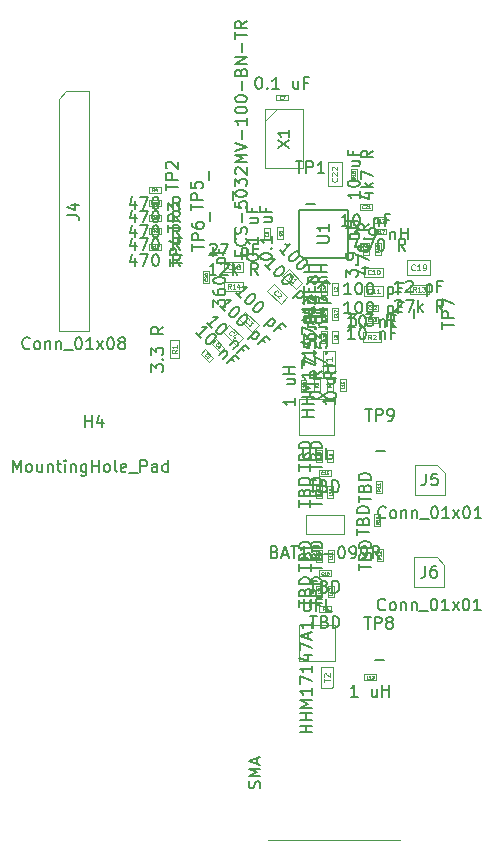
<source format=gbr>
G04 #@! TF.GenerationSoftware,KiCad,Pcbnew,5.1.5-52549c5~84~ubuntu19.10.1*
G04 #@! TF.CreationDate,2019-12-20T00:40:46-05:00*
G04 #@! TF.ProjectId,test-mixer,74657374-2d6d-4697-9865-722e6b696361,rev?*
G04 #@! TF.SameCoordinates,Original*
G04 #@! TF.FileFunction,Other,Fab,Top*
%FSLAX46Y46*%
G04 Gerber Fmt 4.6, Leading zero omitted, Abs format (unit mm)*
G04 Created by KiCad (PCBNEW 5.1.5-52549c5~84~ubuntu19.10.1) date 2019-12-20 00:40:46*
%MOMM*%
%LPD*%
G04 APERTURE LIST*
%ADD10C,0.100000*%
%ADD11C,0.120000*%
%ADD12C,0.150000*%
%ADD13C,0.040000*%
%ADD14C,0.125000*%
%ADD15C,0.060000*%
%ADD16C,0.080000*%
G04 APERTURE END LIST*
D10*
X41850000Y-97150000D02*
X41850000Y-96150000D01*
X42350000Y-97150000D02*
X41850000Y-97150000D01*
X42350000Y-96150000D02*
X42350000Y-97150000D01*
X41850000Y-96150000D02*
X42350000Y-96150000D01*
X37150000Y-79350000D02*
X36150000Y-80350000D01*
X39350000Y-84350000D02*
X39350000Y-79350000D01*
X36150000Y-84350000D02*
X39350000Y-84350000D01*
X36150000Y-79350000D02*
X36150000Y-84350000D01*
X39350000Y-79350000D02*
X36150000Y-79350000D01*
D11*
X42800000Y-113700000D02*
X42800000Y-115300000D01*
X39600000Y-113700000D02*
X42800000Y-113700000D01*
X39600000Y-115300000D02*
X39600000Y-113700000D01*
X42800000Y-115300000D02*
X39600000Y-115300000D01*
D12*
X39350000Y-91950000D02*
X43150000Y-91950000D01*
X43150000Y-91950000D02*
X43150000Y-87850000D01*
X43150000Y-87850000D02*
X39050000Y-87850000D01*
X39050000Y-87850000D02*
X39050000Y-91650000D01*
X39050000Y-91650000D02*
X39350000Y-91950000D01*
D11*
X41750000Y-128350000D02*
X41900000Y-128250000D01*
X40900000Y-128350000D02*
X41750000Y-128350000D01*
X40900000Y-126550000D02*
X40900000Y-128350000D01*
X41900000Y-126550000D02*
X40900000Y-126550000D01*
X41900000Y-128250000D02*
X41900000Y-126550000D01*
X41900000Y-101600000D02*
X42050000Y-101500000D01*
X41050000Y-101600000D02*
X41900000Y-101600000D01*
X41050000Y-99800000D02*
X41050000Y-101600000D01*
X42050000Y-99800000D02*
X41050000Y-99800000D01*
X42050000Y-101500000D02*
X42050000Y-99800000D01*
D10*
X43900000Y-84400000D02*
X43900000Y-85400000D01*
X43400000Y-84400000D02*
X43900000Y-84400000D01*
X43400000Y-85400000D02*
X43400000Y-84400000D01*
X43900000Y-85400000D02*
X43400000Y-85400000D01*
X46400000Y-89950000D02*
X45400000Y-89950000D01*
X46400000Y-89450000D02*
X46400000Y-89950000D01*
X45400000Y-89450000D02*
X46400000Y-89450000D01*
X45400000Y-89950000D02*
X45400000Y-89450000D01*
X45450000Y-91650000D02*
X45450000Y-90650000D01*
X45950000Y-91650000D02*
X45450000Y-91650000D01*
X45950000Y-90650000D02*
X45950000Y-91650000D01*
X45450000Y-90650000D02*
X45950000Y-90650000D01*
X45400000Y-114650000D02*
X45400000Y-113650000D01*
X45900000Y-114650000D02*
X45400000Y-114650000D01*
X45900000Y-113650000D02*
X45900000Y-114650000D01*
X45400000Y-113650000D02*
X45900000Y-113650000D01*
X32700000Y-93950000D02*
X34300000Y-93950000D01*
X32700000Y-94750000D02*
X32700000Y-93950000D01*
X34300000Y-94750000D02*
X32700000Y-94750000D01*
X34300000Y-93950000D02*
X34300000Y-94750000D01*
X50000000Y-95000000D02*
X48400000Y-95000000D01*
X50000000Y-94200000D02*
X50000000Y-95000000D01*
X48400000Y-94200000D02*
X50000000Y-94200000D01*
X48400000Y-95000000D02*
X48400000Y-94200000D01*
X45600000Y-117600000D02*
X45600000Y-116600000D01*
X46100000Y-117600000D02*
X45600000Y-117600000D01*
X46100000Y-116600000D02*
X46100000Y-117600000D01*
X45600000Y-116600000D02*
X46100000Y-116600000D01*
X45550000Y-111850000D02*
X45550000Y-110850000D01*
X46050000Y-111850000D02*
X45550000Y-111850000D01*
X46050000Y-110850000D02*
X46050000Y-111850000D01*
X45550000Y-110850000D02*
X46050000Y-110850000D01*
X27300000Y-91250000D02*
X26300000Y-91250000D01*
X27300000Y-90750000D02*
X27300000Y-91250000D01*
X26300000Y-90750000D02*
X27300000Y-90750000D01*
X26300000Y-91250000D02*
X26300000Y-90750000D01*
X27300000Y-89900000D02*
X26300000Y-89900000D01*
X27300000Y-89400000D02*
X27300000Y-89900000D01*
X26300000Y-89400000D02*
X27300000Y-89400000D01*
X26300000Y-89900000D02*
X26300000Y-89400000D01*
X27300000Y-88800000D02*
X26300000Y-88800000D01*
X27300000Y-88300000D02*
X27300000Y-88800000D01*
X26300000Y-88300000D02*
X27300000Y-88300000D01*
X26300000Y-88800000D02*
X26300000Y-88300000D01*
X41400000Y-103175000D02*
X41400000Y-102175000D01*
X41900000Y-103175000D02*
X41400000Y-103175000D01*
X41900000Y-102175000D02*
X41900000Y-103175000D01*
X41400000Y-102175000D02*
X41900000Y-102175000D01*
X27300000Y-87550000D02*
X26300000Y-87550000D01*
X27300000Y-87050000D02*
X27300000Y-87550000D01*
X26300000Y-87050000D02*
X27300000Y-87050000D01*
X26300000Y-87550000D02*
X26300000Y-87050000D01*
X41750000Y-121900000D02*
X40750000Y-121900000D01*
X41750000Y-121400000D02*
X41750000Y-121900000D01*
X40750000Y-121400000D02*
X41750000Y-121400000D01*
X40750000Y-121900000D02*
X40750000Y-121400000D01*
X27300000Y-86400000D02*
X26300000Y-86400000D01*
X27300000Y-85900000D02*
X27300000Y-86400000D01*
X26300000Y-85900000D02*
X27300000Y-85900000D01*
X26300000Y-86400000D02*
X26300000Y-85900000D01*
X40800000Y-102200000D02*
X40800000Y-103200000D01*
X40300000Y-102200000D02*
X40800000Y-102200000D01*
X40300000Y-103200000D02*
X40300000Y-102200000D01*
X40800000Y-103200000D02*
X40300000Y-103200000D01*
X44400000Y-98250000D02*
X46000000Y-98250000D01*
X44400000Y-99050000D02*
X44400000Y-98250000D01*
X46000000Y-99050000D02*
X44400000Y-99050000D01*
X46000000Y-98250000D02*
X46000000Y-99050000D01*
X28100000Y-100450000D02*
X28100000Y-98850000D01*
X28900000Y-100450000D02*
X28100000Y-100450000D01*
X28900000Y-98850000D02*
X28900000Y-100450000D01*
X28100000Y-98850000D02*
X28900000Y-98850000D01*
X46400000Y-89000000D02*
X45400000Y-89000000D01*
X46400000Y-88500000D02*
X46400000Y-89000000D01*
X45400000Y-88500000D02*
X46400000Y-88500000D01*
X45400000Y-89000000D02*
X45400000Y-88500000D01*
X44450000Y-91650000D02*
X44450000Y-90650000D01*
X44950000Y-91650000D02*
X44450000Y-91650000D01*
X44950000Y-90650000D02*
X44950000Y-91650000D01*
X44450000Y-90650000D02*
X44950000Y-90650000D01*
X42500000Y-103200000D02*
X42500000Y-102200000D01*
X43000000Y-103200000D02*
X42500000Y-103200000D01*
X43000000Y-102200000D02*
X43000000Y-103200000D01*
X42500000Y-102200000D02*
X43000000Y-102200000D01*
X39150000Y-103250000D02*
X39150000Y-102250000D01*
X39650000Y-103250000D02*
X39150000Y-103250000D01*
X39650000Y-102250000D02*
X39650000Y-103250000D01*
X39150000Y-102250000D02*
X39650000Y-102250000D01*
X45550000Y-127700000D02*
X44550000Y-127700000D01*
X45550000Y-127200000D02*
X45550000Y-127700000D01*
X44550000Y-127200000D02*
X45550000Y-127200000D01*
X44550000Y-127700000D02*
X44550000Y-127200000D01*
X41450000Y-120675000D02*
X41450000Y-119675000D01*
X41950000Y-120675000D02*
X41450000Y-120675000D01*
X41950000Y-119675000D02*
X41950000Y-120675000D01*
X41450000Y-119675000D02*
X41950000Y-119675000D01*
X41475000Y-117650000D02*
X41475000Y-116650000D01*
X41975000Y-117650000D02*
X41475000Y-117650000D01*
X41975000Y-116650000D02*
X41975000Y-117650000D01*
X41475000Y-116650000D02*
X41975000Y-116650000D01*
X41425000Y-112250000D02*
X41425000Y-111250000D01*
X41925000Y-112250000D02*
X41425000Y-112250000D01*
X41925000Y-111250000D02*
X41925000Y-112250000D01*
X41425000Y-111250000D02*
X41925000Y-111250000D01*
X41425000Y-109175000D02*
X41425000Y-108175000D01*
X41925000Y-109175000D02*
X41425000Y-109175000D01*
X41925000Y-108175000D02*
X41925000Y-109175000D01*
X41425000Y-108175000D02*
X41925000Y-108175000D01*
X41850000Y-99125000D02*
X41850000Y-98125000D01*
X42350000Y-99125000D02*
X41850000Y-99125000D01*
X42350000Y-98125000D02*
X42350000Y-99125000D01*
X41850000Y-98125000D02*
X42350000Y-98125000D01*
X40500000Y-120675000D02*
X40500000Y-119675000D01*
X41000000Y-120675000D02*
X40500000Y-120675000D01*
X41000000Y-119675000D02*
X41000000Y-120675000D01*
X40500000Y-119675000D02*
X41000000Y-119675000D01*
X40500000Y-117650000D02*
X40500000Y-116650000D01*
X41000000Y-117650000D02*
X40500000Y-117650000D01*
X41000000Y-116650000D02*
X41000000Y-117650000D01*
X40500000Y-116650000D02*
X41000000Y-116650000D01*
X40450000Y-112250000D02*
X40450000Y-111250000D01*
X40950000Y-112250000D02*
X40450000Y-112250000D01*
X40950000Y-111250000D02*
X40950000Y-112250000D01*
X40450000Y-111250000D02*
X40950000Y-111250000D01*
X40475000Y-109175000D02*
X40475000Y-108175000D01*
X40975000Y-109175000D02*
X40475000Y-109175000D01*
X40975000Y-108175000D02*
X40975000Y-109175000D01*
X40475000Y-108175000D02*
X40975000Y-108175000D01*
X40900000Y-99125000D02*
X40900000Y-98125000D01*
X41400000Y-99125000D02*
X40900000Y-99125000D01*
X41400000Y-98125000D02*
X41400000Y-99125000D01*
X40900000Y-98125000D02*
X41400000Y-98125000D01*
X41850000Y-95100000D02*
X41850000Y-94100000D01*
X42350000Y-95100000D02*
X41850000Y-95100000D01*
X42350000Y-94100000D02*
X42350000Y-95100000D01*
X41850000Y-94100000D02*
X42350000Y-94100000D01*
X40900000Y-95100000D02*
X40900000Y-94100000D01*
X41400000Y-95100000D02*
X40900000Y-95100000D01*
X41400000Y-94100000D02*
X41400000Y-95100000D01*
X40900000Y-94100000D02*
X41400000Y-94100000D01*
X48780000Y-119820000D02*
X48780000Y-117280000D01*
X51320000Y-119820000D02*
X48780000Y-119820000D01*
X51320000Y-117915000D02*
X51320000Y-119820000D01*
X50685000Y-117280000D02*
X51320000Y-117915000D01*
X48780000Y-117280000D02*
X50685000Y-117280000D01*
X48830000Y-112020000D02*
X48830000Y-109480000D01*
X51370000Y-112020000D02*
X48830000Y-112020000D01*
X51370000Y-110115000D02*
X51370000Y-112020000D01*
X50735000Y-109480000D02*
X51370000Y-110115000D01*
X48830000Y-109480000D02*
X50735000Y-109480000D01*
X18680000Y-78465000D02*
X19315000Y-77830000D01*
X18680000Y-98150000D02*
X18680000Y-78465000D01*
X21220000Y-98150000D02*
X18680000Y-98150000D01*
X21220000Y-77830000D02*
X21220000Y-98150000D01*
X19315000Y-77830000D02*
X21220000Y-77830000D01*
D11*
X47600000Y-141200000D02*
X36400000Y-141200000D01*
X42050000Y-123000000D02*
X42050000Y-126100000D01*
X39050000Y-123000000D02*
X42050000Y-123000000D01*
X39050000Y-126100000D02*
X39050000Y-123000000D01*
X42050000Y-126100000D02*
X39050000Y-126100000D01*
X39000000Y-106950000D02*
X39000000Y-103850000D01*
X42000000Y-106950000D02*
X39000000Y-106950000D01*
X42000000Y-103850000D02*
X42000000Y-106950000D01*
X39000000Y-103850000D02*
X42000000Y-103850000D01*
D10*
X42650000Y-83850000D02*
X42650000Y-85850000D01*
X41450000Y-83850000D02*
X42650000Y-83850000D01*
X41450000Y-85850000D02*
X41450000Y-83850000D01*
X42650000Y-85850000D02*
X41450000Y-85850000D01*
X45185000Y-87850000D02*
X44185000Y-87850000D01*
X45185000Y-87350000D02*
X45185000Y-87850000D01*
X44185000Y-87350000D02*
X45185000Y-87350000D01*
X44185000Y-87850000D02*
X44185000Y-87350000D01*
X31400000Y-93050000D02*
X31400000Y-94050000D01*
X30900000Y-93050000D02*
X31400000Y-93050000D01*
X30900000Y-94050000D02*
X30900000Y-93050000D01*
X31400000Y-94050000D02*
X30900000Y-94050000D01*
X50150000Y-93350000D02*
X48150000Y-93350000D01*
X50150000Y-92150000D02*
X50150000Y-93350000D01*
X48150000Y-92150000D02*
X50150000Y-92150000D01*
X48150000Y-93350000D02*
X48150000Y-92150000D01*
X32700000Y-92300000D02*
X34300000Y-92300000D01*
X32700000Y-93100000D02*
X32700000Y-92300000D01*
X34300000Y-93100000D02*
X32700000Y-93100000D01*
X34300000Y-92300000D02*
X34300000Y-93100000D01*
X41725000Y-118900000D02*
X40725000Y-118900000D01*
X41725000Y-118400000D02*
X41725000Y-118900000D01*
X40725000Y-118400000D02*
X41725000Y-118400000D01*
X40725000Y-118900000D02*
X40725000Y-118400000D01*
X41700000Y-110400000D02*
X40700000Y-110400000D01*
X41700000Y-109900000D02*
X41700000Y-110400000D01*
X40700000Y-109900000D02*
X41700000Y-109900000D01*
X40700000Y-110400000D02*
X40700000Y-109900000D01*
X40900000Y-97150000D02*
X40900000Y-96150000D01*
X41400000Y-97150000D02*
X40900000Y-97150000D01*
X41400000Y-96150000D02*
X41400000Y-97150000D01*
X40900000Y-96150000D02*
X41400000Y-96150000D01*
X45700000Y-97450000D02*
X44700000Y-97450000D01*
X45700000Y-96950000D02*
X45700000Y-97450000D01*
X44700000Y-96950000D02*
X45700000Y-96950000D01*
X44700000Y-97450000D02*
X44700000Y-96950000D01*
X45700000Y-96400000D02*
X44700000Y-96400000D01*
X45700000Y-95900000D02*
X45700000Y-96400000D01*
X44700000Y-95900000D02*
X45700000Y-95900000D01*
X44700000Y-96400000D02*
X44700000Y-95900000D01*
X46150000Y-95150000D02*
X44550000Y-95150000D01*
X46150000Y-94350000D02*
X46150000Y-95150000D01*
X44550000Y-94350000D02*
X46150000Y-94350000D01*
X44550000Y-95150000D02*
X44550000Y-94350000D01*
X46150000Y-93550000D02*
X44550000Y-93550000D01*
X46150000Y-92750000D02*
X46150000Y-93550000D01*
X44550000Y-92750000D02*
X46150000Y-92750000D01*
X44550000Y-93550000D02*
X44550000Y-92750000D01*
X36050000Y-90400000D02*
X36050000Y-89400000D01*
X36550000Y-90400000D02*
X36050000Y-90400000D01*
X36550000Y-89400000D02*
X36550000Y-90400000D01*
X36050000Y-89400000D02*
X36550000Y-89400000D01*
X37200000Y-90350000D02*
X37200000Y-89350000D01*
X37700000Y-90350000D02*
X37200000Y-90350000D01*
X37700000Y-89350000D02*
X37700000Y-90350000D01*
X37200000Y-89350000D02*
X37700000Y-89350000D01*
X37100000Y-78100000D02*
X38100000Y-78100000D01*
X37100000Y-78600000D02*
X37100000Y-78100000D01*
X38100000Y-78600000D02*
X37100000Y-78600000D01*
X38100000Y-78100000D02*
X38100000Y-78600000D01*
X31973223Y-98834670D02*
X32680330Y-99541777D01*
X31619670Y-99188223D02*
X31973223Y-98834670D01*
X32326777Y-99895330D02*
X31619670Y-99188223D01*
X32680330Y-99541777D02*
X32326777Y-99895330D01*
X31073223Y-99684670D02*
X31780330Y-100391777D01*
X30719670Y-100038223D02*
X31073223Y-99684670D01*
X31426777Y-100745330D02*
X30719670Y-100038223D01*
X31780330Y-100391777D02*
X31426777Y-100745330D01*
X33117157Y-97601472D02*
X34248528Y-98732843D01*
X32551472Y-98167157D02*
X33117157Y-97601472D01*
X33682843Y-99298528D02*
X32551472Y-98167157D01*
X34248528Y-98732843D02*
X33682843Y-99298528D01*
X34467157Y-96501472D02*
X35598528Y-97632843D01*
X33901472Y-97067157D02*
X34467157Y-96501472D01*
X35032843Y-98198528D02*
X33901472Y-97067157D01*
X35598528Y-97632843D02*
X35032843Y-98198528D01*
X36917157Y-94151472D02*
X38048528Y-95282843D01*
X36351472Y-94717157D02*
X36917157Y-94151472D01*
X37482843Y-95848528D02*
X36351472Y-94717157D01*
X38048528Y-95282843D02*
X37482843Y-95848528D01*
X38167157Y-92901472D02*
X39298528Y-94032843D01*
X37601472Y-93467157D02*
X38167157Y-92901472D01*
X38732843Y-94598528D02*
X37601472Y-93467157D01*
X39298528Y-94032843D02*
X38732843Y-94598528D01*
D12*
X40382380Y-98959523D02*
X40382380Y-98340476D01*
X40763333Y-98673809D01*
X40763333Y-98530952D01*
X40810952Y-98435714D01*
X40858571Y-98388095D01*
X40953809Y-98340476D01*
X41191904Y-98340476D01*
X41287142Y-98388095D01*
X41334761Y-98435714D01*
X41382380Y-98530952D01*
X41382380Y-98816666D01*
X41334761Y-98911904D01*
X41287142Y-98959523D01*
X41287142Y-97911904D02*
X41334761Y-97864285D01*
X41382380Y-97911904D01*
X41334761Y-97959523D01*
X41287142Y-97911904D01*
X41382380Y-97911904D01*
X41382380Y-97388095D02*
X41382380Y-97197619D01*
X41334761Y-97102380D01*
X41287142Y-97054761D01*
X41144285Y-96959523D01*
X40953809Y-96911904D01*
X40572857Y-96911904D01*
X40477619Y-96959523D01*
X40430000Y-97007142D01*
X40382380Y-97102380D01*
X40382380Y-97292857D01*
X40430000Y-97388095D01*
X40477619Y-97435714D01*
X40572857Y-97483333D01*
X40810952Y-97483333D01*
X40906190Y-97435714D01*
X40953809Y-97388095D01*
X41001428Y-97292857D01*
X41001428Y-97102380D01*
X40953809Y-97007142D01*
X40906190Y-96959523D01*
X40810952Y-96911904D01*
X40715714Y-95721428D02*
X41715714Y-95721428D01*
X40763333Y-95721428D02*
X40715714Y-95626190D01*
X40715714Y-95435714D01*
X40763333Y-95340476D01*
X40810952Y-95292857D01*
X40906190Y-95245238D01*
X41191904Y-95245238D01*
X41287142Y-95292857D01*
X41334761Y-95340476D01*
X41382380Y-95435714D01*
X41382380Y-95626190D01*
X41334761Y-95721428D01*
X40858571Y-94483333D02*
X40858571Y-94816666D01*
X41382380Y-94816666D02*
X40382380Y-94816666D01*
X40382380Y-94340476D01*
D13*
X42189285Y-96810714D02*
X42201190Y-96822619D01*
X42213095Y-96858333D01*
X42213095Y-96882142D01*
X42201190Y-96917857D01*
X42177380Y-96941666D01*
X42153571Y-96953571D01*
X42105952Y-96965476D01*
X42070238Y-96965476D01*
X42022619Y-96953571D01*
X41998809Y-96941666D01*
X41975000Y-96917857D01*
X41963095Y-96882142D01*
X41963095Y-96858333D01*
X41975000Y-96822619D01*
X41986904Y-96810714D01*
X42213095Y-96572619D02*
X42213095Y-96715476D01*
X42213095Y-96644047D02*
X41963095Y-96644047D01*
X41998809Y-96667857D01*
X42022619Y-96691666D01*
X42034523Y-96715476D01*
X41963095Y-96489285D02*
X41963095Y-96322619D01*
X42213095Y-96429761D01*
D12*
X14778571Y-110052380D02*
X14778571Y-109052380D01*
X15111904Y-109766666D01*
X15445238Y-109052380D01*
X15445238Y-110052380D01*
X16064285Y-110052380D02*
X15969047Y-110004761D01*
X15921428Y-109957142D01*
X15873809Y-109861904D01*
X15873809Y-109576190D01*
X15921428Y-109480952D01*
X15969047Y-109433333D01*
X16064285Y-109385714D01*
X16207142Y-109385714D01*
X16302380Y-109433333D01*
X16350000Y-109480952D01*
X16397619Y-109576190D01*
X16397619Y-109861904D01*
X16350000Y-109957142D01*
X16302380Y-110004761D01*
X16207142Y-110052380D01*
X16064285Y-110052380D01*
X17254761Y-109385714D02*
X17254761Y-110052380D01*
X16826190Y-109385714D02*
X16826190Y-109909523D01*
X16873809Y-110004761D01*
X16969047Y-110052380D01*
X17111904Y-110052380D01*
X17207142Y-110004761D01*
X17254761Y-109957142D01*
X17730952Y-109385714D02*
X17730952Y-110052380D01*
X17730952Y-109480952D02*
X17778571Y-109433333D01*
X17873809Y-109385714D01*
X18016666Y-109385714D01*
X18111904Y-109433333D01*
X18159523Y-109528571D01*
X18159523Y-110052380D01*
X18492857Y-109385714D02*
X18873809Y-109385714D01*
X18635714Y-109052380D02*
X18635714Y-109909523D01*
X18683333Y-110004761D01*
X18778571Y-110052380D01*
X18873809Y-110052380D01*
X19207142Y-110052380D02*
X19207142Y-109385714D01*
X19207142Y-109052380D02*
X19159523Y-109100000D01*
X19207142Y-109147619D01*
X19254761Y-109100000D01*
X19207142Y-109052380D01*
X19207142Y-109147619D01*
X19683333Y-109385714D02*
X19683333Y-110052380D01*
X19683333Y-109480952D02*
X19730952Y-109433333D01*
X19826190Y-109385714D01*
X19969047Y-109385714D01*
X20064285Y-109433333D01*
X20111904Y-109528571D01*
X20111904Y-110052380D01*
X21016666Y-109385714D02*
X21016666Y-110195238D01*
X20969047Y-110290476D01*
X20921428Y-110338095D01*
X20826190Y-110385714D01*
X20683333Y-110385714D01*
X20588095Y-110338095D01*
X21016666Y-110004761D02*
X20921428Y-110052380D01*
X20730952Y-110052380D01*
X20635714Y-110004761D01*
X20588095Y-109957142D01*
X20540476Y-109861904D01*
X20540476Y-109576190D01*
X20588095Y-109480952D01*
X20635714Y-109433333D01*
X20730952Y-109385714D01*
X20921428Y-109385714D01*
X21016666Y-109433333D01*
X21492857Y-110052380D02*
X21492857Y-109052380D01*
X21492857Y-109528571D02*
X22064285Y-109528571D01*
X22064285Y-110052380D02*
X22064285Y-109052380D01*
X22683333Y-110052380D02*
X22588095Y-110004761D01*
X22540476Y-109957142D01*
X22492857Y-109861904D01*
X22492857Y-109576190D01*
X22540476Y-109480952D01*
X22588095Y-109433333D01*
X22683333Y-109385714D01*
X22826190Y-109385714D01*
X22921428Y-109433333D01*
X22969047Y-109480952D01*
X23016666Y-109576190D01*
X23016666Y-109861904D01*
X22969047Y-109957142D01*
X22921428Y-110004761D01*
X22826190Y-110052380D01*
X22683333Y-110052380D01*
X23588095Y-110052380D02*
X23492857Y-110004761D01*
X23445238Y-109909523D01*
X23445238Y-109052380D01*
X24350000Y-110004761D02*
X24254761Y-110052380D01*
X24064285Y-110052380D01*
X23969047Y-110004761D01*
X23921428Y-109909523D01*
X23921428Y-109528571D01*
X23969047Y-109433333D01*
X24064285Y-109385714D01*
X24254761Y-109385714D01*
X24350000Y-109433333D01*
X24397619Y-109528571D01*
X24397619Y-109623809D01*
X23921428Y-109719047D01*
X24588095Y-110147619D02*
X25349999Y-110147619D01*
X25588095Y-110052380D02*
X25588095Y-109052380D01*
X25969047Y-109052380D01*
X26064285Y-109100000D01*
X26111904Y-109147619D01*
X26159523Y-109242857D01*
X26159523Y-109385714D01*
X26111904Y-109480952D01*
X26064285Y-109528571D01*
X25969047Y-109576190D01*
X25588095Y-109576190D01*
X27016666Y-110052380D02*
X27016666Y-109528571D01*
X26969047Y-109433333D01*
X26873809Y-109385714D01*
X26683333Y-109385714D01*
X26588095Y-109433333D01*
X27016666Y-110004761D02*
X26921428Y-110052380D01*
X26683333Y-110052380D01*
X26588095Y-110004761D01*
X26540476Y-109909523D01*
X26540476Y-109814285D01*
X26588095Y-109719047D01*
X26683333Y-109671428D01*
X26921428Y-109671428D01*
X27016666Y-109623809D01*
X27921428Y-110052380D02*
X27921428Y-109052380D01*
X27921428Y-110004761D02*
X27826190Y-110052380D01*
X27635714Y-110052380D01*
X27540476Y-110004761D01*
X27492857Y-109957142D01*
X27445238Y-109861904D01*
X27445238Y-109576190D01*
X27492857Y-109480952D01*
X27540476Y-109433333D01*
X27635714Y-109385714D01*
X27826190Y-109385714D01*
X27921428Y-109433333D01*
X20888095Y-106252380D02*
X20888095Y-105252380D01*
X20888095Y-105728571D02*
X21459523Y-105728571D01*
X21459523Y-106252380D02*
X21459523Y-105252380D01*
X22364285Y-105585714D02*
X22364285Y-106252380D01*
X22126190Y-105204761D02*
X21888095Y-105919047D01*
X22507142Y-105919047D01*
X34078571Y-91754761D02*
X34078571Y-91421428D01*
X34602380Y-91278571D02*
X34602380Y-91754761D01*
X33602380Y-91754761D01*
X33602380Y-91278571D01*
X34507142Y-90278571D02*
X34554761Y-90326190D01*
X34602380Y-90469047D01*
X34602380Y-90564285D01*
X34554761Y-90707142D01*
X34459523Y-90802380D01*
X34364285Y-90850000D01*
X34173809Y-90897619D01*
X34030952Y-90897619D01*
X33840476Y-90850000D01*
X33745238Y-90802380D01*
X33650000Y-90707142D01*
X33602380Y-90564285D01*
X33602380Y-90469047D01*
X33650000Y-90326190D01*
X33697619Y-90278571D01*
X34554761Y-89897619D02*
X34602380Y-89754761D01*
X34602380Y-89516666D01*
X34554761Y-89421428D01*
X34507142Y-89373809D01*
X34411904Y-89326190D01*
X34316666Y-89326190D01*
X34221428Y-89373809D01*
X34173809Y-89421428D01*
X34126190Y-89516666D01*
X34078571Y-89707142D01*
X34030952Y-89802380D01*
X33983333Y-89850000D01*
X33888095Y-89897619D01*
X33792857Y-89897619D01*
X33697619Y-89850000D01*
X33650000Y-89802380D01*
X33602380Y-89707142D01*
X33602380Y-89469047D01*
X33650000Y-89326190D01*
X34221428Y-88897619D02*
X34221428Y-88135714D01*
X33602380Y-87183333D02*
X33602380Y-87659523D01*
X34078571Y-87707142D01*
X34030952Y-87659523D01*
X33983333Y-87564285D01*
X33983333Y-87326190D01*
X34030952Y-87230952D01*
X34078571Y-87183333D01*
X34173809Y-87135714D01*
X34411904Y-87135714D01*
X34507142Y-87183333D01*
X34554761Y-87230952D01*
X34602380Y-87326190D01*
X34602380Y-87564285D01*
X34554761Y-87659523D01*
X34507142Y-87707142D01*
X33602380Y-86516666D02*
X33602380Y-86421428D01*
X33650000Y-86326190D01*
X33697619Y-86278571D01*
X33792857Y-86230952D01*
X33983333Y-86183333D01*
X34221428Y-86183333D01*
X34411904Y-86230952D01*
X34507142Y-86278571D01*
X34554761Y-86326190D01*
X34602380Y-86421428D01*
X34602380Y-86516666D01*
X34554761Y-86611904D01*
X34507142Y-86659523D01*
X34411904Y-86707142D01*
X34221428Y-86754761D01*
X33983333Y-86754761D01*
X33792857Y-86707142D01*
X33697619Y-86659523D01*
X33650000Y-86611904D01*
X33602380Y-86516666D01*
X33602380Y-85850000D02*
X33602380Y-85230952D01*
X33983333Y-85564285D01*
X33983333Y-85421428D01*
X34030952Y-85326190D01*
X34078571Y-85278571D01*
X34173809Y-85230952D01*
X34411904Y-85230952D01*
X34507142Y-85278571D01*
X34554761Y-85326190D01*
X34602380Y-85421428D01*
X34602380Y-85707142D01*
X34554761Y-85802380D01*
X34507142Y-85850000D01*
X33697619Y-84850000D02*
X33650000Y-84802380D01*
X33602380Y-84707142D01*
X33602380Y-84469047D01*
X33650000Y-84373809D01*
X33697619Y-84326190D01*
X33792857Y-84278571D01*
X33888095Y-84278571D01*
X34030952Y-84326190D01*
X34602380Y-84897619D01*
X34602380Y-84278571D01*
X34602380Y-83850000D02*
X33602380Y-83850000D01*
X34316666Y-83516666D01*
X33602380Y-83183333D01*
X34602380Y-83183333D01*
X33602380Y-82850000D02*
X34602380Y-82516666D01*
X33602380Y-82183333D01*
X34221428Y-81850000D02*
X34221428Y-81088095D01*
X34602380Y-80088095D02*
X34602380Y-80659523D01*
X34602380Y-80373809D02*
X33602380Y-80373809D01*
X33745238Y-80469047D01*
X33840476Y-80564285D01*
X33888095Y-80659523D01*
X33602380Y-79469047D02*
X33602380Y-79373809D01*
X33650000Y-79278571D01*
X33697619Y-79230952D01*
X33792857Y-79183333D01*
X33983333Y-79135714D01*
X34221428Y-79135714D01*
X34411904Y-79183333D01*
X34507142Y-79230952D01*
X34554761Y-79278571D01*
X34602380Y-79373809D01*
X34602380Y-79469047D01*
X34554761Y-79564285D01*
X34507142Y-79611904D01*
X34411904Y-79659523D01*
X34221428Y-79707142D01*
X33983333Y-79707142D01*
X33792857Y-79659523D01*
X33697619Y-79611904D01*
X33650000Y-79564285D01*
X33602380Y-79469047D01*
X33602380Y-78516666D02*
X33602380Y-78421428D01*
X33650000Y-78326190D01*
X33697619Y-78278571D01*
X33792857Y-78230952D01*
X33983333Y-78183333D01*
X34221428Y-78183333D01*
X34411904Y-78230952D01*
X34507142Y-78278571D01*
X34554761Y-78326190D01*
X34602380Y-78421428D01*
X34602380Y-78516666D01*
X34554761Y-78611904D01*
X34507142Y-78659523D01*
X34411904Y-78707142D01*
X34221428Y-78754761D01*
X33983333Y-78754761D01*
X33792857Y-78707142D01*
X33697619Y-78659523D01*
X33650000Y-78611904D01*
X33602380Y-78516666D01*
X34221428Y-77754761D02*
X34221428Y-76992857D01*
X34078571Y-76183333D02*
X34126190Y-76040476D01*
X34173809Y-75992857D01*
X34269047Y-75945238D01*
X34411904Y-75945238D01*
X34507142Y-75992857D01*
X34554761Y-76040476D01*
X34602380Y-76135714D01*
X34602380Y-76516666D01*
X33602380Y-76516666D01*
X33602380Y-76183333D01*
X33650000Y-76088095D01*
X33697619Y-76040476D01*
X33792857Y-75992857D01*
X33888095Y-75992857D01*
X33983333Y-76040476D01*
X34030952Y-76088095D01*
X34078571Y-76183333D01*
X34078571Y-76516666D01*
X34602380Y-75516666D02*
X33602380Y-75516666D01*
X34602380Y-74945238D01*
X33602380Y-74945238D01*
X34221428Y-74469047D02*
X34221428Y-73707142D01*
X33602380Y-73373809D02*
X33602380Y-72802380D01*
X34602380Y-73088095D02*
X33602380Y-73088095D01*
X34602380Y-71897619D02*
X34126190Y-72230952D01*
X34602380Y-72469047D02*
X33602380Y-72469047D01*
X33602380Y-72088095D01*
X33650000Y-71992857D01*
X33697619Y-71945238D01*
X33792857Y-71897619D01*
X33935714Y-71897619D01*
X34030952Y-71945238D01*
X34078571Y-71992857D01*
X34126190Y-72088095D01*
X34126190Y-72469047D01*
X37202380Y-82659523D02*
X38202380Y-81992857D01*
X37202380Y-81992857D02*
X38202380Y-82659523D01*
X38202380Y-81088095D02*
X38202380Y-81659523D01*
X38202380Y-81373809D02*
X37202380Y-81373809D01*
X37345238Y-81469047D01*
X37440476Y-81564285D01*
X37488095Y-81659523D01*
X36961904Y-116828571D02*
X37104761Y-116876190D01*
X37152380Y-116923809D01*
X37200000Y-117019047D01*
X37200000Y-117161904D01*
X37152380Y-117257142D01*
X37104761Y-117304761D01*
X37009523Y-117352380D01*
X36628571Y-117352380D01*
X36628571Y-116352380D01*
X36961904Y-116352380D01*
X37057142Y-116400000D01*
X37104761Y-116447619D01*
X37152380Y-116542857D01*
X37152380Y-116638095D01*
X37104761Y-116733333D01*
X37057142Y-116780952D01*
X36961904Y-116828571D01*
X36628571Y-116828571D01*
X37580952Y-117066666D02*
X38057142Y-117066666D01*
X37485714Y-117352380D02*
X37819047Y-116352380D01*
X38152380Y-117352380D01*
X38342857Y-116352380D02*
X38914285Y-116352380D01*
X38628571Y-117352380D02*
X38628571Y-116352380D01*
X39771428Y-117352380D02*
X39200000Y-117352380D01*
X39485714Y-117352380D02*
X39485714Y-116352380D01*
X39390476Y-116495238D01*
X39295238Y-116590476D01*
X39200000Y-116638095D01*
X40676190Y-116352380D02*
X40200000Y-116352380D01*
X40152380Y-116828571D01*
X40200000Y-116780952D01*
X40295238Y-116733333D01*
X40533333Y-116733333D01*
X40628571Y-116780952D01*
X40676190Y-116828571D01*
X40723809Y-116923809D01*
X40723809Y-117161904D01*
X40676190Y-117257142D01*
X40628571Y-117304761D01*
X40533333Y-117352380D01*
X40295238Y-117352380D01*
X40200000Y-117304761D01*
X40152380Y-117257142D01*
X41152380Y-116971428D02*
X41914285Y-116971428D01*
X42580952Y-116352380D02*
X42676190Y-116352380D01*
X42771428Y-116400000D01*
X42819047Y-116447619D01*
X42866666Y-116542857D01*
X42914285Y-116733333D01*
X42914285Y-116971428D01*
X42866666Y-117161904D01*
X42819047Y-117257142D01*
X42771428Y-117304761D01*
X42676190Y-117352380D01*
X42580952Y-117352380D01*
X42485714Y-117304761D01*
X42438095Y-117257142D01*
X42390476Y-117161904D01*
X42342857Y-116971428D01*
X42342857Y-116733333D01*
X42390476Y-116542857D01*
X42438095Y-116447619D01*
X42485714Y-116400000D01*
X42580952Y-116352380D01*
X43390476Y-117352380D02*
X43580952Y-117352380D01*
X43676190Y-117304761D01*
X43723809Y-117257142D01*
X43819047Y-117114285D01*
X43866666Y-116923809D01*
X43866666Y-116542857D01*
X43819047Y-116447619D01*
X43771428Y-116400000D01*
X43676190Y-116352380D01*
X43485714Y-116352380D01*
X43390476Y-116400000D01*
X43342857Y-116447619D01*
X43295238Y-116542857D01*
X43295238Y-116780952D01*
X43342857Y-116876190D01*
X43390476Y-116923809D01*
X43485714Y-116971428D01*
X43676190Y-116971428D01*
X43771428Y-116923809D01*
X43819047Y-116876190D01*
X43866666Y-116780952D01*
X44342857Y-117352380D02*
X44533333Y-117352380D01*
X44628571Y-117304761D01*
X44676190Y-117257142D01*
X44771428Y-117114285D01*
X44819047Y-116923809D01*
X44819047Y-116542857D01*
X44771428Y-116447619D01*
X44723809Y-116400000D01*
X44628571Y-116352380D01*
X44438095Y-116352380D01*
X44342857Y-116400000D01*
X44295238Y-116447619D01*
X44247619Y-116542857D01*
X44247619Y-116780952D01*
X44295238Y-116876190D01*
X44342857Y-116923809D01*
X44438095Y-116971428D01*
X44628571Y-116971428D01*
X44723809Y-116923809D01*
X44771428Y-116876190D01*
X44819047Y-116780952D01*
X45819047Y-117352380D02*
X45485714Y-116876190D01*
X45247619Y-117352380D02*
X45247619Y-116352380D01*
X45628571Y-116352380D01*
X45723809Y-116400000D01*
X45771428Y-116447619D01*
X45819047Y-116542857D01*
X45819047Y-116685714D01*
X45771428Y-116780952D01*
X45723809Y-116828571D01*
X45628571Y-116876190D01*
X45247619Y-116876190D01*
X40552380Y-90661904D02*
X41361904Y-90661904D01*
X41457142Y-90614285D01*
X41504761Y-90566666D01*
X41552380Y-90471428D01*
X41552380Y-90280952D01*
X41504761Y-90185714D01*
X41457142Y-90138095D01*
X41361904Y-90090476D01*
X40552380Y-90090476D01*
X41552380Y-89090476D02*
X41552380Y-89661904D01*
X41552380Y-89376190D02*
X40552380Y-89376190D01*
X40695238Y-89471428D01*
X40790476Y-89566666D01*
X40838095Y-89661904D01*
X45519047Y-108321428D02*
X46280952Y-108321428D01*
X44638095Y-104702380D02*
X45209523Y-104702380D01*
X44923809Y-105702380D02*
X44923809Y-104702380D01*
X45542857Y-105702380D02*
X45542857Y-104702380D01*
X45923809Y-104702380D01*
X46019047Y-104750000D01*
X46066666Y-104797619D01*
X46114285Y-104892857D01*
X46114285Y-105035714D01*
X46066666Y-105130952D01*
X46019047Y-105178571D01*
X45923809Y-105226190D01*
X45542857Y-105226190D01*
X46590476Y-105702380D02*
X46780952Y-105702380D01*
X46876190Y-105654761D01*
X46923809Y-105607142D01*
X47019047Y-105464285D01*
X47066666Y-105273809D01*
X47066666Y-104892857D01*
X47019047Y-104797619D01*
X46971428Y-104750000D01*
X46876190Y-104702380D01*
X46685714Y-104702380D01*
X46590476Y-104750000D01*
X46542857Y-104797619D01*
X46495238Y-104892857D01*
X46495238Y-105130952D01*
X46542857Y-105226190D01*
X46590476Y-105273809D01*
X46685714Y-105321428D01*
X46876190Y-105321428D01*
X46971428Y-105273809D01*
X47019047Y-105226190D01*
X47066666Y-105130952D01*
X45419047Y-125971428D02*
X46180952Y-125971428D01*
X44538095Y-122352380D02*
X45109523Y-122352380D01*
X44823809Y-123352380D02*
X44823809Y-122352380D01*
X45442857Y-123352380D02*
X45442857Y-122352380D01*
X45823809Y-122352380D01*
X45919047Y-122400000D01*
X45966666Y-122447619D01*
X46014285Y-122542857D01*
X46014285Y-122685714D01*
X45966666Y-122780952D01*
X45919047Y-122828571D01*
X45823809Y-122876190D01*
X45442857Y-122876190D01*
X46585714Y-122780952D02*
X46490476Y-122733333D01*
X46442857Y-122685714D01*
X46395238Y-122590476D01*
X46395238Y-122542857D01*
X46442857Y-122447619D01*
X46490476Y-122400000D01*
X46585714Y-122352380D01*
X46776190Y-122352380D01*
X46871428Y-122400000D01*
X46919047Y-122447619D01*
X46966666Y-122542857D01*
X46966666Y-122590476D01*
X46919047Y-122685714D01*
X46871428Y-122733333D01*
X46776190Y-122780952D01*
X46585714Y-122780952D01*
X46490476Y-122828571D01*
X46442857Y-122876190D01*
X46395238Y-122971428D01*
X46395238Y-123161904D01*
X46442857Y-123257142D01*
X46490476Y-123304761D01*
X46585714Y-123352380D01*
X46776190Y-123352380D01*
X46871428Y-123304761D01*
X46919047Y-123257142D01*
X46966666Y-123161904D01*
X46966666Y-122971428D01*
X46919047Y-122876190D01*
X46871428Y-122828571D01*
X46776190Y-122780952D01*
X48771428Y-97030952D02*
X48771428Y-96269047D01*
X51152380Y-97911904D02*
X51152380Y-97340476D01*
X52152380Y-97626190D02*
X51152380Y-97626190D01*
X52152380Y-97007142D02*
X51152380Y-97007142D01*
X51152380Y-96626190D01*
X51200000Y-96530952D01*
X51247619Y-96483333D01*
X51342857Y-96435714D01*
X51485714Y-96435714D01*
X51580952Y-96483333D01*
X51628571Y-96530952D01*
X51676190Y-96626190D01*
X51676190Y-97007142D01*
X51152380Y-96102380D02*
X51152380Y-95435714D01*
X52152380Y-95864285D01*
X33571428Y-90430952D02*
X33571428Y-89669047D01*
X29952380Y-91311904D02*
X29952380Y-90740476D01*
X30952380Y-91026190D02*
X29952380Y-91026190D01*
X30952380Y-90407142D02*
X29952380Y-90407142D01*
X29952380Y-90026190D01*
X30000000Y-89930952D01*
X30047619Y-89883333D01*
X30142857Y-89835714D01*
X30285714Y-89835714D01*
X30380952Y-89883333D01*
X30428571Y-89930952D01*
X30476190Y-90026190D01*
X30476190Y-90407142D01*
X29952380Y-88978571D02*
X29952380Y-89169047D01*
X30000000Y-89264285D01*
X30047619Y-89311904D01*
X30190476Y-89407142D01*
X30380952Y-89454761D01*
X30761904Y-89454761D01*
X30857142Y-89407142D01*
X30904761Y-89359523D01*
X30952380Y-89264285D01*
X30952380Y-89073809D01*
X30904761Y-88978571D01*
X30857142Y-88930952D01*
X30761904Y-88883333D01*
X30523809Y-88883333D01*
X30428571Y-88930952D01*
X30380952Y-88978571D01*
X30333333Y-89073809D01*
X30333333Y-89264285D01*
X30380952Y-89359523D01*
X30428571Y-89407142D01*
X30523809Y-89454761D01*
X33471428Y-87030952D02*
X33471428Y-86269047D01*
X29852380Y-87911904D02*
X29852380Y-87340476D01*
X30852380Y-87626190D02*
X29852380Y-87626190D01*
X30852380Y-87007142D02*
X29852380Y-87007142D01*
X29852380Y-86626190D01*
X29900000Y-86530952D01*
X29947619Y-86483333D01*
X30042857Y-86435714D01*
X30185714Y-86435714D01*
X30280952Y-86483333D01*
X30328571Y-86530952D01*
X30376190Y-86626190D01*
X30376190Y-87007142D01*
X29852380Y-85530952D02*
X29852380Y-86007142D01*
X30328571Y-86054761D01*
X30280952Y-86007142D01*
X30233333Y-85911904D01*
X30233333Y-85673809D01*
X30280952Y-85578571D01*
X30328571Y-85530952D01*
X30423809Y-85483333D01*
X30661904Y-85483333D01*
X30757142Y-85530952D01*
X30804761Y-85578571D01*
X30852380Y-85673809D01*
X30852380Y-85911904D01*
X30804761Y-86007142D01*
X30757142Y-86054761D01*
X31721428Y-91730952D02*
X31721428Y-90969047D01*
X28102380Y-92611904D02*
X28102380Y-92040476D01*
X29102380Y-92326190D02*
X28102380Y-92326190D01*
X29102380Y-91707142D02*
X28102380Y-91707142D01*
X28102380Y-91326190D01*
X28150000Y-91230952D01*
X28197619Y-91183333D01*
X28292857Y-91135714D01*
X28435714Y-91135714D01*
X28530952Y-91183333D01*
X28578571Y-91230952D01*
X28626190Y-91326190D01*
X28626190Y-91707142D01*
X28435714Y-90278571D02*
X29102380Y-90278571D01*
X28054761Y-90516666D02*
X28769047Y-90754761D01*
X28769047Y-90135714D01*
X31521428Y-88830952D02*
X31521428Y-88069047D01*
X27902380Y-89711904D02*
X27902380Y-89140476D01*
X28902380Y-89426190D02*
X27902380Y-89426190D01*
X28902380Y-88807142D02*
X27902380Y-88807142D01*
X27902380Y-88426190D01*
X27950000Y-88330952D01*
X27997619Y-88283333D01*
X28092857Y-88235714D01*
X28235714Y-88235714D01*
X28330952Y-88283333D01*
X28378571Y-88330952D01*
X28426190Y-88426190D01*
X28426190Y-88807142D01*
X27902380Y-87902380D02*
X27902380Y-87283333D01*
X28283333Y-87616666D01*
X28283333Y-87473809D01*
X28330952Y-87378571D01*
X28378571Y-87330952D01*
X28473809Y-87283333D01*
X28711904Y-87283333D01*
X28807142Y-87330952D01*
X28854761Y-87378571D01*
X28902380Y-87473809D01*
X28902380Y-87759523D01*
X28854761Y-87854761D01*
X28807142Y-87902380D01*
X31371428Y-85330952D02*
X31371428Y-84569047D01*
X27752380Y-86211904D02*
X27752380Y-85640476D01*
X28752380Y-85926190D02*
X27752380Y-85926190D01*
X28752380Y-85307142D02*
X27752380Y-85307142D01*
X27752380Y-84926190D01*
X27800000Y-84830952D01*
X27847619Y-84783333D01*
X27942857Y-84735714D01*
X28085714Y-84735714D01*
X28180952Y-84783333D01*
X28228571Y-84830952D01*
X28276190Y-84926190D01*
X28276190Y-85307142D01*
X27847619Y-84354761D02*
X27800000Y-84307142D01*
X27752380Y-84211904D01*
X27752380Y-83973809D01*
X27800000Y-83878571D01*
X27847619Y-83830952D01*
X27942857Y-83783333D01*
X28038095Y-83783333D01*
X28180952Y-83830952D01*
X28752380Y-84402380D01*
X28752380Y-83783333D01*
X39619047Y-87371428D02*
X40380952Y-87371428D01*
X38738095Y-83752380D02*
X39309523Y-83752380D01*
X39023809Y-84752380D02*
X39023809Y-83752380D01*
X39642857Y-84752380D02*
X39642857Y-83752380D01*
X40023809Y-83752380D01*
X40119047Y-83800000D01*
X40166666Y-83847619D01*
X40214285Y-83942857D01*
X40214285Y-84085714D01*
X40166666Y-84180952D01*
X40119047Y-84228571D01*
X40023809Y-84276190D01*
X39642857Y-84276190D01*
X41166666Y-84752380D02*
X40595238Y-84752380D01*
X40880952Y-84752380D02*
X40880952Y-83752380D01*
X40785714Y-83895238D01*
X40690476Y-83990476D01*
X40595238Y-84038095D01*
X40102380Y-132116666D02*
X39102380Y-132116666D01*
X39578571Y-132116666D02*
X39578571Y-131545238D01*
X40102380Y-131545238D02*
X39102380Y-131545238D01*
X40102380Y-131069047D02*
X39102380Y-131069047D01*
X39578571Y-131069047D02*
X39578571Y-130497619D01*
X40102380Y-130497619D02*
X39102380Y-130497619D01*
X40102380Y-130021428D02*
X39102380Y-130021428D01*
X39816666Y-129688095D01*
X39102380Y-129354761D01*
X40102380Y-129354761D01*
X40102380Y-128354761D02*
X40102380Y-128926190D01*
X40102380Y-128640476D02*
X39102380Y-128640476D01*
X39245238Y-128735714D01*
X39340476Y-128830952D01*
X39388095Y-128926190D01*
X39102380Y-128021428D02*
X39102380Y-127354761D01*
X40102380Y-127783333D01*
X40102380Y-126450000D02*
X40102380Y-127021428D01*
X40102380Y-126735714D02*
X39102380Y-126735714D01*
X39245238Y-126830952D01*
X39340476Y-126926190D01*
X39388095Y-127021428D01*
X39435714Y-125592857D02*
X40102380Y-125592857D01*
X39054761Y-125830952D02*
X39769047Y-126069047D01*
X39769047Y-125450000D01*
X39102380Y-125164285D02*
X39102380Y-124497619D01*
X40102380Y-124926190D01*
X39816666Y-124164285D02*
X39816666Y-123688095D01*
X40102380Y-124259523D02*
X39102380Y-123926190D01*
X40102380Y-123592857D01*
X40102380Y-122735714D02*
X40102380Y-123307142D01*
X40102380Y-123021428D02*
X39102380Y-123021428D01*
X39245238Y-123116666D01*
X39340476Y-123211904D01*
X39388095Y-123307142D01*
D14*
X41126190Y-127830952D02*
X41126190Y-127545238D01*
X41626190Y-127688095D02*
X41126190Y-127688095D01*
X41173809Y-127402380D02*
X41150000Y-127378571D01*
X41126190Y-127330952D01*
X41126190Y-127211904D01*
X41150000Y-127164285D01*
X41173809Y-127140476D01*
X41221428Y-127116666D01*
X41269047Y-127116666D01*
X41340476Y-127140476D01*
X41626190Y-127426190D01*
X41626190Y-127116666D01*
D12*
X40252380Y-105366666D02*
X39252380Y-105366666D01*
X39728571Y-105366666D02*
X39728571Y-104795238D01*
X40252380Y-104795238D02*
X39252380Y-104795238D01*
X40252380Y-104319047D02*
X39252380Y-104319047D01*
X39728571Y-104319047D02*
X39728571Y-103747619D01*
X40252380Y-103747619D02*
X39252380Y-103747619D01*
X40252380Y-103271428D02*
X39252380Y-103271428D01*
X39966666Y-102938095D01*
X39252380Y-102604761D01*
X40252380Y-102604761D01*
X40252380Y-101604761D02*
X40252380Y-102176190D01*
X40252380Y-101890476D02*
X39252380Y-101890476D01*
X39395238Y-101985714D01*
X39490476Y-102080952D01*
X39538095Y-102176190D01*
X39252380Y-101271428D02*
X39252380Y-100604761D01*
X40252380Y-101033333D01*
X40252380Y-99700000D02*
X40252380Y-100271428D01*
X40252380Y-99985714D02*
X39252380Y-99985714D01*
X39395238Y-100080952D01*
X39490476Y-100176190D01*
X39538095Y-100271428D01*
X39585714Y-98842857D02*
X40252380Y-98842857D01*
X39204761Y-99080952D02*
X39919047Y-99319047D01*
X39919047Y-98700000D01*
X39252380Y-98414285D02*
X39252380Y-97747619D01*
X40252380Y-98176190D01*
X39966666Y-97414285D02*
X39966666Y-96938095D01*
X40252380Y-97509523D02*
X39252380Y-97176190D01*
X40252380Y-96842857D01*
X40252380Y-95985714D02*
X40252380Y-96557142D01*
X40252380Y-96271428D02*
X39252380Y-96271428D01*
X39395238Y-96366666D01*
X39490476Y-96461904D01*
X39538095Y-96557142D01*
D14*
X41276190Y-101080952D02*
X41276190Y-100795238D01*
X41776190Y-100938095D02*
X41276190Y-100938095D01*
X41776190Y-100366666D02*
X41776190Y-100652380D01*
X41776190Y-100509523D02*
X41276190Y-100509523D01*
X41347619Y-100557142D01*
X41395238Y-100604761D01*
X41419047Y-100652380D01*
D12*
X44605714Y-86471428D02*
X45272380Y-86471428D01*
X44224761Y-86709523D02*
X44939047Y-86947619D01*
X44939047Y-86328571D01*
X45272380Y-85947619D02*
X44272380Y-85947619D01*
X44891428Y-85852380D02*
X45272380Y-85566666D01*
X44605714Y-85566666D02*
X44986666Y-85947619D01*
X44272380Y-85233333D02*
X44272380Y-84566666D01*
X45272380Y-84995238D01*
X45272380Y-82852380D02*
X44796190Y-83185714D01*
X45272380Y-83423809D02*
X44272380Y-83423809D01*
X44272380Y-83042857D01*
X44320000Y-82947619D01*
X44367619Y-82900000D01*
X44462857Y-82852380D01*
X44605714Y-82852380D01*
X44700952Y-82900000D01*
X44748571Y-82947619D01*
X44796190Y-83042857D01*
X44796190Y-83423809D01*
D13*
X43763095Y-85060714D02*
X43644047Y-85144047D01*
X43763095Y-85203571D02*
X43513095Y-85203571D01*
X43513095Y-85108333D01*
X43525000Y-85084523D01*
X43536904Y-85072619D01*
X43560714Y-85060714D01*
X43596428Y-85060714D01*
X43620238Y-85072619D01*
X43632142Y-85084523D01*
X43644047Y-85108333D01*
X43644047Y-85203571D01*
X43763095Y-84822619D02*
X43763095Y-84965476D01*
X43763095Y-84894047D02*
X43513095Y-84894047D01*
X43548809Y-84917857D01*
X43572619Y-84941666D01*
X43584523Y-84965476D01*
X43620238Y-84679761D02*
X43608333Y-84703571D01*
X43596428Y-84715476D01*
X43572619Y-84727380D01*
X43560714Y-84727380D01*
X43536904Y-84715476D01*
X43525000Y-84703571D01*
X43513095Y-84679761D01*
X43513095Y-84632142D01*
X43525000Y-84608333D01*
X43536904Y-84596428D01*
X43560714Y-84584523D01*
X43572619Y-84584523D01*
X43596428Y-84596428D01*
X43608333Y-84608333D01*
X43620238Y-84632142D01*
X43620238Y-84679761D01*
X43632142Y-84703571D01*
X43644047Y-84715476D01*
X43667857Y-84727380D01*
X43715476Y-84727380D01*
X43739285Y-84715476D01*
X43751190Y-84703571D01*
X43763095Y-84679761D01*
X43763095Y-84632142D01*
X43751190Y-84608333D01*
X43739285Y-84596428D01*
X43715476Y-84584523D01*
X43667857Y-84584523D01*
X43644047Y-84596428D01*
X43632142Y-84608333D01*
X43620238Y-84632142D01*
D12*
X44257142Y-90655714D02*
X44257142Y-91322380D01*
X44019047Y-90274761D02*
X43780952Y-90989047D01*
X44400000Y-90989047D01*
X44685714Y-90322380D02*
X45352380Y-90322380D01*
X44923809Y-91322380D01*
X45923809Y-90322380D02*
X46019047Y-90322380D01*
X46114285Y-90370000D01*
X46161904Y-90417619D01*
X46209523Y-90512857D01*
X46257142Y-90703333D01*
X46257142Y-90941428D01*
X46209523Y-91131904D01*
X46161904Y-91227142D01*
X46114285Y-91274761D01*
X46019047Y-91322380D01*
X45923809Y-91322380D01*
X45828571Y-91274761D01*
X45780952Y-91227142D01*
X45733333Y-91131904D01*
X45685714Y-90941428D01*
X45685714Y-90703333D01*
X45733333Y-90512857D01*
X45780952Y-90417619D01*
X45828571Y-90370000D01*
X45923809Y-90322380D01*
X48019047Y-91322380D02*
X47685714Y-90846190D01*
X47447619Y-91322380D02*
X47447619Y-90322380D01*
X47828571Y-90322380D01*
X47923809Y-90370000D01*
X47971428Y-90417619D01*
X48019047Y-90512857D01*
X48019047Y-90655714D01*
X47971428Y-90750952D01*
X47923809Y-90798571D01*
X47828571Y-90846190D01*
X47447619Y-90846190D01*
D13*
X45739285Y-89813095D02*
X45655952Y-89694047D01*
X45596428Y-89813095D02*
X45596428Y-89563095D01*
X45691666Y-89563095D01*
X45715476Y-89575000D01*
X45727380Y-89586904D01*
X45739285Y-89610714D01*
X45739285Y-89646428D01*
X45727380Y-89670238D01*
X45715476Y-89682142D01*
X45691666Y-89694047D01*
X45596428Y-89694047D01*
X45977380Y-89813095D02*
X45834523Y-89813095D01*
X45905952Y-89813095D02*
X45905952Y-89563095D01*
X45882142Y-89598809D01*
X45858333Y-89622619D01*
X45834523Y-89634523D01*
X46060714Y-89563095D02*
X46227380Y-89563095D01*
X46120238Y-89813095D01*
D12*
X44315714Y-92792857D02*
X44982380Y-92792857D01*
X43934761Y-93030952D02*
X44649047Y-93269047D01*
X44649047Y-92650000D01*
X43982380Y-92364285D02*
X43982380Y-91697619D01*
X44982380Y-92126190D01*
X43982380Y-91126190D02*
X43982380Y-91030952D01*
X44030000Y-90935714D01*
X44077619Y-90888095D01*
X44172857Y-90840476D01*
X44363333Y-90792857D01*
X44601428Y-90792857D01*
X44791904Y-90840476D01*
X44887142Y-90888095D01*
X44934761Y-90935714D01*
X44982380Y-91030952D01*
X44982380Y-91126190D01*
X44934761Y-91221428D01*
X44887142Y-91269047D01*
X44791904Y-91316666D01*
X44601428Y-91364285D01*
X44363333Y-91364285D01*
X44172857Y-91316666D01*
X44077619Y-91269047D01*
X44030000Y-91221428D01*
X43982380Y-91126190D01*
X44982380Y-89030952D02*
X44506190Y-89364285D01*
X44982380Y-89602380D02*
X43982380Y-89602380D01*
X43982380Y-89221428D01*
X44030000Y-89126190D01*
X44077619Y-89078571D01*
X44172857Y-89030952D01*
X44315714Y-89030952D01*
X44410952Y-89078571D01*
X44458571Y-89126190D01*
X44506190Y-89221428D01*
X44506190Y-89602380D01*
D13*
X45813095Y-91310714D02*
X45694047Y-91394047D01*
X45813095Y-91453571D02*
X45563095Y-91453571D01*
X45563095Y-91358333D01*
X45575000Y-91334523D01*
X45586904Y-91322619D01*
X45610714Y-91310714D01*
X45646428Y-91310714D01*
X45670238Y-91322619D01*
X45682142Y-91334523D01*
X45694047Y-91358333D01*
X45694047Y-91453571D01*
X45813095Y-91072619D02*
X45813095Y-91215476D01*
X45813095Y-91144047D02*
X45563095Y-91144047D01*
X45598809Y-91167857D01*
X45622619Y-91191666D01*
X45634523Y-91215476D01*
X45563095Y-90858333D02*
X45563095Y-90905952D01*
X45575000Y-90929761D01*
X45586904Y-90941666D01*
X45622619Y-90965476D01*
X45670238Y-90977380D01*
X45765476Y-90977380D01*
X45789285Y-90965476D01*
X45801190Y-90953571D01*
X45813095Y-90929761D01*
X45813095Y-90882142D01*
X45801190Y-90858333D01*
X45789285Y-90846428D01*
X45765476Y-90834523D01*
X45705952Y-90834523D01*
X45682142Y-90846428D01*
X45670238Y-90858333D01*
X45658333Y-90882142D01*
X45658333Y-90929761D01*
X45670238Y-90953571D01*
X45682142Y-90965476D01*
X45705952Y-90977380D01*
D12*
X43932380Y-115435714D02*
X43932380Y-114864285D01*
X44932380Y-115150000D02*
X43932380Y-115150000D01*
X44408571Y-114197619D02*
X44456190Y-114054761D01*
X44503809Y-114007142D01*
X44599047Y-113959523D01*
X44741904Y-113959523D01*
X44837142Y-114007142D01*
X44884761Y-114054761D01*
X44932380Y-114150000D01*
X44932380Y-114530952D01*
X43932380Y-114530952D01*
X43932380Y-114197619D01*
X43980000Y-114102380D01*
X44027619Y-114054761D01*
X44122857Y-114007142D01*
X44218095Y-114007142D01*
X44313333Y-114054761D01*
X44360952Y-114102380D01*
X44408571Y-114197619D01*
X44408571Y-114530952D01*
X44932380Y-113530952D02*
X43932380Y-113530952D01*
X43932380Y-113292857D01*
X43980000Y-113150000D01*
X44075238Y-113054761D01*
X44170476Y-113007142D01*
X44360952Y-112959523D01*
X44503809Y-112959523D01*
X44694285Y-113007142D01*
X44789523Y-113054761D01*
X44884761Y-113150000D01*
X44932380Y-113292857D01*
X44932380Y-113530952D01*
D13*
X45763095Y-114310714D02*
X45644047Y-114394047D01*
X45763095Y-114453571D02*
X45513095Y-114453571D01*
X45513095Y-114358333D01*
X45525000Y-114334523D01*
X45536904Y-114322619D01*
X45560714Y-114310714D01*
X45596428Y-114310714D01*
X45620238Y-114322619D01*
X45632142Y-114334523D01*
X45644047Y-114358333D01*
X45644047Y-114453571D01*
X45763095Y-114072619D02*
X45763095Y-114215476D01*
X45763095Y-114144047D02*
X45513095Y-114144047D01*
X45548809Y-114167857D01*
X45572619Y-114191666D01*
X45584523Y-114215476D01*
X45513095Y-113846428D02*
X45513095Y-113965476D01*
X45632142Y-113977380D01*
X45620238Y-113965476D01*
X45608333Y-113941666D01*
X45608333Y-113882142D01*
X45620238Y-113858333D01*
X45632142Y-113846428D01*
X45655952Y-113834523D01*
X45715476Y-113834523D01*
X45739285Y-113846428D01*
X45751190Y-113858333D01*
X45763095Y-113882142D01*
X45763095Y-113941666D01*
X45751190Y-113965476D01*
X45739285Y-113977380D01*
D12*
X32023809Y-93372380D02*
X31452380Y-93372380D01*
X31738095Y-93372380D02*
X31738095Y-92372380D01*
X31642857Y-92515238D01*
X31547619Y-92610476D01*
X31452380Y-92658095D01*
X32404761Y-92467619D02*
X32452380Y-92420000D01*
X32547619Y-92372380D01*
X32785714Y-92372380D01*
X32880952Y-92420000D01*
X32928571Y-92467619D01*
X32976190Y-92562857D01*
X32976190Y-92658095D01*
X32928571Y-92800952D01*
X32357142Y-93372380D01*
X32976190Y-93372380D01*
X33404761Y-93372380D02*
X33404761Y-92372380D01*
X33500000Y-92991428D02*
X33785714Y-93372380D01*
X33785714Y-92705714D02*
X33404761Y-93086666D01*
X35547619Y-93372380D02*
X35214285Y-92896190D01*
X34976190Y-93372380D02*
X34976190Y-92372380D01*
X35357142Y-92372380D01*
X35452380Y-92420000D01*
X35500000Y-92467619D01*
X35547619Y-92562857D01*
X35547619Y-92705714D01*
X35500000Y-92800952D01*
X35452380Y-92848571D01*
X35357142Y-92896190D01*
X34976190Y-92896190D01*
D15*
X33242857Y-94530952D02*
X33109523Y-94340476D01*
X33014285Y-94530952D02*
X33014285Y-94130952D01*
X33166666Y-94130952D01*
X33204761Y-94150000D01*
X33223809Y-94169047D01*
X33242857Y-94207142D01*
X33242857Y-94264285D01*
X33223809Y-94302380D01*
X33204761Y-94321428D01*
X33166666Y-94340476D01*
X33014285Y-94340476D01*
X33623809Y-94530952D02*
X33395238Y-94530952D01*
X33509523Y-94530952D02*
X33509523Y-94130952D01*
X33471428Y-94188095D01*
X33433333Y-94226190D01*
X33395238Y-94245238D01*
X33966666Y-94264285D02*
X33966666Y-94530952D01*
X33871428Y-94111904D02*
X33776190Y-94397619D01*
X34023809Y-94397619D01*
D12*
X47152380Y-95577619D02*
X47200000Y-95530000D01*
X47295238Y-95482380D01*
X47533333Y-95482380D01*
X47628571Y-95530000D01*
X47676190Y-95577619D01*
X47723809Y-95672857D01*
X47723809Y-95768095D01*
X47676190Y-95910952D01*
X47104761Y-96482380D01*
X47723809Y-96482380D01*
X48057142Y-95482380D02*
X48723809Y-95482380D01*
X48295238Y-96482380D01*
X49104761Y-96482380D02*
X49104761Y-95482380D01*
X49200000Y-96101428D02*
X49485714Y-96482380D01*
X49485714Y-95815714D02*
X49104761Y-96196666D01*
X51247619Y-96482380D02*
X50914285Y-96006190D01*
X50676190Y-96482380D02*
X50676190Y-95482380D01*
X51057142Y-95482380D01*
X51152380Y-95530000D01*
X51200000Y-95577619D01*
X51247619Y-95672857D01*
X51247619Y-95815714D01*
X51200000Y-95910952D01*
X51152380Y-95958571D01*
X51057142Y-96006190D01*
X50676190Y-96006190D01*
D15*
X48942857Y-94780952D02*
X48809523Y-94590476D01*
X48714285Y-94780952D02*
X48714285Y-94380952D01*
X48866666Y-94380952D01*
X48904761Y-94400000D01*
X48923809Y-94419047D01*
X48942857Y-94457142D01*
X48942857Y-94514285D01*
X48923809Y-94552380D01*
X48904761Y-94571428D01*
X48866666Y-94590476D01*
X48714285Y-94590476D01*
X49323809Y-94780952D02*
X49095238Y-94780952D01*
X49209523Y-94780952D02*
X49209523Y-94380952D01*
X49171428Y-94438095D01*
X49133333Y-94476190D01*
X49095238Y-94495238D01*
X49457142Y-94380952D02*
X49704761Y-94380952D01*
X49571428Y-94533333D01*
X49628571Y-94533333D01*
X49666666Y-94552380D01*
X49685714Y-94571428D01*
X49704761Y-94609523D01*
X49704761Y-94704761D01*
X49685714Y-94742857D01*
X49666666Y-94761904D01*
X49628571Y-94780952D01*
X49514285Y-94780952D01*
X49476190Y-94761904D01*
X49457142Y-94742857D01*
D12*
X44132380Y-118385714D02*
X44132380Y-117814285D01*
X45132380Y-118100000D02*
X44132380Y-118100000D01*
X44608571Y-117147619D02*
X44656190Y-117004761D01*
X44703809Y-116957142D01*
X44799047Y-116909523D01*
X44941904Y-116909523D01*
X45037142Y-116957142D01*
X45084761Y-117004761D01*
X45132380Y-117100000D01*
X45132380Y-117480952D01*
X44132380Y-117480952D01*
X44132380Y-117147619D01*
X44180000Y-117052380D01*
X44227619Y-117004761D01*
X44322857Y-116957142D01*
X44418095Y-116957142D01*
X44513333Y-117004761D01*
X44560952Y-117052380D01*
X44608571Y-117147619D01*
X44608571Y-117480952D01*
X45132380Y-116480952D02*
X44132380Y-116480952D01*
X44132380Y-116242857D01*
X44180000Y-116100000D01*
X44275238Y-116004761D01*
X44370476Y-115957142D01*
X44560952Y-115909523D01*
X44703809Y-115909523D01*
X44894285Y-115957142D01*
X44989523Y-116004761D01*
X45084761Y-116100000D01*
X45132380Y-116242857D01*
X45132380Y-116480952D01*
D13*
X45963095Y-117260714D02*
X45844047Y-117344047D01*
X45963095Y-117403571D02*
X45713095Y-117403571D01*
X45713095Y-117308333D01*
X45725000Y-117284523D01*
X45736904Y-117272619D01*
X45760714Y-117260714D01*
X45796428Y-117260714D01*
X45820238Y-117272619D01*
X45832142Y-117284523D01*
X45844047Y-117308333D01*
X45844047Y-117403571D01*
X45963095Y-117022619D02*
X45963095Y-117165476D01*
X45963095Y-117094047D02*
X45713095Y-117094047D01*
X45748809Y-117117857D01*
X45772619Y-117141666D01*
X45784523Y-117165476D01*
X45736904Y-116927380D02*
X45725000Y-116915476D01*
X45713095Y-116891666D01*
X45713095Y-116832142D01*
X45725000Y-116808333D01*
X45736904Y-116796428D01*
X45760714Y-116784523D01*
X45784523Y-116784523D01*
X45820238Y-116796428D01*
X45963095Y-116939285D01*
X45963095Y-116784523D01*
D12*
X44082380Y-112635714D02*
X44082380Y-112064285D01*
X45082380Y-112350000D02*
X44082380Y-112350000D01*
X44558571Y-111397619D02*
X44606190Y-111254761D01*
X44653809Y-111207142D01*
X44749047Y-111159523D01*
X44891904Y-111159523D01*
X44987142Y-111207142D01*
X45034761Y-111254761D01*
X45082380Y-111350000D01*
X45082380Y-111730952D01*
X44082380Y-111730952D01*
X44082380Y-111397619D01*
X44130000Y-111302380D01*
X44177619Y-111254761D01*
X44272857Y-111207142D01*
X44368095Y-111207142D01*
X44463333Y-111254761D01*
X44510952Y-111302380D01*
X44558571Y-111397619D01*
X44558571Y-111730952D01*
X45082380Y-110730952D02*
X44082380Y-110730952D01*
X44082380Y-110492857D01*
X44130000Y-110350000D01*
X44225238Y-110254761D01*
X44320476Y-110207142D01*
X44510952Y-110159523D01*
X44653809Y-110159523D01*
X44844285Y-110207142D01*
X44939523Y-110254761D01*
X45034761Y-110350000D01*
X45082380Y-110492857D01*
X45082380Y-110730952D01*
D13*
X45913095Y-111510714D02*
X45794047Y-111594047D01*
X45913095Y-111653571D02*
X45663095Y-111653571D01*
X45663095Y-111558333D01*
X45675000Y-111534523D01*
X45686904Y-111522619D01*
X45710714Y-111510714D01*
X45746428Y-111510714D01*
X45770238Y-111522619D01*
X45782142Y-111534523D01*
X45794047Y-111558333D01*
X45794047Y-111653571D01*
X45913095Y-111272619D02*
X45913095Y-111415476D01*
X45913095Y-111344047D02*
X45663095Y-111344047D01*
X45698809Y-111367857D01*
X45722619Y-111391666D01*
X45734523Y-111415476D01*
X45913095Y-111034523D02*
X45913095Y-111177380D01*
X45913095Y-111105952D02*
X45663095Y-111105952D01*
X45698809Y-111129761D01*
X45722619Y-111153571D01*
X45734523Y-111177380D01*
D12*
X25157142Y-91955714D02*
X25157142Y-92622380D01*
X24919047Y-91574761D02*
X24680952Y-92289047D01*
X25300000Y-92289047D01*
X25585714Y-91622380D02*
X26252380Y-91622380D01*
X25823809Y-92622380D01*
X26823809Y-91622380D02*
X26919047Y-91622380D01*
X27014285Y-91670000D01*
X27061904Y-91717619D01*
X27109523Y-91812857D01*
X27157142Y-92003333D01*
X27157142Y-92241428D01*
X27109523Y-92431904D01*
X27061904Y-92527142D01*
X27014285Y-92574761D01*
X26919047Y-92622380D01*
X26823809Y-92622380D01*
X26728571Y-92574761D01*
X26680952Y-92527142D01*
X26633333Y-92431904D01*
X26585714Y-92241428D01*
X26585714Y-92003333D01*
X26633333Y-91812857D01*
X26680952Y-91717619D01*
X26728571Y-91670000D01*
X26823809Y-91622380D01*
X28919047Y-92622380D02*
X28585714Y-92146190D01*
X28347619Y-92622380D02*
X28347619Y-91622380D01*
X28728571Y-91622380D01*
X28823809Y-91670000D01*
X28871428Y-91717619D01*
X28919047Y-91812857D01*
X28919047Y-91955714D01*
X28871428Y-92050952D01*
X28823809Y-92098571D01*
X28728571Y-92146190D01*
X28347619Y-92146190D01*
D13*
X26639285Y-91113095D02*
X26555952Y-90994047D01*
X26496428Y-91113095D02*
X26496428Y-90863095D01*
X26591666Y-90863095D01*
X26615476Y-90875000D01*
X26627380Y-90886904D01*
X26639285Y-90910714D01*
X26639285Y-90946428D01*
X26627380Y-90970238D01*
X26615476Y-90982142D01*
X26591666Y-90994047D01*
X26496428Y-90994047D01*
X26877380Y-91113095D02*
X26734523Y-91113095D01*
X26805952Y-91113095D02*
X26805952Y-90863095D01*
X26782142Y-90898809D01*
X26758333Y-90922619D01*
X26734523Y-90934523D01*
X27032142Y-90863095D02*
X27055952Y-90863095D01*
X27079761Y-90875000D01*
X27091666Y-90886904D01*
X27103571Y-90910714D01*
X27115476Y-90958333D01*
X27115476Y-91017857D01*
X27103571Y-91065476D01*
X27091666Y-91089285D01*
X27079761Y-91101190D01*
X27055952Y-91113095D01*
X27032142Y-91113095D01*
X27008333Y-91101190D01*
X26996428Y-91089285D01*
X26984523Y-91065476D01*
X26972619Y-91017857D01*
X26972619Y-90958333D01*
X26984523Y-90910714D01*
X26996428Y-90886904D01*
X27008333Y-90875000D01*
X27032142Y-90863095D01*
D12*
X25157142Y-90605714D02*
X25157142Y-91272380D01*
X24919047Y-90224761D02*
X24680952Y-90939047D01*
X25300000Y-90939047D01*
X25585714Y-90272380D02*
X26252380Y-90272380D01*
X25823809Y-91272380D01*
X26823809Y-90272380D02*
X26919047Y-90272380D01*
X27014285Y-90320000D01*
X27061904Y-90367619D01*
X27109523Y-90462857D01*
X27157142Y-90653333D01*
X27157142Y-90891428D01*
X27109523Y-91081904D01*
X27061904Y-91177142D01*
X27014285Y-91224761D01*
X26919047Y-91272380D01*
X26823809Y-91272380D01*
X26728571Y-91224761D01*
X26680952Y-91177142D01*
X26633333Y-91081904D01*
X26585714Y-90891428D01*
X26585714Y-90653333D01*
X26633333Y-90462857D01*
X26680952Y-90367619D01*
X26728571Y-90320000D01*
X26823809Y-90272380D01*
X28919047Y-91272380D02*
X28585714Y-90796190D01*
X28347619Y-91272380D02*
X28347619Y-90272380D01*
X28728571Y-90272380D01*
X28823809Y-90320000D01*
X28871428Y-90367619D01*
X28919047Y-90462857D01*
X28919047Y-90605714D01*
X28871428Y-90700952D01*
X28823809Y-90748571D01*
X28728571Y-90796190D01*
X28347619Y-90796190D01*
D13*
X26758333Y-89763095D02*
X26675000Y-89644047D01*
X26615476Y-89763095D02*
X26615476Y-89513095D01*
X26710714Y-89513095D01*
X26734523Y-89525000D01*
X26746428Y-89536904D01*
X26758333Y-89560714D01*
X26758333Y-89596428D01*
X26746428Y-89620238D01*
X26734523Y-89632142D01*
X26710714Y-89644047D01*
X26615476Y-89644047D01*
X26877380Y-89763095D02*
X26925000Y-89763095D01*
X26948809Y-89751190D01*
X26960714Y-89739285D01*
X26984523Y-89703571D01*
X26996428Y-89655952D01*
X26996428Y-89560714D01*
X26984523Y-89536904D01*
X26972619Y-89525000D01*
X26948809Y-89513095D01*
X26901190Y-89513095D01*
X26877380Y-89525000D01*
X26865476Y-89536904D01*
X26853571Y-89560714D01*
X26853571Y-89620238D01*
X26865476Y-89644047D01*
X26877380Y-89655952D01*
X26901190Y-89667857D01*
X26948809Y-89667857D01*
X26972619Y-89655952D01*
X26984523Y-89644047D01*
X26996428Y-89620238D01*
D12*
X25157142Y-89505714D02*
X25157142Y-90172380D01*
X24919047Y-89124761D02*
X24680952Y-89839047D01*
X25300000Y-89839047D01*
X25585714Y-89172380D02*
X26252380Y-89172380D01*
X25823809Y-90172380D01*
X26823809Y-89172380D02*
X26919047Y-89172380D01*
X27014285Y-89220000D01*
X27061904Y-89267619D01*
X27109523Y-89362857D01*
X27157142Y-89553333D01*
X27157142Y-89791428D01*
X27109523Y-89981904D01*
X27061904Y-90077142D01*
X27014285Y-90124761D01*
X26919047Y-90172380D01*
X26823809Y-90172380D01*
X26728571Y-90124761D01*
X26680952Y-90077142D01*
X26633333Y-89981904D01*
X26585714Y-89791428D01*
X26585714Y-89553333D01*
X26633333Y-89362857D01*
X26680952Y-89267619D01*
X26728571Y-89220000D01*
X26823809Y-89172380D01*
X28919047Y-90172380D02*
X28585714Y-89696190D01*
X28347619Y-90172380D02*
X28347619Y-89172380D01*
X28728571Y-89172380D01*
X28823809Y-89220000D01*
X28871428Y-89267619D01*
X28919047Y-89362857D01*
X28919047Y-89505714D01*
X28871428Y-89600952D01*
X28823809Y-89648571D01*
X28728571Y-89696190D01*
X28347619Y-89696190D01*
D13*
X26758333Y-88663095D02*
X26675000Y-88544047D01*
X26615476Y-88663095D02*
X26615476Y-88413095D01*
X26710714Y-88413095D01*
X26734523Y-88425000D01*
X26746428Y-88436904D01*
X26758333Y-88460714D01*
X26758333Y-88496428D01*
X26746428Y-88520238D01*
X26734523Y-88532142D01*
X26710714Y-88544047D01*
X26615476Y-88544047D01*
X26901190Y-88520238D02*
X26877380Y-88508333D01*
X26865476Y-88496428D01*
X26853571Y-88472619D01*
X26853571Y-88460714D01*
X26865476Y-88436904D01*
X26877380Y-88425000D01*
X26901190Y-88413095D01*
X26948809Y-88413095D01*
X26972619Y-88425000D01*
X26984523Y-88436904D01*
X26996428Y-88460714D01*
X26996428Y-88472619D01*
X26984523Y-88496428D01*
X26972619Y-88508333D01*
X26948809Y-88520238D01*
X26901190Y-88520238D01*
X26877380Y-88532142D01*
X26865476Y-88544047D01*
X26853571Y-88567857D01*
X26853571Y-88615476D01*
X26865476Y-88639285D01*
X26877380Y-88651190D01*
X26901190Y-88663095D01*
X26948809Y-88663095D01*
X26972619Y-88651190D01*
X26984523Y-88639285D01*
X26996428Y-88615476D01*
X26996428Y-88567857D01*
X26984523Y-88544047D01*
X26972619Y-88532142D01*
X26948809Y-88520238D01*
D12*
X39932380Y-103603571D02*
X39932380Y-103508333D01*
X39980000Y-103413095D01*
X40027619Y-103365476D01*
X40122857Y-103317857D01*
X40313333Y-103270238D01*
X40551428Y-103270238D01*
X40741904Y-103317857D01*
X40837142Y-103365476D01*
X40884761Y-103413095D01*
X40932380Y-103508333D01*
X40932380Y-103603571D01*
X40884761Y-103698809D01*
X40837142Y-103746428D01*
X40741904Y-103794047D01*
X40551428Y-103841666D01*
X40313333Y-103841666D01*
X40122857Y-103794047D01*
X40027619Y-103746428D01*
X39980000Y-103698809D01*
X39932380Y-103603571D01*
X40932380Y-101508333D02*
X40456190Y-101841666D01*
X40932380Y-102079761D02*
X39932380Y-102079761D01*
X39932380Y-101698809D01*
X39980000Y-101603571D01*
X40027619Y-101555952D01*
X40122857Y-101508333D01*
X40265714Y-101508333D01*
X40360952Y-101555952D01*
X40408571Y-101603571D01*
X40456190Y-101698809D01*
X40456190Y-102079761D01*
D13*
X41763095Y-102716666D02*
X41644047Y-102800000D01*
X41763095Y-102859523D02*
X41513095Y-102859523D01*
X41513095Y-102764285D01*
X41525000Y-102740476D01*
X41536904Y-102728571D01*
X41560714Y-102716666D01*
X41596428Y-102716666D01*
X41620238Y-102728571D01*
X41632142Y-102740476D01*
X41644047Y-102764285D01*
X41644047Y-102859523D01*
X41513095Y-102633333D02*
X41513095Y-102466666D01*
X41763095Y-102573809D01*
D12*
X25157142Y-88255714D02*
X25157142Y-88922380D01*
X24919047Y-87874761D02*
X24680952Y-88589047D01*
X25300000Y-88589047D01*
X25585714Y-87922380D02*
X26252380Y-87922380D01*
X25823809Y-88922380D01*
X26823809Y-87922380D02*
X26919047Y-87922380D01*
X27014285Y-87970000D01*
X27061904Y-88017619D01*
X27109523Y-88112857D01*
X27157142Y-88303333D01*
X27157142Y-88541428D01*
X27109523Y-88731904D01*
X27061904Y-88827142D01*
X27014285Y-88874761D01*
X26919047Y-88922380D01*
X26823809Y-88922380D01*
X26728571Y-88874761D01*
X26680952Y-88827142D01*
X26633333Y-88731904D01*
X26585714Y-88541428D01*
X26585714Y-88303333D01*
X26633333Y-88112857D01*
X26680952Y-88017619D01*
X26728571Y-87970000D01*
X26823809Y-87922380D01*
X28919047Y-88922380D02*
X28585714Y-88446190D01*
X28347619Y-88922380D02*
X28347619Y-87922380D01*
X28728571Y-87922380D01*
X28823809Y-87970000D01*
X28871428Y-88017619D01*
X28919047Y-88112857D01*
X28919047Y-88255714D01*
X28871428Y-88350952D01*
X28823809Y-88398571D01*
X28728571Y-88446190D01*
X28347619Y-88446190D01*
D13*
X26758333Y-87413095D02*
X26675000Y-87294047D01*
X26615476Y-87413095D02*
X26615476Y-87163095D01*
X26710714Y-87163095D01*
X26734523Y-87175000D01*
X26746428Y-87186904D01*
X26758333Y-87210714D01*
X26758333Y-87246428D01*
X26746428Y-87270238D01*
X26734523Y-87282142D01*
X26710714Y-87294047D01*
X26615476Y-87294047D01*
X26972619Y-87163095D02*
X26925000Y-87163095D01*
X26901190Y-87175000D01*
X26889285Y-87186904D01*
X26865476Y-87222619D01*
X26853571Y-87270238D01*
X26853571Y-87365476D01*
X26865476Y-87389285D01*
X26877380Y-87401190D01*
X26901190Y-87413095D01*
X26948809Y-87413095D01*
X26972619Y-87401190D01*
X26984523Y-87389285D01*
X26996428Y-87365476D01*
X26996428Y-87305952D01*
X26984523Y-87282142D01*
X26972619Y-87270238D01*
X26948809Y-87258333D01*
X26901190Y-87258333D01*
X26877380Y-87270238D01*
X26865476Y-87282142D01*
X26853571Y-87305952D01*
D12*
X39964285Y-122272380D02*
X40535714Y-122272380D01*
X40250000Y-123272380D02*
X40250000Y-122272380D01*
X41202380Y-122748571D02*
X41345238Y-122796190D01*
X41392857Y-122843809D01*
X41440476Y-122939047D01*
X41440476Y-123081904D01*
X41392857Y-123177142D01*
X41345238Y-123224761D01*
X41250000Y-123272380D01*
X40869047Y-123272380D01*
X40869047Y-122272380D01*
X41202380Y-122272380D01*
X41297619Y-122320000D01*
X41345238Y-122367619D01*
X41392857Y-122462857D01*
X41392857Y-122558095D01*
X41345238Y-122653333D01*
X41297619Y-122700952D01*
X41202380Y-122748571D01*
X40869047Y-122748571D01*
X41869047Y-123272380D02*
X41869047Y-122272380D01*
X42107142Y-122272380D01*
X42250000Y-122320000D01*
X42345238Y-122415238D01*
X42392857Y-122510476D01*
X42440476Y-122700952D01*
X42440476Y-122843809D01*
X42392857Y-123034285D01*
X42345238Y-123129523D01*
X42250000Y-123224761D01*
X42107142Y-123272380D01*
X41869047Y-123272380D01*
D13*
X41208333Y-121763095D02*
X41125000Y-121644047D01*
X41065476Y-121763095D02*
X41065476Y-121513095D01*
X41160714Y-121513095D01*
X41184523Y-121525000D01*
X41196428Y-121536904D01*
X41208333Y-121560714D01*
X41208333Y-121596428D01*
X41196428Y-121620238D01*
X41184523Y-121632142D01*
X41160714Y-121644047D01*
X41065476Y-121644047D01*
X41434523Y-121513095D02*
X41315476Y-121513095D01*
X41303571Y-121632142D01*
X41315476Y-121620238D01*
X41339285Y-121608333D01*
X41398809Y-121608333D01*
X41422619Y-121620238D01*
X41434523Y-121632142D01*
X41446428Y-121655952D01*
X41446428Y-121715476D01*
X41434523Y-121739285D01*
X41422619Y-121751190D01*
X41398809Y-121763095D01*
X41339285Y-121763095D01*
X41315476Y-121751190D01*
X41303571Y-121739285D01*
D12*
X25157142Y-87105714D02*
X25157142Y-87772380D01*
X24919047Y-86724761D02*
X24680952Y-87439047D01*
X25300000Y-87439047D01*
X25585714Y-86772380D02*
X26252380Y-86772380D01*
X25823809Y-87772380D01*
X26823809Y-86772380D02*
X26919047Y-86772380D01*
X27014285Y-86820000D01*
X27061904Y-86867619D01*
X27109523Y-86962857D01*
X27157142Y-87153333D01*
X27157142Y-87391428D01*
X27109523Y-87581904D01*
X27061904Y-87677142D01*
X27014285Y-87724761D01*
X26919047Y-87772380D01*
X26823809Y-87772380D01*
X26728571Y-87724761D01*
X26680952Y-87677142D01*
X26633333Y-87581904D01*
X26585714Y-87391428D01*
X26585714Y-87153333D01*
X26633333Y-86962857D01*
X26680952Y-86867619D01*
X26728571Y-86820000D01*
X26823809Y-86772380D01*
X28919047Y-87772380D02*
X28585714Y-87296190D01*
X28347619Y-87772380D02*
X28347619Y-86772380D01*
X28728571Y-86772380D01*
X28823809Y-86820000D01*
X28871428Y-86867619D01*
X28919047Y-86962857D01*
X28919047Y-87105714D01*
X28871428Y-87200952D01*
X28823809Y-87248571D01*
X28728571Y-87296190D01*
X28347619Y-87296190D01*
D13*
X26758333Y-86263095D02*
X26675000Y-86144047D01*
X26615476Y-86263095D02*
X26615476Y-86013095D01*
X26710714Y-86013095D01*
X26734523Y-86025000D01*
X26746428Y-86036904D01*
X26758333Y-86060714D01*
X26758333Y-86096428D01*
X26746428Y-86120238D01*
X26734523Y-86132142D01*
X26710714Y-86144047D01*
X26615476Y-86144047D01*
X26972619Y-86096428D02*
X26972619Y-86263095D01*
X26913095Y-86001190D02*
X26853571Y-86179761D01*
X27008333Y-86179761D01*
D12*
X41172380Y-103628571D02*
X41172380Y-103533333D01*
X41220000Y-103438095D01*
X41267619Y-103390476D01*
X41362857Y-103342857D01*
X41553333Y-103295238D01*
X41791428Y-103295238D01*
X41981904Y-103342857D01*
X42077142Y-103390476D01*
X42124761Y-103438095D01*
X42172380Y-103533333D01*
X42172380Y-103628571D01*
X42124761Y-103723809D01*
X42077142Y-103771428D01*
X41981904Y-103819047D01*
X41791428Y-103866666D01*
X41553333Y-103866666D01*
X41362857Y-103819047D01*
X41267619Y-103771428D01*
X41220000Y-103723809D01*
X41172380Y-103628571D01*
X42172380Y-101533333D02*
X41696190Y-101866666D01*
X42172380Y-102104761D02*
X41172380Y-102104761D01*
X41172380Y-101723809D01*
X41220000Y-101628571D01*
X41267619Y-101580952D01*
X41362857Y-101533333D01*
X41505714Y-101533333D01*
X41600952Y-101580952D01*
X41648571Y-101628571D01*
X41696190Y-101723809D01*
X41696190Y-102104761D01*
D13*
X40663095Y-102741666D02*
X40544047Y-102825000D01*
X40663095Y-102884523D02*
X40413095Y-102884523D01*
X40413095Y-102789285D01*
X40425000Y-102765476D01*
X40436904Y-102753571D01*
X40460714Y-102741666D01*
X40496428Y-102741666D01*
X40520238Y-102753571D01*
X40532142Y-102765476D01*
X40544047Y-102789285D01*
X40544047Y-102884523D01*
X40413095Y-102658333D02*
X40413095Y-102503571D01*
X40508333Y-102586904D01*
X40508333Y-102551190D01*
X40520238Y-102527380D01*
X40532142Y-102515476D01*
X40555952Y-102503571D01*
X40615476Y-102503571D01*
X40639285Y-102515476D01*
X40651190Y-102527380D01*
X40663095Y-102551190D01*
X40663095Y-102622619D01*
X40651190Y-102646428D01*
X40639285Y-102658333D01*
D12*
X43271428Y-96672380D02*
X43890476Y-96672380D01*
X43557142Y-97053333D01*
X43700000Y-97053333D01*
X43795238Y-97100952D01*
X43842857Y-97148571D01*
X43890476Y-97243809D01*
X43890476Y-97481904D01*
X43842857Y-97577142D01*
X43795238Y-97624761D01*
X43700000Y-97672380D01*
X43414285Y-97672380D01*
X43319047Y-97624761D01*
X43271428Y-97577142D01*
X44319047Y-97577142D02*
X44366666Y-97624761D01*
X44319047Y-97672380D01*
X44271428Y-97624761D01*
X44319047Y-97577142D01*
X44319047Y-97672380D01*
X44700000Y-96672380D02*
X45319047Y-96672380D01*
X44985714Y-97053333D01*
X45128571Y-97053333D01*
X45223809Y-97100952D01*
X45271428Y-97148571D01*
X45319047Y-97243809D01*
X45319047Y-97481904D01*
X45271428Y-97577142D01*
X45223809Y-97624761D01*
X45128571Y-97672380D01*
X44842857Y-97672380D01*
X44747619Y-97624761D01*
X44700000Y-97577142D01*
X47080952Y-97672380D02*
X46747619Y-97196190D01*
X46509523Y-97672380D02*
X46509523Y-96672380D01*
X46890476Y-96672380D01*
X46985714Y-96720000D01*
X47033333Y-96767619D01*
X47080952Y-96862857D01*
X47080952Y-97005714D01*
X47033333Y-97100952D01*
X46985714Y-97148571D01*
X46890476Y-97196190D01*
X46509523Y-97196190D01*
D15*
X45133333Y-98830952D02*
X45000000Y-98640476D01*
X44904761Y-98830952D02*
X44904761Y-98430952D01*
X45057142Y-98430952D01*
X45095238Y-98450000D01*
X45114285Y-98469047D01*
X45133333Y-98507142D01*
X45133333Y-98564285D01*
X45114285Y-98602380D01*
X45095238Y-98621428D01*
X45057142Y-98640476D01*
X44904761Y-98640476D01*
X45285714Y-98469047D02*
X45304761Y-98450000D01*
X45342857Y-98430952D01*
X45438095Y-98430952D01*
X45476190Y-98450000D01*
X45495238Y-98469047D01*
X45514285Y-98507142D01*
X45514285Y-98545238D01*
X45495238Y-98602380D01*
X45266666Y-98830952D01*
X45514285Y-98830952D01*
D12*
X26522380Y-101578571D02*
X26522380Y-100959523D01*
X26903333Y-101292857D01*
X26903333Y-101150000D01*
X26950952Y-101054761D01*
X26998571Y-101007142D01*
X27093809Y-100959523D01*
X27331904Y-100959523D01*
X27427142Y-101007142D01*
X27474761Y-101054761D01*
X27522380Y-101150000D01*
X27522380Y-101435714D01*
X27474761Y-101530952D01*
X27427142Y-101578571D01*
X27427142Y-100530952D02*
X27474761Y-100483333D01*
X27522380Y-100530952D01*
X27474761Y-100578571D01*
X27427142Y-100530952D01*
X27522380Y-100530952D01*
X26522380Y-100150000D02*
X26522380Y-99530952D01*
X26903333Y-99864285D01*
X26903333Y-99721428D01*
X26950952Y-99626190D01*
X26998571Y-99578571D01*
X27093809Y-99530952D01*
X27331904Y-99530952D01*
X27427142Y-99578571D01*
X27474761Y-99626190D01*
X27522380Y-99721428D01*
X27522380Y-100007142D01*
X27474761Y-100102380D01*
X27427142Y-100150000D01*
X27522380Y-97769047D02*
X27046190Y-98102380D01*
X27522380Y-98340476D02*
X26522380Y-98340476D01*
X26522380Y-97959523D01*
X26570000Y-97864285D01*
X26617619Y-97816666D01*
X26712857Y-97769047D01*
X26855714Y-97769047D01*
X26950952Y-97816666D01*
X26998571Y-97864285D01*
X27046190Y-97959523D01*
X27046190Y-98340476D01*
D15*
X28680952Y-99716666D02*
X28490476Y-99850000D01*
X28680952Y-99945238D02*
X28280952Y-99945238D01*
X28280952Y-99792857D01*
X28300000Y-99754761D01*
X28319047Y-99735714D01*
X28357142Y-99716666D01*
X28414285Y-99716666D01*
X28452380Y-99735714D01*
X28471428Y-99754761D01*
X28490476Y-99792857D01*
X28490476Y-99945238D01*
X28680952Y-99335714D02*
X28680952Y-99564285D01*
X28680952Y-99450000D02*
X28280952Y-99450000D01*
X28338095Y-99488095D01*
X28376190Y-99526190D01*
X28395238Y-99564285D01*
D12*
X43495238Y-89372380D02*
X44114285Y-89372380D01*
X43780952Y-89753333D01*
X43923809Y-89753333D01*
X44019047Y-89800952D01*
X44066666Y-89848571D01*
X44114285Y-89943809D01*
X44114285Y-90181904D01*
X44066666Y-90277142D01*
X44019047Y-90324761D01*
X43923809Y-90372380D01*
X43638095Y-90372380D01*
X43542857Y-90324761D01*
X43495238Y-90277142D01*
X44542857Y-90277142D02*
X44590476Y-90324761D01*
X44542857Y-90372380D01*
X44495238Y-90324761D01*
X44542857Y-90277142D01*
X44542857Y-90372380D01*
X45066666Y-90372380D02*
X45257142Y-90372380D01*
X45352380Y-90324761D01*
X45400000Y-90277142D01*
X45495238Y-90134285D01*
X45542857Y-89943809D01*
X45542857Y-89562857D01*
X45495238Y-89467619D01*
X45447619Y-89420000D01*
X45352380Y-89372380D01*
X45161904Y-89372380D01*
X45066666Y-89420000D01*
X45019047Y-89467619D01*
X44971428Y-89562857D01*
X44971428Y-89800952D01*
X45019047Y-89896190D01*
X45066666Y-89943809D01*
X45161904Y-89991428D01*
X45352380Y-89991428D01*
X45447619Y-89943809D01*
X45495238Y-89896190D01*
X45542857Y-89800952D01*
X46733333Y-89705714D02*
X46733333Y-90372380D01*
X46733333Y-89800952D02*
X46780952Y-89753333D01*
X46876190Y-89705714D01*
X47019047Y-89705714D01*
X47114285Y-89753333D01*
X47161904Y-89848571D01*
X47161904Y-90372380D01*
X47638095Y-90372380D02*
X47638095Y-89372380D01*
X47638095Y-89848571D02*
X48209523Y-89848571D01*
X48209523Y-90372380D02*
X48209523Y-89372380D01*
D13*
X45739285Y-88863095D02*
X45620238Y-88863095D01*
X45620238Y-88613095D01*
X45953571Y-88863095D02*
X45810714Y-88863095D01*
X45882142Y-88863095D02*
X45882142Y-88613095D01*
X45858333Y-88648809D01*
X45834523Y-88672619D01*
X45810714Y-88684523D01*
X46036904Y-88613095D02*
X46203571Y-88613095D01*
X46096428Y-88863095D01*
D12*
X42982380Y-93554761D02*
X42982380Y-92935714D01*
X43363333Y-93269047D01*
X43363333Y-93126190D01*
X43410952Y-93030952D01*
X43458571Y-92983333D01*
X43553809Y-92935714D01*
X43791904Y-92935714D01*
X43887142Y-92983333D01*
X43934761Y-93030952D01*
X43982380Y-93126190D01*
X43982380Y-93411904D01*
X43934761Y-93507142D01*
X43887142Y-93554761D01*
X43887142Y-92507142D02*
X43934761Y-92459523D01*
X43982380Y-92507142D01*
X43934761Y-92554761D01*
X43887142Y-92507142D01*
X43982380Y-92507142D01*
X43982380Y-91983333D02*
X43982380Y-91792857D01*
X43934761Y-91697619D01*
X43887142Y-91650000D01*
X43744285Y-91554761D01*
X43553809Y-91507142D01*
X43172857Y-91507142D01*
X43077619Y-91554761D01*
X43030000Y-91602380D01*
X42982380Y-91697619D01*
X42982380Y-91888095D01*
X43030000Y-91983333D01*
X43077619Y-92030952D01*
X43172857Y-92078571D01*
X43410952Y-92078571D01*
X43506190Y-92030952D01*
X43553809Y-91983333D01*
X43601428Y-91888095D01*
X43601428Y-91697619D01*
X43553809Y-91602380D01*
X43506190Y-91554761D01*
X43410952Y-91507142D01*
X43315714Y-90316666D02*
X43982380Y-90316666D01*
X43410952Y-90316666D02*
X43363333Y-90269047D01*
X43315714Y-90173809D01*
X43315714Y-90030952D01*
X43363333Y-89935714D01*
X43458571Y-89888095D01*
X43982380Y-89888095D01*
X43982380Y-89411904D02*
X42982380Y-89411904D01*
X43458571Y-89411904D02*
X43458571Y-88840476D01*
X43982380Y-88840476D02*
X42982380Y-88840476D01*
D13*
X44813095Y-91310714D02*
X44813095Y-91429761D01*
X44563095Y-91429761D01*
X44813095Y-91096428D02*
X44813095Y-91239285D01*
X44813095Y-91167857D02*
X44563095Y-91167857D01*
X44598809Y-91191666D01*
X44622619Y-91215476D01*
X44634523Y-91239285D01*
X44563095Y-90882142D02*
X44563095Y-90929761D01*
X44575000Y-90953571D01*
X44586904Y-90965476D01*
X44622619Y-90989285D01*
X44670238Y-91001190D01*
X44765476Y-91001190D01*
X44789285Y-90989285D01*
X44801190Y-90977380D01*
X44813095Y-90953571D01*
X44813095Y-90905952D01*
X44801190Y-90882142D01*
X44789285Y-90870238D01*
X44765476Y-90858333D01*
X44705952Y-90858333D01*
X44682142Y-90870238D01*
X44670238Y-90882142D01*
X44658333Y-90905952D01*
X44658333Y-90953571D01*
X44670238Y-90977380D01*
X44682142Y-90989285D01*
X44705952Y-91001190D01*
D12*
X42032380Y-103771428D02*
X42032380Y-104342857D01*
X42032380Y-104057142D02*
X41032380Y-104057142D01*
X41175238Y-104152380D01*
X41270476Y-104247619D01*
X41318095Y-104342857D01*
X41365714Y-102152380D02*
X42032380Y-102152380D01*
X41365714Y-102580952D02*
X41889523Y-102580952D01*
X41984761Y-102533333D01*
X42032380Y-102438095D01*
X42032380Y-102295238D01*
X41984761Y-102200000D01*
X41937142Y-102152380D01*
X42032380Y-101676190D02*
X41032380Y-101676190D01*
X41508571Y-101676190D02*
X41508571Y-101104761D01*
X42032380Y-101104761D02*
X41032380Y-101104761D01*
D13*
X42863095Y-102860714D02*
X42863095Y-102979761D01*
X42613095Y-102979761D01*
X42863095Y-102646428D02*
X42863095Y-102789285D01*
X42863095Y-102717857D02*
X42613095Y-102717857D01*
X42648809Y-102741666D01*
X42672619Y-102765476D01*
X42684523Y-102789285D01*
X42613095Y-102420238D02*
X42613095Y-102539285D01*
X42732142Y-102551190D01*
X42720238Y-102539285D01*
X42708333Y-102515476D01*
X42708333Y-102455952D01*
X42720238Y-102432142D01*
X42732142Y-102420238D01*
X42755952Y-102408333D01*
X42815476Y-102408333D01*
X42839285Y-102420238D01*
X42851190Y-102432142D01*
X42863095Y-102455952D01*
X42863095Y-102515476D01*
X42851190Y-102539285D01*
X42839285Y-102551190D01*
D12*
X38682380Y-103821428D02*
X38682380Y-104392857D01*
X38682380Y-104107142D02*
X37682380Y-104107142D01*
X37825238Y-104202380D01*
X37920476Y-104297619D01*
X37968095Y-104392857D01*
X38015714Y-102202380D02*
X38682380Y-102202380D01*
X38015714Y-102630952D02*
X38539523Y-102630952D01*
X38634761Y-102583333D01*
X38682380Y-102488095D01*
X38682380Y-102345238D01*
X38634761Y-102250000D01*
X38587142Y-102202380D01*
X38682380Y-101726190D02*
X37682380Y-101726190D01*
X38158571Y-101726190D02*
X38158571Y-101154761D01*
X38682380Y-101154761D02*
X37682380Y-101154761D01*
D13*
X39513095Y-102910714D02*
X39513095Y-103029761D01*
X39263095Y-103029761D01*
X39513095Y-102696428D02*
X39513095Y-102839285D01*
X39513095Y-102767857D02*
X39263095Y-102767857D01*
X39298809Y-102791666D01*
X39322619Y-102815476D01*
X39334523Y-102839285D01*
X39346428Y-102482142D02*
X39513095Y-102482142D01*
X39251190Y-102541666D02*
X39429761Y-102601190D01*
X39429761Y-102446428D01*
D12*
X43978571Y-129072380D02*
X43407142Y-129072380D01*
X43692857Y-129072380D02*
X43692857Y-128072380D01*
X43597619Y-128215238D01*
X43502380Y-128310476D01*
X43407142Y-128358095D01*
X45597619Y-128405714D02*
X45597619Y-129072380D01*
X45169047Y-128405714D02*
X45169047Y-128929523D01*
X45216666Y-129024761D01*
X45311904Y-129072380D01*
X45454761Y-129072380D01*
X45550000Y-129024761D01*
X45597619Y-128977142D01*
X46073809Y-129072380D02*
X46073809Y-128072380D01*
X46073809Y-128548571D02*
X46645238Y-128548571D01*
X46645238Y-129072380D02*
X46645238Y-128072380D01*
D13*
X44889285Y-127563095D02*
X44770238Y-127563095D01*
X44770238Y-127313095D01*
X45103571Y-127563095D02*
X44960714Y-127563095D01*
X45032142Y-127563095D02*
X45032142Y-127313095D01*
X45008333Y-127348809D01*
X44984523Y-127372619D01*
X44960714Y-127384523D01*
X45186904Y-127313095D02*
X45341666Y-127313095D01*
X45258333Y-127408333D01*
X45294047Y-127408333D01*
X45317857Y-127420238D01*
X45329761Y-127432142D01*
X45341666Y-127455952D01*
X45341666Y-127515476D01*
X45329761Y-127539285D01*
X45317857Y-127551190D01*
X45294047Y-127563095D01*
X45222619Y-127563095D01*
X45198809Y-127551190D01*
X45186904Y-127539285D01*
D12*
X39982380Y-121460714D02*
X39982380Y-120889285D01*
X40982380Y-121175000D02*
X39982380Y-121175000D01*
X40458571Y-120222619D02*
X40506190Y-120079761D01*
X40553809Y-120032142D01*
X40649047Y-119984523D01*
X40791904Y-119984523D01*
X40887142Y-120032142D01*
X40934761Y-120079761D01*
X40982380Y-120175000D01*
X40982380Y-120555952D01*
X39982380Y-120555952D01*
X39982380Y-120222619D01*
X40030000Y-120127380D01*
X40077619Y-120079761D01*
X40172857Y-120032142D01*
X40268095Y-120032142D01*
X40363333Y-120079761D01*
X40410952Y-120127380D01*
X40458571Y-120222619D01*
X40458571Y-120555952D01*
X40982380Y-119555952D02*
X39982380Y-119555952D01*
X39982380Y-119317857D01*
X40030000Y-119175000D01*
X40125238Y-119079761D01*
X40220476Y-119032142D01*
X40410952Y-118984523D01*
X40553809Y-118984523D01*
X40744285Y-119032142D01*
X40839523Y-119079761D01*
X40934761Y-119175000D01*
X40982380Y-119317857D01*
X40982380Y-119555952D01*
D13*
X41813095Y-120335714D02*
X41813095Y-120454761D01*
X41563095Y-120454761D01*
X41813095Y-120121428D02*
X41813095Y-120264285D01*
X41813095Y-120192857D02*
X41563095Y-120192857D01*
X41598809Y-120216666D01*
X41622619Y-120240476D01*
X41634523Y-120264285D01*
X41586904Y-120026190D02*
X41575000Y-120014285D01*
X41563095Y-119990476D01*
X41563095Y-119930952D01*
X41575000Y-119907142D01*
X41586904Y-119895238D01*
X41610714Y-119883333D01*
X41634523Y-119883333D01*
X41670238Y-119895238D01*
X41813095Y-120038095D01*
X41813095Y-119883333D01*
D12*
X40007380Y-118435714D02*
X40007380Y-117864285D01*
X41007380Y-118150000D02*
X40007380Y-118150000D01*
X40483571Y-117197619D02*
X40531190Y-117054761D01*
X40578809Y-117007142D01*
X40674047Y-116959523D01*
X40816904Y-116959523D01*
X40912142Y-117007142D01*
X40959761Y-117054761D01*
X41007380Y-117150000D01*
X41007380Y-117530952D01*
X40007380Y-117530952D01*
X40007380Y-117197619D01*
X40055000Y-117102380D01*
X40102619Y-117054761D01*
X40197857Y-117007142D01*
X40293095Y-117007142D01*
X40388333Y-117054761D01*
X40435952Y-117102380D01*
X40483571Y-117197619D01*
X40483571Y-117530952D01*
X41007380Y-116530952D02*
X40007380Y-116530952D01*
X40007380Y-116292857D01*
X40055000Y-116150000D01*
X40150238Y-116054761D01*
X40245476Y-116007142D01*
X40435952Y-115959523D01*
X40578809Y-115959523D01*
X40769285Y-116007142D01*
X40864523Y-116054761D01*
X40959761Y-116150000D01*
X41007380Y-116292857D01*
X41007380Y-116530952D01*
D13*
X41838095Y-117310714D02*
X41838095Y-117429761D01*
X41588095Y-117429761D01*
X41838095Y-117096428D02*
X41838095Y-117239285D01*
X41838095Y-117167857D02*
X41588095Y-117167857D01*
X41623809Y-117191666D01*
X41647619Y-117215476D01*
X41659523Y-117239285D01*
X41838095Y-116858333D02*
X41838095Y-117001190D01*
X41838095Y-116929761D02*
X41588095Y-116929761D01*
X41623809Y-116953571D01*
X41647619Y-116977380D01*
X41659523Y-117001190D01*
D12*
X39957380Y-113035714D02*
X39957380Y-112464285D01*
X40957380Y-112750000D02*
X39957380Y-112750000D01*
X40433571Y-111797619D02*
X40481190Y-111654761D01*
X40528809Y-111607142D01*
X40624047Y-111559523D01*
X40766904Y-111559523D01*
X40862142Y-111607142D01*
X40909761Y-111654761D01*
X40957380Y-111750000D01*
X40957380Y-112130952D01*
X39957380Y-112130952D01*
X39957380Y-111797619D01*
X40005000Y-111702380D01*
X40052619Y-111654761D01*
X40147857Y-111607142D01*
X40243095Y-111607142D01*
X40338333Y-111654761D01*
X40385952Y-111702380D01*
X40433571Y-111797619D01*
X40433571Y-112130952D01*
X40957380Y-111130952D02*
X39957380Y-111130952D01*
X39957380Y-110892857D01*
X40005000Y-110750000D01*
X40100238Y-110654761D01*
X40195476Y-110607142D01*
X40385952Y-110559523D01*
X40528809Y-110559523D01*
X40719285Y-110607142D01*
X40814523Y-110654761D01*
X40909761Y-110750000D01*
X40957380Y-110892857D01*
X40957380Y-111130952D01*
D13*
X41788095Y-111910714D02*
X41788095Y-112029761D01*
X41538095Y-112029761D01*
X41788095Y-111696428D02*
X41788095Y-111839285D01*
X41788095Y-111767857D02*
X41538095Y-111767857D01*
X41573809Y-111791666D01*
X41597619Y-111815476D01*
X41609523Y-111839285D01*
X41538095Y-111541666D02*
X41538095Y-111517857D01*
X41550000Y-111494047D01*
X41561904Y-111482142D01*
X41585714Y-111470238D01*
X41633333Y-111458333D01*
X41692857Y-111458333D01*
X41740476Y-111470238D01*
X41764285Y-111482142D01*
X41776190Y-111494047D01*
X41788095Y-111517857D01*
X41788095Y-111541666D01*
X41776190Y-111565476D01*
X41764285Y-111577380D01*
X41740476Y-111589285D01*
X41692857Y-111601190D01*
X41633333Y-111601190D01*
X41585714Y-111589285D01*
X41561904Y-111577380D01*
X41550000Y-111565476D01*
X41538095Y-111541666D01*
D12*
X39957380Y-109960714D02*
X39957380Y-109389285D01*
X40957380Y-109675000D02*
X39957380Y-109675000D01*
X40433571Y-108722619D02*
X40481190Y-108579761D01*
X40528809Y-108532142D01*
X40624047Y-108484523D01*
X40766904Y-108484523D01*
X40862142Y-108532142D01*
X40909761Y-108579761D01*
X40957380Y-108675000D01*
X40957380Y-109055952D01*
X39957380Y-109055952D01*
X39957380Y-108722619D01*
X40005000Y-108627380D01*
X40052619Y-108579761D01*
X40147857Y-108532142D01*
X40243095Y-108532142D01*
X40338333Y-108579761D01*
X40385952Y-108627380D01*
X40433571Y-108722619D01*
X40433571Y-109055952D01*
X40957380Y-108055952D02*
X39957380Y-108055952D01*
X39957380Y-107817857D01*
X40005000Y-107675000D01*
X40100238Y-107579761D01*
X40195476Y-107532142D01*
X40385952Y-107484523D01*
X40528809Y-107484523D01*
X40719285Y-107532142D01*
X40814523Y-107579761D01*
X40909761Y-107675000D01*
X40957380Y-107817857D01*
X40957380Y-108055952D01*
D13*
X41788095Y-108716666D02*
X41788095Y-108835714D01*
X41538095Y-108835714D01*
X41788095Y-108621428D02*
X41788095Y-108573809D01*
X41776190Y-108550000D01*
X41764285Y-108538095D01*
X41728571Y-108514285D01*
X41680952Y-108502380D01*
X41585714Y-108502380D01*
X41561904Y-108514285D01*
X41550000Y-108526190D01*
X41538095Y-108550000D01*
X41538095Y-108597619D01*
X41550000Y-108621428D01*
X41561904Y-108633333D01*
X41585714Y-108645238D01*
X41645238Y-108645238D01*
X41669047Y-108633333D01*
X41680952Y-108621428D01*
X41692857Y-108597619D01*
X41692857Y-108550000D01*
X41680952Y-108526190D01*
X41669047Y-108514285D01*
X41645238Y-108502380D01*
D12*
X40382380Y-101029761D02*
X40382380Y-100363095D01*
X41382380Y-100791666D01*
X41287142Y-99982142D02*
X41334761Y-99934523D01*
X41382380Y-99982142D01*
X41334761Y-100029761D01*
X41287142Y-99982142D01*
X41382380Y-99982142D01*
X40382380Y-99029761D02*
X40382380Y-99505952D01*
X40858571Y-99553571D01*
X40810952Y-99505952D01*
X40763333Y-99410714D01*
X40763333Y-99172619D01*
X40810952Y-99077380D01*
X40858571Y-99029761D01*
X40953809Y-98982142D01*
X41191904Y-98982142D01*
X41287142Y-99029761D01*
X41334761Y-99077380D01*
X41382380Y-99172619D01*
X41382380Y-99410714D01*
X41334761Y-99505952D01*
X41287142Y-99553571D01*
X40715714Y-97791666D02*
X41382380Y-97791666D01*
X40810952Y-97791666D02*
X40763333Y-97744047D01*
X40715714Y-97648809D01*
X40715714Y-97505952D01*
X40763333Y-97410714D01*
X40858571Y-97363095D01*
X41382380Y-97363095D01*
X41382380Y-96886904D02*
X40382380Y-96886904D01*
X40858571Y-96886904D02*
X40858571Y-96315476D01*
X41382380Y-96315476D02*
X40382380Y-96315476D01*
D13*
X42213095Y-98666666D02*
X42213095Y-98785714D01*
X41963095Y-98785714D01*
X42070238Y-98547619D02*
X42058333Y-98571428D01*
X42046428Y-98583333D01*
X42022619Y-98595238D01*
X42010714Y-98595238D01*
X41986904Y-98583333D01*
X41975000Y-98571428D01*
X41963095Y-98547619D01*
X41963095Y-98500000D01*
X41975000Y-98476190D01*
X41986904Y-98464285D01*
X42010714Y-98452380D01*
X42022619Y-98452380D01*
X42046428Y-98464285D01*
X42058333Y-98476190D01*
X42070238Y-98500000D01*
X42070238Y-98547619D01*
X42082142Y-98571428D01*
X42094047Y-98583333D01*
X42117857Y-98595238D01*
X42165476Y-98595238D01*
X42189285Y-98583333D01*
X42201190Y-98571428D01*
X42213095Y-98547619D01*
X42213095Y-98500000D01*
X42201190Y-98476190D01*
X42189285Y-98464285D01*
X42165476Y-98452380D01*
X42117857Y-98452380D01*
X42094047Y-98464285D01*
X42082142Y-98476190D01*
X42070238Y-98500000D01*
D12*
X39032380Y-121460714D02*
X39032380Y-120889285D01*
X40032380Y-121175000D02*
X39032380Y-121175000D01*
X39508571Y-120222619D02*
X39556190Y-120079761D01*
X39603809Y-120032142D01*
X39699047Y-119984523D01*
X39841904Y-119984523D01*
X39937142Y-120032142D01*
X39984761Y-120079761D01*
X40032380Y-120175000D01*
X40032380Y-120555952D01*
X39032380Y-120555952D01*
X39032380Y-120222619D01*
X39080000Y-120127380D01*
X39127619Y-120079761D01*
X39222857Y-120032142D01*
X39318095Y-120032142D01*
X39413333Y-120079761D01*
X39460952Y-120127380D01*
X39508571Y-120222619D01*
X39508571Y-120555952D01*
X40032380Y-119555952D02*
X39032380Y-119555952D01*
X39032380Y-119317857D01*
X39080000Y-119175000D01*
X39175238Y-119079761D01*
X39270476Y-119032142D01*
X39460952Y-118984523D01*
X39603809Y-118984523D01*
X39794285Y-119032142D01*
X39889523Y-119079761D01*
X39984761Y-119175000D01*
X40032380Y-119317857D01*
X40032380Y-119555952D01*
D13*
X40863095Y-120216666D02*
X40863095Y-120335714D01*
X40613095Y-120335714D01*
X40613095Y-120157142D02*
X40613095Y-119990476D01*
X40863095Y-120097619D01*
D12*
X39032380Y-118435714D02*
X39032380Y-117864285D01*
X40032380Y-118150000D02*
X39032380Y-118150000D01*
X39508571Y-117197619D02*
X39556190Y-117054761D01*
X39603809Y-117007142D01*
X39699047Y-116959523D01*
X39841904Y-116959523D01*
X39937142Y-117007142D01*
X39984761Y-117054761D01*
X40032380Y-117150000D01*
X40032380Y-117530952D01*
X39032380Y-117530952D01*
X39032380Y-117197619D01*
X39080000Y-117102380D01*
X39127619Y-117054761D01*
X39222857Y-117007142D01*
X39318095Y-117007142D01*
X39413333Y-117054761D01*
X39460952Y-117102380D01*
X39508571Y-117197619D01*
X39508571Y-117530952D01*
X40032380Y-116530952D02*
X39032380Y-116530952D01*
X39032380Y-116292857D01*
X39080000Y-116150000D01*
X39175238Y-116054761D01*
X39270476Y-116007142D01*
X39460952Y-115959523D01*
X39603809Y-115959523D01*
X39794285Y-116007142D01*
X39889523Y-116054761D01*
X39984761Y-116150000D01*
X40032380Y-116292857D01*
X40032380Y-116530952D01*
D13*
X40863095Y-117191666D02*
X40863095Y-117310714D01*
X40613095Y-117310714D01*
X40613095Y-117001190D02*
X40613095Y-117048809D01*
X40625000Y-117072619D01*
X40636904Y-117084523D01*
X40672619Y-117108333D01*
X40720238Y-117120238D01*
X40815476Y-117120238D01*
X40839285Y-117108333D01*
X40851190Y-117096428D01*
X40863095Y-117072619D01*
X40863095Y-117025000D01*
X40851190Y-117001190D01*
X40839285Y-116989285D01*
X40815476Y-116977380D01*
X40755952Y-116977380D01*
X40732142Y-116989285D01*
X40720238Y-117001190D01*
X40708333Y-117025000D01*
X40708333Y-117072619D01*
X40720238Y-117096428D01*
X40732142Y-117108333D01*
X40755952Y-117120238D01*
D12*
X38982380Y-113035714D02*
X38982380Y-112464285D01*
X39982380Y-112750000D02*
X38982380Y-112750000D01*
X39458571Y-111797619D02*
X39506190Y-111654761D01*
X39553809Y-111607142D01*
X39649047Y-111559523D01*
X39791904Y-111559523D01*
X39887142Y-111607142D01*
X39934761Y-111654761D01*
X39982380Y-111750000D01*
X39982380Y-112130952D01*
X38982380Y-112130952D01*
X38982380Y-111797619D01*
X39030000Y-111702380D01*
X39077619Y-111654761D01*
X39172857Y-111607142D01*
X39268095Y-111607142D01*
X39363333Y-111654761D01*
X39410952Y-111702380D01*
X39458571Y-111797619D01*
X39458571Y-112130952D01*
X39982380Y-111130952D02*
X38982380Y-111130952D01*
X38982380Y-110892857D01*
X39030000Y-110750000D01*
X39125238Y-110654761D01*
X39220476Y-110607142D01*
X39410952Y-110559523D01*
X39553809Y-110559523D01*
X39744285Y-110607142D01*
X39839523Y-110654761D01*
X39934761Y-110750000D01*
X39982380Y-110892857D01*
X39982380Y-111130952D01*
D13*
X40813095Y-111791666D02*
X40813095Y-111910714D01*
X40563095Y-111910714D01*
X40563095Y-111589285D02*
X40563095Y-111708333D01*
X40682142Y-111720238D01*
X40670238Y-111708333D01*
X40658333Y-111684523D01*
X40658333Y-111625000D01*
X40670238Y-111601190D01*
X40682142Y-111589285D01*
X40705952Y-111577380D01*
X40765476Y-111577380D01*
X40789285Y-111589285D01*
X40801190Y-111601190D01*
X40813095Y-111625000D01*
X40813095Y-111684523D01*
X40801190Y-111708333D01*
X40789285Y-111720238D01*
D12*
X39007380Y-109960714D02*
X39007380Y-109389285D01*
X40007380Y-109675000D02*
X39007380Y-109675000D01*
X39483571Y-108722619D02*
X39531190Y-108579761D01*
X39578809Y-108532142D01*
X39674047Y-108484523D01*
X39816904Y-108484523D01*
X39912142Y-108532142D01*
X39959761Y-108579761D01*
X40007380Y-108675000D01*
X40007380Y-109055952D01*
X39007380Y-109055952D01*
X39007380Y-108722619D01*
X39055000Y-108627380D01*
X39102619Y-108579761D01*
X39197857Y-108532142D01*
X39293095Y-108532142D01*
X39388333Y-108579761D01*
X39435952Y-108627380D01*
X39483571Y-108722619D01*
X39483571Y-109055952D01*
X40007380Y-108055952D02*
X39007380Y-108055952D01*
X39007380Y-107817857D01*
X39055000Y-107675000D01*
X39150238Y-107579761D01*
X39245476Y-107532142D01*
X39435952Y-107484523D01*
X39578809Y-107484523D01*
X39769285Y-107532142D01*
X39864523Y-107579761D01*
X39959761Y-107675000D01*
X40007380Y-107817857D01*
X40007380Y-108055952D01*
D13*
X40838095Y-108716666D02*
X40838095Y-108835714D01*
X40588095Y-108835714D01*
X40671428Y-108526190D02*
X40838095Y-108526190D01*
X40576190Y-108585714D02*
X40754761Y-108645238D01*
X40754761Y-108490476D01*
D12*
X39432380Y-101029761D02*
X39432380Y-100363095D01*
X40432380Y-100791666D01*
X40337142Y-99982142D02*
X40384761Y-99934523D01*
X40432380Y-99982142D01*
X40384761Y-100029761D01*
X40337142Y-99982142D01*
X40432380Y-99982142D01*
X39432380Y-99029761D02*
X39432380Y-99505952D01*
X39908571Y-99553571D01*
X39860952Y-99505952D01*
X39813333Y-99410714D01*
X39813333Y-99172619D01*
X39860952Y-99077380D01*
X39908571Y-99029761D01*
X40003809Y-98982142D01*
X40241904Y-98982142D01*
X40337142Y-99029761D01*
X40384761Y-99077380D01*
X40432380Y-99172619D01*
X40432380Y-99410714D01*
X40384761Y-99505952D01*
X40337142Y-99553571D01*
X39765714Y-97791666D02*
X40432380Y-97791666D01*
X39860952Y-97791666D02*
X39813333Y-97744047D01*
X39765714Y-97648809D01*
X39765714Y-97505952D01*
X39813333Y-97410714D01*
X39908571Y-97363095D01*
X40432380Y-97363095D01*
X40432380Y-96886904D02*
X39432380Y-96886904D01*
X39908571Y-96886904D02*
X39908571Y-96315476D01*
X40432380Y-96315476D02*
X39432380Y-96315476D01*
D13*
X41263095Y-98666666D02*
X41263095Y-98785714D01*
X41013095Y-98785714D01*
X41013095Y-98607142D02*
X41013095Y-98452380D01*
X41108333Y-98535714D01*
X41108333Y-98500000D01*
X41120238Y-98476190D01*
X41132142Y-98464285D01*
X41155952Y-98452380D01*
X41215476Y-98452380D01*
X41239285Y-98464285D01*
X41251190Y-98476190D01*
X41263095Y-98500000D01*
X41263095Y-98571428D01*
X41251190Y-98595238D01*
X41239285Y-98607142D01*
D12*
X40715714Y-96242857D02*
X41382380Y-96242857D01*
X40334761Y-96480952D02*
X41049047Y-96719047D01*
X41049047Y-96100000D01*
X40382380Y-95814285D02*
X40382380Y-95147619D01*
X41382380Y-95576190D01*
X40715714Y-94004761D02*
X41382380Y-94004761D01*
X40810952Y-94004761D02*
X40763333Y-93957142D01*
X40715714Y-93861904D01*
X40715714Y-93719047D01*
X40763333Y-93623809D01*
X40858571Y-93576190D01*
X41382380Y-93576190D01*
X41382380Y-93100000D02*
X40382380Y-93100000D01*
X40858571Y-93100000D02*
X40858571Y-92528571D01*
X41382380Y-92528571D02*
X40382380Y-92528571D01*
D13*
X42213095Y-94641666D02*
X42213095Y-94760714D01*
X41963095Y-94760714D01*
X41986904Y-94570238D02*
X41975000Y-94558333D01*
X41963095Y-94534523D01*
X41963095Y-94475000D01*
X41975000Y-94451190D01*
X41986904Y-94439285D01*
X42010714Y-94427380D01*
X42034523Y-94427380D01*
X42070238Y-94439285D01*
X42213095Y-94582142D01*
X42213095Y-94427380D01*
D12*
X39765714Y-96242857D02*
X40432380Y-96242857D01*
X39384761Y-96480952D02*
X40099047Y-96719047D01*
X40099047Y-96100000D01*
X39432380Y-95814285D02*
X39432380Y-95147619D01*
X40432380Y-95576190D01*
X39765714Y-94004761D02*
X40432380Y-94004761D01*
X39860952Y-94004761D02*
X39813333Y-93957142D01*
X39765714Y-93861904D01*
X39765714Y-93719047D01*
X39813333Y-93623809D01*
X39908571Y-93576190D01*
X40432380Y-93576190D01*
X40432380Y-93100000D02*
X39432380Y-93100000D01*
X39908571Y-93100000D02*
X39908571Y-92528571D01*
X40432380Y-92528571D02*
X39432380Y-92528571D01*
D13*
X41263095Y-94641666D02*
X41263095Y-94760714D01*
X41013095Y-94760714D01*
X41263095Y-94427380D02*
X41263095Y-94570238D01*
X41263095Y-94498809D02*
X41013095Y-94498809D01*
X41048809Y-94522619D01*
X41072619Y-94546428D01*
X41084523Y-94570238D01*
D12*
X46311904Y-121677142D02*
X46264285Y-121724761D01*
X46121428Y-121772380D01*
X46026190Y-121772380D01*
X45883333Y-121724761D01*
X45788095Y-121629523D01*
X45740476Y-121534285D01*
X45692857Y-121343809D01*
X45692857Y-121200952D01*
X45740476Y-121010476D01*
X45788095Y-120915238D01*
X45883333Y-120820000D01*
X46026190Y-120772380D01*
X46121428Y-120772380D01*
X46264285Y-120820000D01*
X46311904Y-120867619D01*
X46883333Y-121772380D02*
X46788095Y-121724761D01*
X46740476Y-121677142D01*
X46692857Y-121581904D01*
X46692857Y-121296190D01*
X46740476Y-121200952D01*
X46788095Y-121153333D01*
X46883333Y-121105714D01*
X47026190Y-121105714D01*
X47121428Y-121153333D01*
X47169047Y-121200952D01*
X47216666Y-121296190D01*
X47216666Y-121581904D01*
X47169047Y-121677142D01*
X47121428Y-121724761D01*
X47026190Y-121772380D01*
X46883333Y-121772380D01*
X47645238Y-121105714D02*
X47645238Y-121772380D01*
X47645238Y-121200952D02*
X47692857Y-121153333D01*
X47788095Y-121105714D01*
X47930952Y-121105714D01*
X48026190Y-121153333D01*
X48073809Y-121248571D01*
X48073809Y-121772380D01*
X48550000Y-121105714D02*
X48550000Y-121772380D01*
X48550000Y-121200952D02*
X48597619Y-121153333D01*
X48692857Y-121105714D01*
X48835714Y-121105714D01*
X48930952Y-121153333D01*
X48978571Y-121248571D01*
X48978571Y-121772380D01*
X49216666Y-121867619D02*
X49978571Y-121867619D01*
X50407142Y-120772380D02*
X50502380Y-120772380D01*
X50597619Y-120820000D01*
X50645238Y-120867619D01*
X50692857Y-120962857D01*
X50740476Y-121153333D01*
X50740476Y-121391428D01*
X50692857Y-121581904D01*
X50645238Y-121677142D01*
X50597619Y-121724761D01*
X50502380Y-121772380D01*
X50407142Y-121772380D01*
X50311904Y-121724761D01*
X50264285Y-121677142D01*
X50216666Y-121581904D01*
X50169047Y-121391428D01*
X50169047Y-121153333D01*
X50216666Y-120962857D01*
X50264285Y-120867619D01*
X50311904Y-120820000D01*
X50407142Y-120772380D01*
X51692857Y-121772380D02*
X51121428Y-121772380D01*
X51407142Y-121772380D02*
X51407142Y-120772380D01*
X51311904Y-120915238D01*
X51216666Y-121010476D01*
X51121428Y-121058095D01*
X52026190Y-121772380D02*
X52550000Y-121105714D01*
X52026190Y-121105714D02*
X52550000Y-121772380D01*
X53121428Y-120772380D02*
X53216666Y-120772380D01*
X53311904Y-120820000D01*
X53359523Y-120867619D01*
X53407142Y-120962857D01*
X53454761Y-121153333D01*
X53454761Y-121391428D01*
X53407142Y-121581904D01*
X53359523Y-121677142D01*
X53311904Y-121724761D01*
X53216666Y-121772380D01*
X53121428Y-121772380D01*
X53026190Y-121724761D01*
X52978571Y-121677142D01*
X52930952Y-121581904D01*
X52883333Y-121391428D01*
X52883333Y-121153333D01*
X52930952Y-120962857D01*
X52978571Y-120867619D01*
X53026190Y-120820000D01*
X53121428Y-120772380D01*
X54407142Y-121772380D02*
X53835714Y-121772380D01*
X54121428Y-121772380D02*
X54121428Y-120772380D01*
X54026190Y-120915238D01*
X53930952Y-121010476D01*
X53835714Y-121058095D01*
X49716666Y-118002380D02*
X49716666Y-118716666D01*
X49669047Y-118859523D01*
X49573809Y-118954761D01*
X49430952Y-119002380D01*
X49335714Y-119002380D01*
X50621428Y-118002380D02*
X50430952Y-118002380D01*
X50335714Y-118050000D01*
X50288095Y-118097619D01*
X50192857Y-118240476D01*
X50145238Y-118430952D01*
X50145238Y-118811904D01*
X50192857Y-118907142D01*
X50240476Y-118954761D01*
X50335714Y-119002380D01*
X50526190Y-119002380D01*
X50621428Y-118954761D01*
X50669047Y-118907142D01*
X50716666Y-118811904D01*
X50716666Y-118573809D01*
X50669047Y-118478571D01*
X50621428Y-118430952D01*
X50526190Y-118383333D01*
X50335714Y-118383333D01*
X50240476Y-118430952D01*
X50192857Y-118478571D01*
X50145238Y-118573809D01*
X46361904Y-113877142D02*
X46314285Y-113924761D01*
X46171428Y-113972380D01*
X46076190Y-113972380D01*
X45933333Y-113924761D01*
X45838095Y-113829523D01*
X45790476Y-113734285D01*
X45742857Y-113543809D01*
X45742857Y-113400952D01*
X45790476Y-113210476D01*
X45838095Y-113115238D01*
X45933333Y-113020000D01*
X46076190Y-112972380D01*
X46171428Y-112972380D01*
X46314285Y-113020000D01*
X46361904Y-113067619D01*
X46933333Y-113972380D02*
X46838095Y-113924761D01*
X46790476Y-113877142D01*
X46742857Y-113781904D01*
X46742857Y-113496190D01*
X46790476Y-113400952D01*
X46838095Y-113353333D01*
X46933333Y-113305714D01*
X47076190Y-113305714D01*
X47171428Y-113353333D01*
X47219047Y-113400952D01*
X47266666Y-113496190D01*
X47266666Y-113781904D01*
X47219047Y-113877142D01*
X47171428Y-113924761D01*
X47076190Y-113972380D01*
X46933333Y-113972380D01*
X47695238Y-113305714D02*
X47695238Y-113972380D01*
X47695238Y-113400952D02*
X47742857Y-113353333D01*
X47838095Y-113305714D01*
X47980952Y-113305714D01*
X48076190Y-113353333D01*
X48123809Y-113448571D01*
X48123809Y-113972380D01*
X48600000Y-113305714D02*
X48600000Y-113972380D01*
X48600000Y-113400952D02*
X48647619Y-113353333D01*
X48742857Y-113305714D01*
X48885714Y-113305714D01*
X48980952Y-113353333D01*
X49028571Y-113448571D01*
X49028571Y-113972380D01*
X49266666Y-114067619D02*
X50028571Y-114067619D01*
X50457142Y-112972380D02*
X50552380Y-112972380D01*
X50647619Y-113020000D01*
X50695238Y-113067619D01*
X50742857Y-113162857D01*
X50790476Y-113353333D01*
X50790476Y-113591428D01*
X50742857Y-113781904D01*
X50695238Y-113877142D01*
X50647619Y-113924761D01*
X50552380Y-113972380D01*
X50457142Y-113972380D01*
X50361904Y-113924761D01*
X50314285Y-113877142D01*
X50266666Y-113781904D01*
X50219047Y-113591428D01*
X50219047Y-113353333D01*
X50266666Y-113162857D01*
X50314285Y-113067619D01*
X50361904Y-113020000D01*
X50457142Y-112972380D01*
X51742857Y-113972380D02*
X51171428Y-113972380D01*
X51457142Y-113972380D02*
X51457142Y-112972380D01*
X51361904Y-113115238D01*
X51266666Y-113210476D01*
X51171428Y-113258095D01*
X52076190Y-113972380D02*
X52600000Y-113305714D01*
X52076190Y-113305714D02*
X52600000Y-113972380D01*
X53171428Y-112972380D02*
X53266666Y-112972380D01*
X53361904Y-113020000D01*
X53409523Y-113067619D01*
X53457142Y-113162857D01*
X53504761Y-113353333D01*
X53504761Y-113591428D01*
X53457142Y-113781904D01*
X53409523Y-113877142D01*
X53361904Y-113924761D01*
X53266666Y-113972380D01*
X53171428Y-113972380D01*
X53076190Y-113924761D01*
X53028571Y-113877142D01*
X52980952Y-113781904D01*
X52933333Y-113591428D01*
X52933333Y-113353333D01*
X52980952Y-113162857D01*
X53028571Y-113067619D01*
X53076190Y-113020000D01*
X53171428Y-112972380D01*
X54457142Y-113972380D02*
X53885714Y-113972380D01*
X54171428Y-113972380D02*
X54171428Y-112972380D01*
X54076190Y-113115238D01*
X53980952Y-113210476D01*
X53885714Y-113258095D01*
X49766666Y-110202380D02*
X49766666Y-110916666D01*
X49719047Y-111059523D01*
X49623809Y-111154761D01*
X49480952Y-111202380D01*
X49385714Y-111202380D01*
X50719047Y-110202380D02*
X50242857Y-110202380D01*
X50195238Y-110678571D01*
X50242857Y-110630952D01*
X50338095Y-110583333D01*
X50576190Y-110583333D01*
X50671428Y-110630952D01*
X50719047Y-110678571D01*
X50766666Y-110773809D01*
X50766666Y-111011904D01*
X50719047Y-111107142D01*
X50671428Y-111154761D01*
X50576190Y-111202380D01*
X50338095Y-111202380D01*
X50242857Y-111154761D01*
X50195238Y-111107142D01*
X16211904Y-99567142D02*
X16164285Y-99614761D01*
X16021428Y-99662380D01*
X15926190Y-99662380D01*
X15783333Y-99614761D01*
X15688095Y-99519523D01*
X15640476Y-99424285D01*
X15592857Y-99233809D01*
X15592857Y-99090952D01*
X15640476Y-98900476D01*
X15688095Y-98805238D01*
X15783333Y-98710000D01*
X15926190Y-98662380D01*
X16021428Y-98662380D01*
X16164285Y-98710000D01*
X16211904Y-98757619D01*
X16783333Y-99662380D02*
X16688095Y-99614761D01*
X16640476Y-99567142D01*
X16592857Y-99471904D01*
X16592857Y-99186190D01*
X16640476Y-99090952D01*
X16688095Y-99043333D01*
X16783333Y-98995714D01*
X16926190Y-98995714D01*
X17021428Y-99043333D01*
X17069047Y-99090952D01*
X17116666Y-99186190D01*
X17116666Y-99471904D01*
X17069047Y-99567142D01*
X17021428Y-99614761D01*
X16926190Y-99662380D01*
X16783333Y-99662380D01*
X17545238Y-98995714D02*
X17545238Y-99662380D01*
X17545238Y-99090952D02*
X17592857Y-99043333D01*
X17688095Y-98995714D01*
X17830952Y-98995714D01*
X17926190Y-99043333D01*
X17973809Y-99138571D01*
X17973809Y-99662380D01*
X18450000Y-98995714D02*
X18450000Y-99662380D01*
X18450000Y-99090952D02*
X18497619Y-99043333D01*
X18592857Y-98995714D01*
X18735714Y-98995714D01*
X18830952Y-99043333D01*
X18878571Y-99138571D01*
X18878571Y-99662380D01*
X19116666Y-99757619D02*
X19878571Y-99757619D01*
X20307142Y-98662380D02*
X20402380Y-98662380D01*
X20497619Y-98710000D01*
X20545238Y-98757619D01*
X20592857Y-98852857D01*
X20640476Y-99043333D01*
X20640476Y-99281428D01*
X20592857Y-99471904D01*
X20545238Y-99567142D01*
X20497619Y-99614761D01*
X20402380Y-99662380D01*
X20307142Y-99662380D01*
X20211904Y-99614761D01*
X20164285Y-99567142D01*
X20116666Y-99471904D01*
X20069047Y-99281428D01*
X20069047Y-99043333D01*
X20116666Y-98852857D01*
X20164285Y-98757619D01*
X20211904Y-98710000D01*
X20307142Y-98662380D01*
X21592857Y-99662380D02*
X21021428Y-99662380D01*
X21307142Y-99662380D02*
X21307142Y-98662380D01*
X21211904Y-98805238D01*
X21116666Y-98900476D01*
X21021428Y-98948095D01*
X21926190Y-99662380D02*
X22450000Y-98995714D01*
X21926190Y-98995714D02*
X22450000Y-99662380D01*
X23021428Y-98662380D02*
X23116666Y-98662380D01*
X23211904Y-98710000D01*
X23259523Y-98757619D01*
X23307142Y-98852857D01*
X23354761Y-99043333D01*
X23354761Y-99281428D01*
X23307142Y-99471904D01*
X23259523Y-99567142D01*
X23211904Y-99614761D01*
X23116666Y-99662380D01*
X23021428Y-99662380D01*
X22926190Y-99614761D01*
X22878571Y-99567142D01*
X22830952Y-99471904D01*
X22783333Y-99281428D01*
X22783333Y-99043333D01*
X22830952Y-98852857D01*
X22878571Y-98757619D01*
X22926190Y-98710000D01*
X23021428Y-98662380D01*
X23926190Y-99090952D02*
X23830952Y-99043333D01*
X23783333Y-98995714D01*
X23735714Y-98900476D01*
X23735714Y-98852857D01*
X23783333Y-98757619D01*
X23830952Y-98710000D01*
X23926190Y-98662380D01*
X24116666Y-98662380D01*
X24211904Y-98710000D01*
X24259523Y-98757619D01*
X24307142Y-98852857D01*
X24307142Y-98900476D01*
X24259523Y-98995714D01*
X24211904Y-99043333D01*
X24116666Y-99090952D01*
X23926190Y-99090952D01*
X23830952Y-99138571D01*
X23783333Y-99186190D01*
X23735714Y-99281428D01*
X23735714Y-99471904D01*
X23783333Y-99567142D01*
X23830952Y-99614761D01*
X23926190Y-99662380D01*
X24116666Y-99662380D01*
X24211904Y-99614761D01*
X24259523Y-99567142D01*
X24307142Y-99471904D01*
X24307142Y-99281428D01*
X24259523Y-99186190D01*
X24211904Y-99138571D01*
X24116666Y-99090952D01*
X19402380Y-88323333D02*
X20116666Y-88323333D01*
X20259523Y-88370952D01*
X20354761Y-88466190D01*
X20402380Y-88609047D01*
X20402380Y-88704285D01*
X19735714Y-87418571D02*
X20402380Y-87418571D01*
X19354761Y-87656666D02*
X20069047Y-87894761D01*
X20069047Y-87275714D01*
X35704761Y-136835714D02*
X35752380Y-136692857D01*
X35752380Y-136454761D01*
X35704761Y-136359523D01*
X35657142Y-136311904D01*
X35561904Y-136264285D01*
X35466666Y-136264285D01*
X35371428Y-136311904D01*
X35323809Y-136359523D01*
X35276190Y-136454761D01*
X35228571Y-136645238D01*
X35180952Y-136740476D01*
X35133333Y-136788095D01*
X35038095Y-136835714D01*
X34942857Y-136835714D01*
X34847619Y-136788095D01*
X34800000Y-136740476D01*
X34752380Y-136645238D01*
X34752380Y-136407142D01*
X34800000Y-136264285D01*
X35752380Y-135835714D02*
X34752380Y-135835714D01*
X35466666Y-135502380D01*
X34752380Y-135169047D01*
X35752380Y-135169047D01*
X35466666Y-134740476D02*
X35466666Y-134264285D01*
X35752380Y-134835714D02*
X34752380Y-134502380D01*
X35752380Y-134169047D01*
X39430952Y-120852380D02*
X39430952Y-121661904D01*
X39478571Y-121757142D01*
X39526190Y-121804761D01*
X39621428Y-121852380D01*
X39811904Y-121852380D01*
X39907142Y-121804761D01*
X39954761Y-121757142D01*
X40002380Y-121661904D01*
X40002380Y-120852380D01*
X40811904Y-121328571D02*
X40478571Y-121328571D01*
X40478571Y-121852380D02*
X40478571Y-120852380D01*
X40954761Y-120852380D01*
X41811904Y-121852380D02*
X41335714Y-121852380D01*
X41335714Y-120852380D01*
X39380952Y-108002380D02*
X39380952Y-108811904D01*
X39428571Y-108907142D01*
X39476190Y-108954761D01*
X39571428Y-109002380D01*
X39761904Y-109002380D01*
X39857142Y-108954761D01*
X39904761Y-108907142D01*
X39952380Y-108811904D01*
X39952380Y-108002380D01*
X40761904Y-108478571D02*
X40428571Y-108478571D01*
X40428571Y-109002380D02*
X40428571Y-108002380D01*
X40904761Y-108002380D01*
X41761904Y-109002380D02*
X41285714Y-109002380D01*
X41285714Y-108002380D01*
X44152380Y-86302380D02*
X44152380Y-86873809D01*
X44152380Y-86588095D02*
X43152380Y-86588095D01*
X43295238Y-86683333D01*
X43390476Y-86778571D01*
X43438095Y-86873809D01*
X43152380Y-85683333D02*
X43152380Y-85588095D01*
X43200000Y-85492857D01*
X43247619Y-85445238D01*
X43342857Y-85397619D01*
X43533333Y-85350000D01*
X43771428Y-85350000D01*
X43961904Y-85397619D01*
X44057142Y-85445238D01*
X44104761Y-85492857D01*
X44152380Y-85588095D01*
X44152380Y-85683333D01*
X44104761Y-85778571D01*
X44057142Y-85826190D01*
X43961904Y-85873809D01*
X43771428Y-85921428D01*
X43533333Y-85921428D01*
X43342857Y-85873809D01*
X43247619Y-85826190D01*
X43200000Y-85778571D01*
X43152380Y-85683333D01*
X43485714Y-83730952D02*
X44152380Y-83730952D01*
X43485714Y-84159523D02*
X44009523Y-84159523D01*
X44104761Y-84111904D01*
X44152380Y-84016666D01*
X44152380Y-83873809D01*
X44104761Y-83778571D01*
X44057142Y-83730952D01*
X43628571Y-82921428D02*
X43628571Y-83254761D01*
X44152380Y-83254761D02*
X43152380Y-83254761D01*
X43152380Y-82778571D01*
D16*
X42228571Y-85171428D02*
X42252380Y-85195238D01*
X42276190Y-85266666D01*
X42276190Y-85314285D01*
X42252380Y-85385714D01*
X42204761Y-85433333D01*
X42157142Y-85457142D01*
X42061904Y-85480952D01*
X41990476Y-85480952D01*
X41895238Y-85457142D01*
X41847619Y-85433333D01*
X41800000Y-85385714D01*
X41776190Y-85314285D01*
X41776190Y-85266666D01*
X41800000Y-85195238D01*
X41823809Y-85171428D01*
X41823809Y-84980952D02*
X41800000Y-84957142D01*
X41776190Y-84909523D01*
X41776190Y-84790476D01*
X41800000Y-84742857D01*
X41823809Y-84719047D01*
X41871428Y-84695238D01*
X41919047Y-84695238D01*
X41990476Y-84719047D01*
X42276190Y-85004761D01*
X42276190Y-84695238D01*
X41823809Y-84504761D02*
X41800000Y-84480952D01*
X41776190Y-84433333D01*
X41776190Y-84314285D01*
X41800000Y-84266666D01*
X41823809Y-84242857D01*
X41871428Y-84219047D01*
X41919047Y-84219047D01*
X41990476Y-84242857D01*
X42276190Y-84528571D01*
X42276190Y-84219047D01*
D12*
X43232619Y-89222380D02*
X42661190Y-89222380D01*
X42946904Y-89222380D02*
X42946904Y-88222380D01*
X42851666Y-88365238D01*
X42756428Y-88460476D01*
X42661190Y-88508095D01*
X43851666Y-88222380D02*
X43946904Y-88222380D01*
X44042142Y-88270000D01*
X44089761Y-88317619D01*
X44137380Y-88412857D01*
X44185000Y-88603333D01*
X44185000Y-88841428D01*
X44137380Y-89031904D01*
X44089761Y-89127142D01*
X44042142Y-89174761D01*
X43946904Y-89222380D01*
X43851666Y-89222380D01*
X43756428Y-89174761D01*
X43708809Y-89127142D01*
X43661190Y-89031904D01*
X43613571Y-88841428D01*
X43613571Y-88603333D01*
X43661190Y-88412857D01*
X43708809Y-88317619D01*
X43756428Y-88270000D01*
X43851666Y-88222380D01*
X45375476Y-88555714D02*
X45375476Y-89222380D01*
X45375476Y-88650952D02*
X45423095Y-88603333D01*
X45518333Y-88555714D01*
X45661190Y-88555714D01*
X45756428Y-88603333D01*
X45804047Y-88698571D01*
X45804047Y-89222380D01*
X46613571Y-88698571D02*
X46280238Y-88698571D01*
X46280238Y-89222380D02*
X46280238Y-88222380D01*
X46756428Y-88222380D01*
D13*
X44524285Y-87689285D02*
X44512380Y-87701190D01*
X44476666Y-87713095D01*
X44452857Y-87713095D01*
X44417142Y-87701190D01*
X44393333Y-87677380D01*
X44381428Y-87653571D01*
X44369523Y-87605952D01*
X44369523Y-87570238D01*
X44381428Y-87522619D01*
X44393333Y-87498809D01*
X44417142Y-87475000D01*
X44452857Y-87463095D01*
X44476666Y-87463095D01*
X44512380Y-87475000D01*
X44524285Y-87486904D01*
X44619523Y-87486904D02*
X44631428Y-87475000D01*
X44655238Y-87463095D01*
X44714761Y-87463095D01*
X44738571Y-87475000D01*
X44750476Y-87486904D01*
X44762380Y-87510714D01*
X44762380Y-87534523D01*
X44750476Y-87570238D01*
X44607619Y-87713095D01*
X44762380Y-87713095D01*
X45000476Y-87713095D02*
X44857619Y-87713095D01*
X44929047Y-87713095D02*
X44929047Y-87463095D01*
X44905238Y-87498809D01*
X44881428Y-87522619D01*
X44857619Y-87534523D01*
D12*
X31772380Y-96097619D02*
X31772380Y-95478571D01*
X32153333Y-95811904D01*
X32153333Y-95669047D01*
X32200952Y-95573809D01*
X32248571Y-95526190D01*
X32343809Y-95478571D01*
X32581904Y-95478571D01*
X32677142Y-95526190D01*
X32724761Y-95573809D01*
X32772380Y-95669047D01*
X32772380Y-95954761D01*
X32724761Y-96050000D01*
X32677142Y-96097619D01*
X31772380Y-94621428D02*
X31772380Y-94811904D01*
X31820000Y-94907142D01*
X31867619Y-94954761D01*
X32010476Y-95050000D01*
X32200952Y-95097619D01*
X32581904Y-95097619D01*
X32677142Y-95050000D01*
X32724761Y-95002380D01*
X32772380Y-94907142D01*
X32772380Y-94716666D01*
X32724761Y-94621428D01*
X32677142Y-94573809D01*
X32581904Y-94526190D01*
X32343809Y-94526190D01*
X32248571Y-94573809D01*
X32200952Y-94621428D01*
X32153333Y-94716666D01*
X32153333Y-94907142D01*
X32200952Y-95002380D01*
X32248571Y-95050000D01*
X32343809Y-95097619D01*
X31772380Y-93907142D02*
X31772380Y-93811904D01*
X31820000Y-93716666D01*
X31867619Y-93669047D01*
X31962857Y-93621428D01*
X32153333Y-93573809D01*
X32391428Y-93573809D01*
X32581904Y-93621428D01*
X32677142Y-93669047D01*
X32724761Y-93716666D01*
X32772380Y-93811904D01*
X32772380Y-93907142D01*
X32724761Y-94002380D01*
X32677142Y-94050000D01*
X32581904Y-94097619D01*
X32391428Y-94145238D01*
X32153333Y-94145238D01*
X31962857Y-94097619D01*
X31867619Y-94050000D01*
X31820000Y-94002380D01*
X31772380Y-93907142D01*
X32105714Y-92383333D02*
X33105714Y-92383333D01*
X32153333Y-92383333D02*
X32105714Y-92288095D01*
X32105714Y-92097619D01*
X32153333Y-92002380D01*
X32200952Y-91954761D01*
X32296190Y-91907142D01*
X32581904Y-91907142D01*
X32677142Y-91954761D01*
X32724761Y-92002380D01*
X32772380Y-92097619D01*
X32772380Y-92288095D01*
X32724761Y-92383333D01*
X32248571Y-91145238D02*
X32248571Y-91478571D01*
X32772380Y-91478571D02*
X31772380Y-91478571D01*
X31772380Y-91002380D01*
D13*
X31239285Y-93710714D02*
X31251190Y-93722619D01*
X31263095Y-93758333D01*
X31263095Y-93782142D01*
X31251190Y-93817857D01*
X31227380Y-93841666D01*
X31203571Y-93853571D01*
X31155952Y-93865476D01*
X31120238Y-93865476D01*
X31072619Y-93853571D01*
X31048809Y-93841666D01*
X31025000Y-93817857D01*
X31013095Y-93782142D01*
X31013095Y-93758333D01*
X31025000Y-93722619D01*
X31036904Y-93710714D01*
X31036904Y-93615476D02*
X31025000Y-93603571D01*
X31013095Y-93579761D01*
X31013095Y-93520238D01*
X31025000Y-93496428D01*
X31036904Y-93484523D01*
X31060714Y-93472619D01*
X31084523Y-93472619D01*
X31120238Y-93484523D01*
X31263095Y-93627380D01*
X31263095Y-93472619D01*
X31013095Y-93317857D02*
X31013095Y-93294047D01*
X31025000Y-93270238D01*
X31036904Y-93258333D01*
X31060714Y-93246428D01*
X31108333Y-93234523D01*
X31167857Y-93234523D01*
X31215476Y-93246428D01*
X31239285Y-93258333D01*
X31251190Y-93270238D01*
X31263095Y-93294047D01*
X31263095Y-93317857D01*
X31251190Y-93341666D01*
X31239285Y-93353571D01*
X31215476Y-93365476D01*
X31167857Y-93377380D01*
X31108333Y-93377380D01*
X31060714Y-93365476D01*
X31036904Y-93353571D01*
X31025000Y-93341666D01*
X31013095Y-93317857D01*
D12*
X47697619Y-94852380D02*
X47126190Y-94852380D01*
X47411904Y-94852380D02*
X47411904Y-93852380D01*
X47316666Y-93995238D01*
X47221428Y-94090476D01*
X47126190Y-94138095D01*
X48078571Y-93947619D02*
X48126190Y-93900000D01*
X48221428Y-93852380D01*
X48459523Y-93852380D01*
X48554761Y-93900000D01*
X48602380Y-93947619D01*
X48650000Y-94042857D01*
X48650000Y-94138095D01*
X48602380Y-94280952D01*
X48030952Y-94852380D01*
X48650000Y-94852380D01*
X49840476Y-94185714D02*
X49840476Y-95185714D01*
X49840476Y-94233333D02*
X49935714Y-94185714D01*
X50126190Y-94185714D01*
X50221428Y-94233333D01*
X50269047Y-94280952D01*
X50316666Y-94376190D01*
X50316666Y-94661904D01*
X50269047Y-94757142D01*
X50221428Y-94804761D01*
X50126190Y-94852380D01*
X49935714Y-94852380D01*
X49840476Y-94804761D01*
X51078571Y-94328571D02*
X50745238Y-94328571D01*
X50745238Y-94852380D02*
X50745238Y-93852380D01*
X51221428Y-93852380D01*
D16*
X48828571Y-92928571D02*
X48804761Y-92952380D01*
X48733333Y-92976190D01*
X48685714Y-92976190D01*
X48614285Y-92952380D01*
X48566666Y-92904761D01*
X48542857Y-92857142D01*
X48519047Y-92761904D01*
X48519047Y-92690476D01*
X48542857Y-92595238D01*
X48566666Y-92547619D01*
X48614285Y-92500000D01*
X48685714Y-92476190D01*
X48733333Y-92476190D01*
X48804761Y-92500000D01*
X48828571Y-92523809D01*
X49304761Y-92976190D02*
X49019047Y-92976190D01*
X49161904Y-92976190D02*
X49161904Y-92476190D01*
X49114285Y-92547619D01*
X49066666Y-92595238D01*
X49019047Y-92619047D01*
X49542857Y-92976190D02*
X49638095Y-92976190D01*
X49685714Y-92952380D01*
X49709523Y-92928571D01*
X49757142Y-92857142D01*
X49780952Y-92761904D01*
X49780952Y-92571428D01*
X49757142Y-92523809D01*
X49733333Y-92500000D01*
X49685714Y-92476190D01*
X49590476Y-92476190D01*
X49542857Y-92500000D01*
X49519047Y-92523809D01*
X49495238Y-92571428D01*
X49495238Y-92690476D01*
X49519047Y-92738095D01*
X49542857Y-92761904D01*
X49590476Y-92785714D01*
X49685714Y-92785714D01*
X49733333Y-92761904D01*
X49757142Y-92738095D01*
X49780952Y-92690476D01*
D12*
X31476190Y-90817619D02*
X31523809Y-90770000D01*
X31619047Y-90722380D01*
X31857142Y-90722380D01*
X31952380Y-90770000D01*
X32000000Y-90817619D01*
X32047619Y-90912857D01*
X32047619Y-91008095D01*
X32000000Y-91150952D01*
X31428571Y-91722380D01*
X32047619Y-91722380D01*
X32380952Y-90722380D02*
X33047619Y-90722380D01*
X32619047Y-91722380D01*
X34190476Y-91055714D02*
X34190476Y-92055714D01*
X34190476Y-91103333D02*
X34285714Y-91055714D01*
X34476190Y-91055714D01*
X34571428Y-91103333D01*
X34619047Y-91150952D01*
X34666666Y-91246190D01*
X34666666Y-91531904D01*
X34619047Y-91627142D01*
X34571428Y-91674761D01*
X34476190Y-91722380D01*
X34285714Y-91722380D01*
X34190476Y-91674761D01*
X35428571Y-91198571D02*
X35095238Y-91198571D01*
X35095238Y-91722380D02*
X35095238Y-90722380D01*
X35571428Y-90722380D01*
D15*
X33242857Y-92842857D02*
X33223809Y-92861904D01*
X33166666Y-92880952D01*
X33128571Y-92880952D01*
X33071428Y-92861904D01*
X33033333Y-92823809D01*
X33014285Y-92785714D01*
X32995238Y-92709523D01*
X32995238Y-92652380D01*
X33014285Y-92576190D01*
X33033333Y-92538095D01*
X33071428Y-92500000D01*
X33128571Y-92480952D01*
X33166666Y-92480952D01*
X33223809Y-92500000D01*
X33242857Y-92519047D01*
X33623809Y-92880952D02*
X33395238Y-92880952D01*
X33509523Y-92880952D02*
X33509523Y-92480952D01*
X33471428Y-92538095D01*
X33433333Y-92576190D01*
X33395238Y-92595238D01*
X33852380Y-92652380D02*
X33814285Y-92633333D01*
X33795238Y-92614285D01*
X33776190Y-92576190D01*
X33776190Y-92557142D01*
X33795238Y-92519047D01*
X33814285Y-92500000D01*
X33852380Y-92480952D01*
X33928571Y-92480952D01*
X33966666Y-92500000D01*
X33985714Y-92519047D01*
X34004761Y-92557142D01*
X34004761Y-92576190D01*
X33985714Y-92614285D01*
X33966666Y-92633333D01*
X33928571Y-92652380D01*
X33852380Y-92652380D01*
X33814285Y-92671428D01*
X33795238Y-92690476D01*
X33776190Y-92728571D01*
X33776190Y-92804761D01*
X33795238Y-92842857D01*
X33814285Y-92861904D01*
X33852380Y-92880952D01*
X33928571Y-92880952D01*
X33966666Y-92861904D01*
X33985714Y-92842857D01*
X34004761Y-92804761D01*
X34004761Y-92728571D01*
X33985714Y-92690476D01*
X33966666Y-92671428D01*
X33928571Y-92652380D01*
D12*
X39939285Y-119272380D02*
X40510714Y-119272380D01*
X40225000Y-120272380D02*
X40225000Y-119272380D01*
X41177380Y-119748571D02*
X41320238Y-119796190D01*
X41367857Y-119843809D01*
X41415476Y-119939047D01*
X41415476Y-120081904D01*
X41367857Y-120177142D01*
X41320238Y-120224761D01*
X41225000Y-120272380D01*
X40844047Y-120272380D01*
X40844047Y-119272380D01*
X41177380Y-119272380D01*
X41272619Y-119320000D01*
X41320238Y-119367619D01*
X41367857Y-119462857D01*
X41367857Y-119558095D01*
X41320238Y-119653333D01*
X41272619Y-119700952D01*
X41177380Y-119748571D01*
X40844047Y-119748571D01*
X41844047Y-120272380D02*
X41844047Y-119272380D01*
X42082142Y-119272380D01*
X42225000Y-119320000D01*
X42320238Y-119415238D01*
X42367857Y-119510476D01*
X42415476Y-119700952D01*
X42415476Y-119843809D01*
X42367857Y-120034285D01*
X42320238Y-120129523D01*
X42225000Y-120224761D01*
X42082142Y-120272380D01*
X41844047Y-120272380D01*
D13*
X41064285Y-118739285D02*
X41052380Y-118751190D01*
X41016666Y-118763095D01*
X40992857Y-118763095D01*
X40957142Y-118751190D01*
X40933333Y-118727380D01*
X40921428Y-118703571D01*
X40909523Y-118655952D01*
X40909523Y-118620238D01*
X40921428Y-118572619D01*
X40933333Y-118548809D01*
X40957142Y-118525000D01*
X40992857Y-118513095D01*
X41016666Y-118513095D01*
X41052380Y-118525000D01*
X41064285Y-118536904D01*
X41302380Y-118763095D02*
X41159523Y-118763095D01*
X41230952Y-118763095D02*
X41230952Y-118513095D01*
X41207142Y-118548809D01*
X41183333Y-118572619D01*
X41159523Y-118584523D01*
X41516666Y-118513095D02*
X41469047Y-118513095D01*
X41445238Y-118525000D01*
X41433333Y-118536904D01*
X41409523Y-118572619D01*
X41397619Y-118620238D01*
X41397619Y-118715476D01*
X41409523Y-118739285D01*
X41421428Y-118751190D01*
X41445238Y-118763095D01*
X41492857Y-118763095D01*
X41516666Y-118751190D01*
X41528571Y-118739285D01*
X41540476Y-118715476D01*
X41540476Y-118655952D01*
X41528571Y-118632142D01*
X41516666Y-118620238D01*
X41492857Y-118608333D01*
X41445238Y-118608333D01*
X41421428Y-118620238D01*
X41409523Y-118632142D01*
X41397619Y-118655952D01*
D12*
X39914285Y-110772380D02*
X40485714Y-110772380D01*
X40200000Y-111772380D02*
X40200000Y-110772380D01*
X41152380Y-111248571D02*
X41295238Y-111296190D01*
X41342857Y-111343809D01*
X41390476Y-111439047D01*
X41390476Y-111581904D01*
X41342857Y-111677142D01*
X41295238Y-111724761D01*
X41200000Y-111772380D01*
X40819047Y-111772380D01*
X40819047Y-110772380D01*
X41152380Y-110772380D01*
X41247619Y-110820000D01*
X41295238Y-110867619D01*
X41342857Y-110962857D01*
X41342857Y-111058095D01*
X41295238Y-111153333D01*
X41247619Y-111200952D01*
X41152380Y-111248571D01*
X40819047Y-111248571D01*
X41819047Y-111772380D02*
X41819047Y-110772380D01*
X42057142Y-110772380D01*
X42200000Y-110820000D01*
X42295238Y-110915238D01*
X42342857Y-111010476D01*
X42390476Y-111200952D01*
X42390476Y-111343809D01*
X42342857Y-111534285D01*
X42295238Y-111629523D01*
X42200000Y-111724761D01*
X42057142Y-111772380D01*
X41819047Y-111772380D01*
D13*
X41039285Y-110239285D02*
X41027380Y-110251190D01*
X40991666Y-110263095D01*
X40967857Y-110263095D01*
X40932142Y-110251190D01*
X40908333Y-110227380D01*
X40896428Y-110203571D01*
X40884523Y-110155952D01*
X40884523Y-110120238D01*
X40896428Y-110072619D01*
X40908333Y-110048809D01*
X40932142Y-110025000D01*
X40967857Y-110013095D01*
X40991666Y-110013095D01*
X41027380Y-110025000D01*
X41039285Y-110036904D01*
X41277380Y-110263095D02*
X41134523Y-110263095D01*
X41205952Y-110263095D02*
X41205952Y-110013095D01*
X41182142Y-110048809D01*
X41158333Y-110072619D01*
X41134523Y-110084523D01*
X41503571Y-110013095D02*
X41384523Y-110013095D01*
X41372619Y-110132142D01*
X41384523Y-110120238D01*
X41408333Y-110108333D01*
X41467857Y-110108333D01*
X41491666Y-110120238D01*
X41503571Y-110132142D01*
X41515476Y-110155952D01*
X41515476Y-110215476D01*
X41503571Y-110239285D01*
X41491666Y-110251190D01*
X41467857Y-110263095D01*
X41408333Y-110263095D01*
X41384523Y-110251190D01*
X41372619Y-110239285D01*
D12*
X39432380Y-98959523D02*
X39432380Y-98340476D01*
X39813333Y-98673809D01*
X39813333Y-98530952D01*
X39860952Y-98435714D01*
X39908571Y-98388095D01*
X40003809Y-98340476D01*
X40241904Y-98340476D01*
X40337142Y-98388095D01*
X40384761Y-98435714D01*
X40432380Y-98530952D01*
X40432380Y-98816666D01*
X40384761Y-98911904D01*
X40337142Y-98959523D01*
X40337142Y-97911904D02*
X40384761Y-97864285D01*
X40432380Y-97911904D01*
X40384761Y-97959523D01*
X40337142Y-97911904D01*
X40432380Y-97911904D01*
X40432380Y-97388095D02*
X40432380Y-97197619D01*
X40384761Y-97102380D01*
X40337142Y-97054761D01*
X40194285Y-96959523D01*
X40003809Y-96911904D01*
X39622857Y-96911904D01*
X39527619Y-96959523D01*
X39480000Y-97007142D01*
X39432380Y-97102380D01*
X39432380Y-97292857D01*
X39480000Y-97388095D01*
X39527619Y-97435714D01*
X39622857Y-97483333D01*
X39860952Y-97483333D01*
X39956190Y-97435714D01*
X40003809Y-97388095D01*
X40051428Y-97292857D01*
X40051428Y-97102380D01*
X40003809Y-97007142D01*
X39956190Y-96959523D01*
X39860952Y-96911904D01*
X39765714Y-95721428D02*
X40765714Y-95721428D01*
X39813333Y-95721428D02*
X39765714Y-95626190D01*
X39765714Y-95435714D01*
X39813333Y-95340476D01*
X39860952Y-95292857D01*
X39956190Y-95245238D01*
X40241904Y-95245238D01*
X40337142Y-95292857D01*
X40384761Y-95340476D01*
X40432380Y-95435714D01*
X40432380Y-95626190D01*
X40384761Y-95721428D01*
X39908571Y-94483333D02*
X39908571Y-94816666D01*
X40432380Y-94816666D02*
X39432380Y-94816666D01*
X39432380Y-94340476D01*
D13*
X41239285Y-96810714D02*
X41251190Y-96822619D01*
X41263095Y-96858333D01*
X41263095Y-96882142D01*
X41251190Y-96917857D01*
X41227380Y-96941666D01*
X41203571Y-96953571D01*
X41155952Y-96965476D01*
X41120238Y-96965476D01*
X41072619Y-96953571D01*
X41048809Y-96941666D01*
X41025000Y-96917857D01*
X41013095Y-96882142D01*
X41013095Y-96858333D01*
X41025000Y-96822619D01*
X41036904Y-96810714D01*
X41263095Y-96572619D02*
X41263095Y-96715476D01*
X41263095Y-96644047D02*
X41013095Y-96644047D01*
X41048809Y-96667857D01*
X41072619Y-96691666D01*
X41084523Y-96715476D01*
X41096428Y-96358333D02*
X41263095Y-96358333D01*
X41001190Y-96417857D02*
X41179761Y-96477380D01*
X41179761Y-96322619D01*
D12*
X43747619Y-98822380D02*
X43176190Y-98822380D01*
X43461904Y-98822380D02*
X43461904Y-97822380D01*
X43366666Y-97965238D01*
X43271428Y-98060476D01*
X43176190Y-98108095D01*
X44366666Y-97822380D02*
X44461904Y-97822380D01*
X44557142Y-97870000D01*
X44604761Y-97917619D01*
X44652380Y-98012857D01*
X44700000Y-98203333D01*
X44700000Y-98441428D01*
X44652380Y-98631904D01*
X44604761Y-98727142D01*
X44557142Y-98774761D01*
X44461904Y-98822380D01*
X44366666Y-98822380D01*
X44271428Y-98774761D01*
X44223809Y-98727142D01*
X44176190Y-98631904D01*
X44128571Y-98441428D01*
X44128571Y-98203333D01*
X44176190Y-98012857D01*
X44223809Y-97917619D01*
X44271428Y-97870000D01*
X44366666Y-97822380D01*
X45890476Y-98155714D02*
X45890476Y-98822380D01*
X45890476Y-98250952D02*
X45938095Y-98203333D01*
X46033333Y-98155714D01*
X46176190Y-98155714D01*
X46271428Y-98203333D01*
X46319047Y-98298571D01*
X46319047Y-98822380D01*
X47128571Y-98298571D02*
X46795238Y-98298571D01*
X46795238Y-98822380D02*
X46795238Y-97822380D01*
X47271428Y-97822380D01*
D13*
X45039285Y-97289285D02*
X45027380Y-97301190D01*
X44991666Y-97313095D01*
X44967857Y-97313095D01*
X44932142Y-97301190D01*
X44908333Y-97277380D01*
X44896428Y-97253571D01*
X44884523Y-97205952D01*
X44884523Y-97170238D01*
X44896428Y-97122619D01*
X44908333Y-97098809D01*
X44932142Y-97075000D01*
X44967857Y-97063095D01*
X44991666Y-97063095D01*
X45027380Y-97075000D01*
X45039285Y-97086904D01*
X45277380Y-97313095D02*
X45134523Y-97313095D01*
X45205952Y-97313095D02*
X45205952Y-97063095D01*
X45182142Y-97098809D01*
X45158333Y-97122619D01*
X45134523Y-97134523D01*
X45360714Y-97063095D02*
X45515476Y-97063095D01*
X45432142Y-97158333D01*
X45467857Y-97158333D01*
X45491666Y-97170238D01*
X45503571Y-97182142D01*
X45515476Y-97205952D01*
X45515476Y-97265476D01*
X45503571Y-97289285D01*
X45491666Y-97301190D01*
X45467857Y-97313095D01*
X45396428Y-97313095D01*
X45372619Y-97301190D01*
X45360714Y-97289285D01*
D12*
X43747619Y-97772380D02*
X43176190Y-97772380D01*
X43461904Y-97772380D02*
X43461904Y-96772380D01*
X43366666Y-96915238D01*
X43271428Y-97010476D01*
X43176190Y-97058095D01*
X44366666Y-96772380D02*
X44461904Y-96772380D01*
X44557142Y-96820000D01*
X44604761Y-96867619D01*
X44652380Y-96962857D01*
X44700000Y-97153333D01*
X44700000Y-97391428D01*
X44652380Y-97581904D01*
X44604761Y-97677142D01*
X44557142Y-97724761D01*
X44461904Y-97772380D01*
X44366666Y-97772380D01*
X44271428Y-97724761D01*
X44223809Y-97677142D01*
X44176190Y-97581904D01*
X44128571Y-97391428D01*
X44128571Y-97153333D01*
X44176190Y-96962857D01*
X44223809Y-96867619D01*
X44271428Y-96820000D01*
X44366666Y-96772380D01*
X45890476Y-97105714D02*
X45890476Y-97772380D01*
X45890476Y-97200952D02*
X45938095Y-97153333D01*
X46033333Y-97105714D01*
X46176190Y-97105714D01*
X46271428Y-97153333D01*
X46319047Y-97248571D01*
X46319047Y-97772380D01*
X47128571Y-97248571D02*
X46795238Y-97248571D01*
X46795238Y-97772380D02*
X46795238Y-96772380D01*
X47271428Y-96772380D01*
D13*
X45039285Y-96239285D02*
X45027380Y-96251190D01*
X44991666Y-96263095D01*
X44967857Y-96263095D01*
X44932142Y-96251190D01*
X44908333Y-96227380D01*
X44896428Y-96203571D01*
X44884523Y-96155952D01*
X44884523Y-96120238D01*
X44896428Y-96072619D01*
X44908333Y-96048809D01*
X44932142Y-96025000D01*
X44967857Y-96013095D01*
X44991666Y-96013095D01*
X45027380Y-96025000D01*
X45039285Y-96036904D01*
X45277380Y-96263095D02*
X45134523Y-96263095D01*
X45205952Y-96263095D02*
X45205952Y-96013095D01*
X45182142Y-96048809D01*
X45158333Y-96072619D01*
X45134523Y-96084523D01*
X45372619Y-96036904D02*
X45384523Y-96025000D01*
X45408333Y-96013095D01*
X45467857Y-96013095D01*
X45491666Y-96025000D01*
X45503571Y-96036904D01*
X45515476Y-96060714D01*
X45515476Y-96084523D01*
X45503571Y-96120238D01*
X45360714Y-96263095D01*
X45515476Y-96263095D01*
D12*
X43421428Y-96632380D02*
X42850000Y-96632380D01*
X43135714Y-96632380D02*
X43135714Y-95632380D01*
X43040476Y-95775238D01*
X42945238Y-95870476D01*
X42850000Y-95918095D01*
X44040476Y-95632380D02*
X44135714Y-95632380D01*
X44230952Y-95680000D01*
X44278571Y-95727619D01*
X44326190Y-95822857D01*
X44373809Y-96013333D01*
X44373809Y-96251428D01*
X44326190Y-96441904D01*
X44278571Y-96537142D01*
X44230952Y-96584761D01*
X44135714Y-96632380D01*
X44040476Y-96632380D01*
X43945238Y-96584761D01*
X43897619Y-96537142D01*
X43850000Y-96441904D01*
X43802380Y-96251428D01*
X43802380Y-96013333D01*
X43850000Y-95822857D01*
X43897619Y-95727619D01*
X43945238Y-95680000D01*
X44040476Y-95632380D01*
X44992857Y-95632380D02*
X45088095Y-95632380D01*
X45183333Y-95680000D01*
X45230952Y-95727619D01*
X45278571Y-95822857D01*
X45326190Y-96013333D01*
X45326190Y-96251428D01*
X45278571Y-96441904D01*
X45230952Y-96537142D01*
X45183333Y-96584761D01*
X45088095Y-96632380D01*
X44992857Y-96632380D01*
X44897619Y-96584761D01*
X44850000Y-96537142D01*
X44802380Y-96441904D01*
X44754761Y-96251428D01*
X44754761Y-96013333D01*
X44802380Y-95822857D01*
X44850000Y-95727619D01*
X44897619Y-95680000D01*
X44992857Y-95632380D01*
X46516666Y-95965714D02*
X46516666Y-96965714D01*
X46516666Y-96013333D02*
X46611904Y-95965714D01*
X46802380Y-95965714D01*
X46897619Y-96013333D01*
X46945238Y-96060952D01*
X46992857Y-96156190D01*
X46992857Y-96441904D01*
X46945238Y-96537142D01*
X46897619Y-96584761D01*
X46802380Y-96632380D01*
X46611904Y-96632380D01*
X46516666Y-96584761D01*
X47754761Y-96108571D02*
X47421428Y-96108571D01*
X47421428Y-96632380D02*
X47421428Y-95632380D01*
X47897619Y-95632380D01*
D15*
X45092857Y-94892857D02*
X45073809Y-94911904D01*
X45016666Y-94930952D01*
X44978571Y-94930952D01*
X44921428Y-94911904D01*
X44883333Y-94873809D01*
X44864285Y-94835714D01*
X44845238Y-94759523D01*
X44845238Y-94702380D01*
X44864285Y-94626190D01*
X44883333Y-94588095D01*
X44921428Y-94550000D01*
X44978571Y-94530952D01*
X45016666Y-94530952D01*
X45073809Y-94550000D01*
X45092857Y-94569047D01*
X45473809Y-94930952D02*
X45245238Y-94930952D01*
X45359523Y-94930952D02*
X45359523Y-94530952D01*
X45321428Y-94588095D01*
X45283333Y-94626190D01*
X45245238Y-94645238D01*
X45854761Y-94930952D02*
X45626190Y-94930952D01*
X45740476Y-94930952D02*
X45740476Y-94530952D01*
X45702380Y-94588095D01*
X45664285Y-94626190D01*
X45626190Y-94645238D01*
D12*
X43421428Y-95032380D02*
X42850000Y-95032380D01*
X43135714Y-95032380D02*
X43135714Y-94032380D01*
X43040476Y-94175238D01*
X42945238Y-94270476D01*
X42850000Y-94318095D01*
X44040476Y-94032380D02*
X44135714Y-94032380D01*
X44230952Y-94080000D01*
X44278571Y-94127619D01*
X44326190Y-94222857D01*
X44373809Y-94413333D01*
X44373809Y-94651428D01*
X44326190Y-94841904D01*
X44278571Y-94937142D01*
X44230952Y-94984761D01*
X44135714Y-95032380D01*
X44040476Y-95032380D01*
X43945238Y-94984761D01*
X43897619Y-94937142D01*
X43850000Y-94841904D01*
X43802380Y-94651428D01*
X43802380Y-94413333D01*
X43850000Y-94222857D01*
X43897619Y-94127619D01*
X43945238Y-94080000D01*
X44040476Y-94032380D01*
X44992857Y-94032380D02*
X45088095Y-94032380D01*
X45183333Y-94080000D01*
X45230952Y-94127619D01*
X45278571Y-94222857D01*
X45326190Y-94413333D01*
X45326190Y-94651428D01*
X45278571Y-94841904D01*
X45230952Y-94937142D01*
X45183333Y-94984761D01*
X45088095Y-95032380D01*
X44992857Y-95032380D01*
X44897619Y-94984761D01*
X44850000Y-94937142D01*
X44802380Y-94841904D01*
X44754761Y-94651428D01*
X44754761Y-94413333D01*
X44802380Y-94222857D01*
X44850000Y-94127619D01*
X44897619Y-94080000D01*
X44992857Y-94032380D01*
X46516666Y-94365714D02*
X46516666Y-95365714D01*
X46516666Y-94413333D02*
X46611904Y-94365714D01*
X46802380Y-94365714D01*
X46897619Y-94413333D01*
X46945238Y-94460952D01*
X46992857Y-94556190D01*
X46992857Y-94841904D01*
X46945238Y-94937142D01*
X46897619Y-94984761D01*
X46802380Y-95032380D01*
X46611904Y-95032380D01*
X46516666Y-94984761D01*
X47754761Y-94508571D02*
X47421428Y-94508571D01*
X47421428Y-95032380D02*
X47421428Y-94032380D01*
X47897619Y-94032380D01*
D15*
X45092857Y-93292857D02*
X45073809Y-93311904D01*
X45016666Y-93330952D01*
X44978571Y-93330952D01*
X44921428Y-93311904D01*
X44883333Y-93273809D01*
X44864285Y-93235714D01*
X44845238Y-93159523D01*
X44845238Y-93102380D01*
X44864285Y-93026190D01*
X44883333Y-92988095D01*
X44921428Y-92950000D01*
X44978571Y-92930952D01*
X45016666Y-92930952D01*
X45073809Y-92950000D01*
X45092857Y-92969047D01*
X45473809Y-93330952D02*
X45245238Y-93330952D01*
X45359523Y-93330952D02*
X45359523Y-92930952D01*
X45321428Y-92988095D01*
X45283333Y-93026190D01*
X45245238Y-93045238D01*
X45721428Y-92930952D02*
X45759523Y-92930952D01*
X45797619Y-92950000D01*
X45816666Y-92969047D01*
X45835714Y-93007142D01*
X45854761Y-93083333D01*
X45854761Y-93178571D01*
X45835714Y-93254761D01*
X45816666Y-93292857D01*
X45797619Y-93311904D01*
X45759523Y-93330952D01*
X45721428Y-93330952D01*
X45683333Y-93311904D01*
X45664285Y-93292857D01*
X45645238Y-93254761D01*
X45626190Y-93178571D01*
X45626190Y-93083333D01*
X45645238Y-93007142D01*
X45664285Y-92969047D01*
X45683333Y-92950000D01*
X45721428Y-92930952D01*
D12*
X34582380Y-91923809D02*
X34582380Y-91828571D01*
X34630000Y-91733333D01*
X34677619Y-91685714D01*
X34772857Y-91638095D01*
X34963333Y-91590476D01*
X35201428Y-91590476D01*
X35391904Y-91638095D01*
X35487142Y-91685714D01*
X35534761Y-91733333D01*
X35582380Y-91828571D01*
X35582380Y-91923809D01*
X35534761Y-92019047D01*
X35487142Y-92066666D01*
X35391904Y-92114285D01*
X35201428Y-92161904D01*
X34963333Y-92161904D01*
X34772857Y-92114285D01*
X34677619Y-92066666D01*
X34630000Y-92019047D01*
X34582380Y-91923809D01*
X35487142Y-91161904D02*
X35534761Y-91114285D01*
X35582380Y-91161904D01*
X35534761Y-91209523D01*
X35487142Y-91161904D01*
X35582380Y-91161904D01*
X35582380Y-90161904D02*
X35582380Y-90733333D01*
X35582380Y-90447619D02*
X34582380Y-90447619D01*
X34725238Y-90542857D01*
X34820476Y-90638095D01*
X34868095Y-90733333D01*
X34915714Y-88542857D02*
X35582380Y-88542857D01*
X34915714Y-88971428D02*
X35439523Y-88971428D01*
X35534761Y-88923809D01*
X35582380Y-88828571D01*
X35582380Y-88685714D01*
X35534761Y-88590476D01*
X35487142Y-88542857D01*
X35058571Y-87733333D02*
X35058571Y-88066666D01*
X35582380Y-88066666D02*
X34582380Y-88066666D01*
X34582380Y-87590476D01*
D13*
X36389285Y-89941666D02*
X36401190Y-89953571D01*
X36413095Y-89989285D01*
X36413095Y-90013095D01*
X36401190Y-90048809D01*
X36377380Y-90072619D01*
X36353571Y-90084523D01*
X36305952Y-90096428D01*
X36270238Y-90096428D01*
X36222619Y-90084523D01*
X36198809Y-90072619D01*
X36175000Y-90048809D01*
X36163095Y-90013095D01*
X36163095Y-89989285D01*
X36175000Y-89953571D01*
X36186904Y-89941666D01*
X36413095Y-89822619D02*
X36413095Y-89775000D01*
X36401190Y-89751190D01*
X36389285Y-89739285D01*
X36353571Y-89715476D01*
X36305952Y-89703571D01*
X36210714Y-89703571D01*
X36186904Y-89715476D01*
X36175000Y-89727380D01*
X36163095Y-89751190D01*
X36163095Y-89798809D01*
X36175000Y-89822619D01*
X36186904Y-89834523D01*
X36210714Y-89846428D01*
X36270238Y-89846428D01*
X36294047Y-89834523D01*
X36305952Y-89822619D01*
X36317857Y-89798809D01*
X36317857Y-89751190D01*
X36305952Y-89727380D01*
X36294047Y-89715476D01*
X36270238Y-89703571D01*
D12*
X35732380Y-91873809D02*
X35732380Y-91778571D01*
X35780000Y-91683333D01*
X35827619Y-91635714D01*
X35922857Y-91588095D01*
X36113333Y-91540476D01*
X36351428Y-91540476D01*
X36541904Y-91588095D01*
X36637142Y-91635714D01*
X36684761Y-91683333D01*
X36732380Y-91778571D01*
X36732380Y-91873809D01*
X36684761Y-91969047D01*
X36637142Y-92016666D01*
X36541904Y-92064285D01*
X36351428Y-92111904D01*
X36113333Y-92111904D01*
X35922857Y-92064285D01*
X35827619Y-92016666D01*
X35780000Y-91969047D01*
X35732380Y-91873809D01*
X36637142Y-91111904D02*
X36684761Y-91064285D01*
X36732380Y-91111904D01*
X36684761Y-91159523D01*
X36637142Y-91111904D01*
X36732380Y-91111904D01*
X36732380Y-90111904D02*
X36732380Y-90683333D01*
X36732380Y-90397619D02*
X35732380Y-90397619D01*
X35875238Y-90492857D01*
X35970476Y-90588095D01*
X36018095Y-90683333D01*
X36065714Y-88492857D02*
X36732380Y-88492857D01*
X36065714Y-88921428D02*
X36589523Y-88921428D01*
X36684761Y-88873809D01*
X36732380Y-88778571D01*
X36732380Y-88635714D01*
X36684761Y-88540476D01*
X36637142Y-88492857D01*
X36208571Y-87683333D02*
X36208571Y-88016666D01*
X36732380Y-88016666D02*
X35732380Y-88016666D01*
X35732380Y-87540476D01*
D13*
X37539285Y-89891666D02*
X37551190Y-89903571D01*
X37563095Y-89939285D01*
X37563095Y-89963095D01*
X37551190Y-89998809D01*
X37527380Y-90022619D01*
X37503571Y-90034523D01*
X37455952Y-90046428D01*
X37420238Y-90046428D01*
X37372619Y-90034523D01*
X37348809Y-90022619D01*
X37325000Y-89998809D01*
X37313095Y-89963095D01*
X37313095Y-89939285D01*
X37325000Y-89903571D01*
X37336904Y-89891666D01*
X37420238Y-89748809D02*
X37408333Y-89772619D01*
X37396428Y-89784523D01*
X37372619Y-89796428D01*
X37360714Y-89796428D01*
X37336904Y-89784523D01*
X37325000Y-89772619D01*
X37313095Y-89748809D01*
X37313095Y-89701190D01*
X37325000Y-89677380D01*
X37336904Y-89665476D01*
X37360714Y-89653571D01*
X37372619Y-89653571D01*
X37396428Y-89665476D01*
X37408333Y-89677380D01*
X37420238Y-89701190D01*
X37420238Y-89748809D01*
X37432142Y-89772619D01*
X37444047Y-89784523D01*
X37467857Y-89796428D01*
X37515476Y-89796428D01*
X37539285Y-89784523D01*
X37551190Y-89772619D01*
X37563095Y-89748809D01*
X37563095Y-89701190D01*
X37551190Y-89677380D01*
X37539285Y-89665476D01*
X37515476Y-89653571D01*
X37467857Y-89653571D01*
X37444047Y-89665476D01*
X37432142Y-89677380D01*
X37420238Y-89701190D01*
D12*
X35576190Y-76632380D02*
X35671428Y-76632380D01*
X35766666Y-76680000D01*
X35814285Y-76727619D01*
X35861904Y-76822857D01*
X35909523Y-77013333D01*
X35909523Y-77251428D01*
X35861904Y-77441904D01*
X35814285Y-77537142D01*
X35766666Y-77584761D01*
X35671428Y-77632380D01*
X35576190Y-77632380D01*
X35480952Y-77584761D01*
X35433333Y-77537142D01*
X35385714Y-77441904D01*
X35338095Y-77251428D01*
X35338095Y-77013333D01*
X35385714Y-76822857D01*
X35433333Y-76727619D01*
X35480952Y-76680000D01*
X35576190Y-76632380D01*
X36338095Y-77537142D02*
X36385714Y-77584761D01*
X36338095Y-77632380D01*
X36290476Y-77584761D01*
X36338095Y-77537142D01*
X36338095Y-77632380D01*
X37338095Y-77632380D02*
X36766666Y-77632380D01*
X37052380Y-77632380D02*
X37052380Y-76632380D01*
X36957142Y-76775238D01*
X36861904Y-76870476D01*
X36766666Y-76918095D01*
X38957142Y-76965714D02*
X38957142Y-77632380D01*
X38528571Y-76965714D02*
X38528571Y-77489523D01*
X38576190Y-77584761D01*
X38671428Y-77632380D01*
X38814285Y-77632380D01*
X38909523Y-77584761D01*
X38957142Y-77537142D01*
X39766666Y-77108571D02*
X39433333Y-77108571D01*
X39433333Y-77632380D02*
X39433333Y-76632380D01*
X39909523Y-76632380D01*
D13*
X37558333Y-78439285D02*
X37546428Y-78451190D01*
X37510714Y-78463095D01*
X37486904Y-78463095D01*
X37451190Y-78451190D01*
X37427380Y-78427380D01*
X37415476Y-78403571D01*
X37403571Y-78355952D01*
X37403571Y-78320238D01*
X37415476Y-78272619D01*
X37427380Y-78248809D01*
X37451190Y-78225000D01*
X37486904Y-78213095D01*
X37510714Y-78213095D01*
X37546428Y-78225000D01*
X37558333Y-78236904D01*
X37641666Y-78213095D02*
X37808333Y-78213095D01*
X37701190Y-78463095D01*
D12*
X31630444Y-97830578D02*
X31226383Y-97426517D01*
X31428414Y-97628547D02*
X32135521Y-96921440D01*
X31967162Y-96955112D01*
X31832475Y-96955112D01*
X31731460Y-96921440D01*
X32775284Y-97561204D02*
X32842627Y-97628547D01*
X32876299Y-97729562D01*
X32876299Y-97796906D01*
X32842627Y-97897921D01*
X32741612Y-98066280D01*
X32573253Y-98234639D01*
X32404895Y-98335654D01*
X32303879Y-98369326D01*
X32236536Y-98369326D01*
X32135521Y-98335654D01*
X32068177Y-98268310D01*
X32034505Y-98167295D01*
X32034505Y-98099952D01*
X32068177Y-97998936D01*
X32169192Y-97830578D01*
X32337551Y-97662219D01*
X32505910Y-97561204D01*
X32606925Y-97527532D01*
X32674269Y-97527532D01*
X32775284Y-97561204D01*
X33617078Y-98874402D02*
X33145673Y-99345807D01*
X33549734Y-98941746D02*
X33617078Y-98941746D01*
X33718093Y-98975417D01*
X33819108Y-99076433D01*
X33852780Y-99177448D01*
X33819108Y-99278463D01*
X33448719Y-99648852D01*
X34391528Y-99850883D02*
X34155826Y-99615181D01*
X33785437Y-99985570D02*
X34492543Y-99278463D01*
X34829261Y-99615181D01*
D13*
X32057402Y-99398671D02*
X32040566Y-99398671D01*
X32006895Y-99381835D01*
X31990059Y-99365000D01*
X31973223Y-99331328D01*
X31973223Y-99297656D01*
X31981641Y-99272402D01*
X32006895Y-99230312D01*
X32032148Y-99205059D01*
X32074238Y-99179805D01*
X32099492Y-99171387D01*
X32133164Y-99171387D01*
X32166835Y-99188223D01*
X32183671Y-99205059D01*
X32200507Y-99238730D01*
X32200507Y-99255566D01*
X32368866Y-99390253D02*
X32335194Y-99356582D01*
X32309940Y-99348164D01*
X32293104Y-99348164D01*
X32251015Y-99356582D01*
X32208925Y-99381835D01*
X32141582Y-99449179D01*
X32133164Y-99474433D01*
X32133164Y-99491269D01*
X32141582Y-99516522D01*
X32175253Y-99550194D01*
X32200507Y-99558612D01*
X32217343Y-99558612D01*
X32242597Y-99550194D01*
X32284687Y-99508104D01*
X32293104Y-99482851D01*
X32293104Y-99466015D01*
X32284687Y-99440761D01*
X32251015Y-99407089D01*
X32225761Y-99398671D01*
X32208925Y-99398671D01*
X32183671Y-99407089D01*
D12*
X30730444Y-98680578D02*
X30326383Y-98276517D01*
X30528414Y-98478547D02*
X31235521Y-97771440D01*
X31067162Y-97805112D01*
X30932475Y-97805112D01*
X30831460Y-97771440D01*
X31875284Y-98411204D02*
X31942627Y-98478547D01*
X31976299Y-98579562D01*
X31976299Y-98646906D01*
X31942627Y-98747921D01*
X31841612Y-98916280D01*
X31673253Y-99084639D01*
X31504895Y-99185654D01*
X31403879Y-99219326D01*
X31336536Y-99219326D01*
X31235521Y-99185654D01*
X31168177Y-99118310D01*
X31134505Y-99017295D01*
X31134505Y-98949952D01*
X31168177Y-98848936D01*
X31269192Y-98680578D01*
X31437551Y-98512219D01*
X31605910Y-98411204D01*
X31706925Y-98377532D01*
X31774269Y-98377532D01*
X31875284Y-98411204D01*
X32717078Y-99724402D02*
X32245673Y-100195807D01*
X32649734Y-99791746D02*
X32717078Y-99791746D01*
X32818093Y-99825417D01*
X32919108Y-99926433D01*
X32952780Y-100027448D01*
X32919108Y-100128463D01*
X32548719Y-100498852D01*
X33491528Y-100700883D02*
X33255826Y-100465181D01*
X32885437Y-100835570D02*
X33592543Y-100128463D01*
X33929261Y-100465181D01*
D13*
X31157402Y-100248671D02*
X31140566Y-100248671D01*
X31106895Y-100231835D01*
X31090059Y-100215000D01*
X31073223Y-100181328D01*
X31073223Y-100147656D01*
X31081641Y-100122402D01*
X31106895Y-100080312D01*
X31132148Y-100055059D01*
X31174238Y-100029805D01*
X31199492Y-100021387D01*
X31233164Y-100021387D01*
X31266835Y-100038223D01*
X31283671Y-100055059D01*
X31300507Y-100088730D01*
X31300507Y-100105566D01*
X31477284Y-100248671D02*
X31393104Y-100164492D01*
X31300507Y-100240253D01*
X31317343Y-100240253D01*
X31342597Y-100248671D01*
X31384687Y-100290761D01*
X31393104Y-100316015D01*
X31393104Y-100332851D01*
X31384687Y-100358104D01*
X31342597Y-100400194D01*
X31317343Y-100408612D01*
X31300507Y-100408612D01*
X31275253Y-100400194D01*
X31233164Y-100358104D01*
X31224746Y-100332851D01*
X31224746Y-100316015D01*
D12*
X32727575Y-96395012D02*
X32323514Y-95990951D01*
X32525544Y-96192982D02*
X33232651Y-95485875D01*
X33064292Y-95519547D01*
X32929605Y-95519547D01*
X32828590Y-95485875D01*
X33872414Y-96125638D02*
X33939758Y-96192982D01*
X33973430Y-96293997D01*
X33973430Y-96361340D01*
X33939758Y-96462356D01*
X33838743Y-96630714D01*
X33670384Y-96799073D01*
X33502025Y-96900088D01*
X33401010Y-96933760D01*
X33333666Y-96933760D01*
X33232651Y-96900088D01*
X33165308Y-96832745D01*
X33131636Y-96731730D01*
X33131636Y-96664386D01*
X33165308Y-96563371D01*
X33266323Y-96395012D01*
X33434682Y-96226653D01*
X33603040Y-96125638D01*
X33704056Y-96091966D01*
X33771399Y-96091966D01*
X33872414Y-96125638D01*
X34545850Y-96799073D02*
X34613193Y-96866417D01*
X34646865Y-96967432D01*
X34646865Y-97034775D01*
X34613193Y-97135791D01*
X34512178Y-97304149D01*
X34343819Y-97472508D01*
X34175460Y-97573524D01*
X34074445Y-97607195D01*
X34007101Y-97607195D01*
X33906086Y-97573524D01*
X33838743Y-97506180D01*
X33805071Y-97405165D01*
X33805071Y-97337821D01*
X33838743Y-97236806D01*
X33939758Y-97068447D01*
X34108117Y-96900088D01*
X34276475Y-96799073D01*
X34377491Y-96765401D01*
X34444834Y-96765401D01*
X34545850Y-96799073D01*
X35387643Y-98112272D02*
X34680537Y-98819378D01*
X35353972Y-98145943D02*
X35454987Y-98179615D01*
X35589674Y-98314302D01*
X35623346Y-98415317D01*
X35623346Y-98482661D01*
X35589674Y-98583676D01*
X35387643Y-98785707D01*
X35286628Y-98819378D01*
X35219285Y-98819378D01*
X35118269Y-98785707D01*
X34983582Y-98651020D01*
X34949911Y-98550004D01*
X36162094Y-99088752D02*
X35926391Y-98853050D01*
X35556002Y-99223439D02*
X36263109Y-98516333D01*
X36599826Y-98853050D01*
D15*
X33251844Y-98503874D02*
X33224906Y-98503874D01*
X33171032Y-98476937D01*
X33144094Y-98450000D01*
X33117157Y-98396125D01*
X33117157Y-98342250D01*
X33130625Y-98301844D01*
X33171032Y-98234500D01*
X33211438Y-98194094D01*
X33278781Y-98153688D01*
X33319187Y-98140219D01*
X33373062Y-98140219D01*
X33426937Y-98167157D01*
X33453874Y-98194094D01*
X33480812Y-98247969D01*
X33480812Y-98274906D01*
X33655905Y-98584687D02*
X33467343Y-98773248D01*
X33696311Y-98409593D02*
X33426937Y-98544280D01*
X33602030Y-98719374D01*
D12*
X34077575Y-95295012D02*
X33673514Y-94890951D01*
X33875544Y-95092982D02*
X34582651Y-94385875D01*
X34414292Y-94419547D01*
X34279605Y-94419547D01*
X34178590Y-94385875D01*
X35222414Y-95025638D02*
X35289758Y-95092982D01*
X35323430Y-95193997D01*
X35323430Y-95261340D01*
X35289758Y-95362356D01*
X35188743Y-95530714D01*
X35020384Y-95699073D01*
X34852025Y-95800088D01*
X34751010Y-95833760D01*
X34683666Y-95833760D01*
X34582651Y-95800088D01*
X34515308Y-95732745D01*
X34481636Y-95631730D01*
X34481636Y-95564386D01*
X34515308Y-95463371D01*
X34616323Y-95295012D01*
X34784682Y-95126653D01*
X34953040Y-95025638D01*
X35054056Y-94991966D01*
X35121399Y-94991966D01*
X35222414Y-95025638D01*
X35895850Y-95699073D02*
X35963193Y-95766417D01*
X35996865Y-95867432D01*
X35996865Y-95934775D01*
X35963193Y-96035791D01*
X35862178Y-96204149D01*
X35693819Y-96372508D01*
X35525460Y-96473524D01*
X35424445Y-96507195D01*
X35357101Y-96507195D01*
X35256086Y-96473524D01*
X35188743Y-96406180D01*
X35155071Y-96305165D01*
X35155071Y-96237821D01*
X35188743Y-96136806D01*
X35289758Y-95968447D01*
X35458117Y-95800088D01*
X35626475Y-95699073D01*
X35727491Y-95665401D01*
X35794834Y-95665401D01*
X35895850Y-95699073D01*
X36737643Y-97012272D02*
X36030537Y-97719378D01*
X36703972Y-97045943D02*
X36804987Y-97079615D01*
X36939674Y-97214302D01*
X36973346Y-97315317D01*
X36973346Y-97382661D01*
X36939674Y-97483676D01*
X36737643Y-97685707D01*
X36636628Y-97719378D01*
X36569285Y-97719378D01*
X36468269Y-97685707D01*
X36333582Y-97551020D01*
X36299911Y-97450004D01*
X37512094Y-97988752D02*
X37276391Y-97753050D01*
X36906002Y-98123439D02*
X37613109Y-97416333D01*
X37949826Y-97753050D01*
D15*
X34601844Y-97403874D02*
X34574906Y-97403874D01*
X34521032Y-97376937D01*
X34494094Y-97350000D01*
X34467157Y-97296125D01*
X34467157Y-97242250D01*
X34480625Y-97201844D01*
X34521032Y-97134500D01*
X34561438Y-97094094D01*
X34628781Y-97053688D01*
X34669187Y-97040219D01*
X34723062Y-97040219D01*
X34776937Y-97067157D01*
X34803874Y-97094094D01*
X34830812Y-97147969D01*
X34830812Y-97174906D01*
X34952030Y-97242250D02*
X35127123Y-97417343D01*
X34925093Y-97430812D01*
X34965499Y-97471218D01*
X34978967Y-97511624D01*
X34978967Y-97538561D01*
X34965499Y-97578967D01*
X34898155Y-97646311D01*
X34857749Y-97659780D01*
X34830812Y-97659780D01*
X34790406Y-97646311D01*
X34709593Y-97565499D01*
X34696125Y-97525093D01*
X34696125Y-97498155D01*
D12*
X36527575Y-92945012D02*
X36123514Y-92540951D01*
X36325544Y-92742982D02*
X37032651Y-92035875D01*
X36864292Y-92069547D01*
X36729605Y-92069547D01*
X36628590Y-92035875D01*
X37672414Y-92675638D02*
X37739758Y-92742982D01*
X37773430Y-92843997D01*
X37773430Y-92911340D01*
X37739758Y-93012356D01*
X37638743Y-93180714D01*
X37470384Y-93349073D01*
X37302025Y-93450088D01*
X37201010Y-93483760D01*
X37133666Y-93483760D01*
X37032651Y-93450088D01*
X36965308Y-93382745D01*
X36931636Y-93281730D01*
X36931636Y-93214386D01*
X36965308Y-93113371D01*
X37066323Y-92945012D01*
X37234682Y-92776653D01*
X37403040Y-92675638D01*
X37504056Y-92641966D01*
X37571399Y-92641966D01*
X37672414Y-92675638D01*
X38345850Y-93349073D02*
X38413193Y-93416417D01*
X38446865Y-93517432D01*
X38446865Y-93584775D01*
X38413193Y-93685791D01*
X38312178Y-93854149D01*
X38143819Y-94022508D01*
X37975460Y-94123524D01*
X37874445Y-94157195D01*
X37807101Y-94157195D01*
X37706086Y-94123524D01*
X37638743Y-94056180D01*
X37605071Y-93955165D01*
X37605071Y-93887821D01*
X37638743Y-93786806D01*
X37739758Y-93618447D01*
X37908117Y-93450088D01*
X38076475Y-93349073D01*
X38177491Y-93315401D01*
X38244834Y-93315401D01*
X38345850Y-93349073D01*
X39187643Y-94662272D02*
X38480537Y-95369378D01*
X39153972Y-94695943D02*
X39254987Y-94729615D01*
X39389674Y-94864302D01*
X39423346Y-94965317D01*
X39423346Y-95032661D01*
X39389674Y-95133676D01*
X39187643Y-95335707D01*
X39086628Y-95369378D01*
X39019285Y-95369378D01*
X38918269Y-95335707D01*
X38783582Y-95201020D01*
X38749911Y-95100004D01*
X39962094Y-95638752D02*
X39726391Y-95403050D01*
X39356002Y-95773439D02*
X40063109Y-95066333D01*
X40399826Y-95403050D01*
D15*
X37051844Y-95053874D02*
X37024906Y-95053874D01*
X36971032Y-95026937D01*
X36944094Y-95000000D01*
X36917157Y-94946125D01*
X36917157Y-94892250D01*
X36930625Y-94851844D01*
X36971032Y-94784500D01*
X37011438Y-94744094D01*
X37078781Y-94703688D01*
X37119187Y-94690219D01*
X37173062Y-94690219D01*
X37226937Y-94717157D01*
X37253874Y-94744094D01*
X37280812Y-94797969D01*
X37280812Y-94824906D01*
X37388561Y-94932656D02*
X37415499Y-94932656D01*
X37455905Y-94946125D01*
X37523248Y-95013468D01*
X37536717Y-95053874D01*
X37536717Y-95080812D01*
X37523248Y-95121218D01*
X37496311Y-95148155D01*
X37442436Y-95175093D01*
X37119187Y-95175093D01*
X37294280Y-95350186D01*
D12*
X37777575Y-91695012D02*
X37373514Y-91290951D01*
X37575544Y-91492982D02*
X38282651Y-90785875D01*
X38114292Y-90819547D01*
X37979605Y-90819547D01*
X37878590Y-90785875D01*
X38922414Y-91425638D02*
X38989758Y-91492982D01*
X39023430Y-91593997D01*
X39023430Y-91661340D01*
X38989758Y-91762356D01*
X38888743Y-91930714D01*
X38720384Y-92099073D01*
X38552025Y-92200088D01*
X38451010Y-92233760D01*
X38383666Y-92233760D01*
X38282651Y-92200088D01*
X38215308Y-92132745D01*
X38181636Y-92031730D01*
X38181636Y-91964386D01*
X38215308Y-91863371D01*
X38316323Y-91695012D01*
X38484682Y-91526653D01*
X38653040Y-91425638D01*
X38754056Y-91391966D01*
X38821399Y-91391966D01*
X38922414Y-91425638D01*
X39595850Y-92099073D02*
X39663193Y-92166417D01*
X39696865Y-92267432D01*
X39696865Y-92334775D01*
X39663193Y-92435791D01*
X39562178Y-92604149D01*
X39393819Y-92772508D01*
X39225460Y-92873524D01*
X39124445Y-92907195D01*
X39057101Y-92907195D01*
X38956086Y-92873524D01*
X38888743Y-92806180D01*
X38855071Y-92705165D01*
X38855071Y-92637821D01*
X38888743Y-92536806D01*
X38989758Y-92368447D01*
X39158117Y-92200088D01*
X39326475Y-92099073D01*
X39427491Y-92065401D01*
X39494834Y-92065401D01*
X39595850Y-92099073D01*
X40437643Y-93412272D02*
X39730537Y-94119378D01*
X40403972Y-93445943D02*
X40504987Y-93479615D01*
X40639674Y-93614302D01*
X40673346Y-93715317D01*
X40673346Y-93782661D01*
X40639674Y-93883676D01*
X40437643Y-94085707D01*
X40336628Y-94119378D01*
X40269285Y-94119378D01*
X40168269Y-94085707D01*
X40033582Y-93951020D01*
X39999911Y-93850004D01*
X41212094Y-94388752D02*
X40976391Y-94153050D01*
X40606002Y-94523439D02*
X41313109Y-93816333D01*
X41649826Y-94153050D01*
D15*
X38301844Y-93803874D02*
X38274906Y-93803874D01*
X38221032Y-93776937D01*
X38194094Y-93750000D01*
X38167157Y-93696125D01*
X38167157Y-93642250D01*
X38180625Y-93601844D01*
X38221032Y-93534500D01*
X38261438Y-93494094D01*
X38328781Y-93453688D01*
X38369187Y-93440219D01*
X38423062Y-93440219D01*
X38476937Y-93467157D01*
X38503874Y-93494094D01*
X38530812Y-93547969D01*
X38530812Y-93574906D01*
X38544280Y-94100186D02*
X38382656Y-93938561D01*
X38463468Y-94019374D02*
X38746311Y-93736531D01*
X38678967Y-93750000D01*
X38625093Y-93750000D01*
X38584687Y-93736531D01*
M02*

</source>
